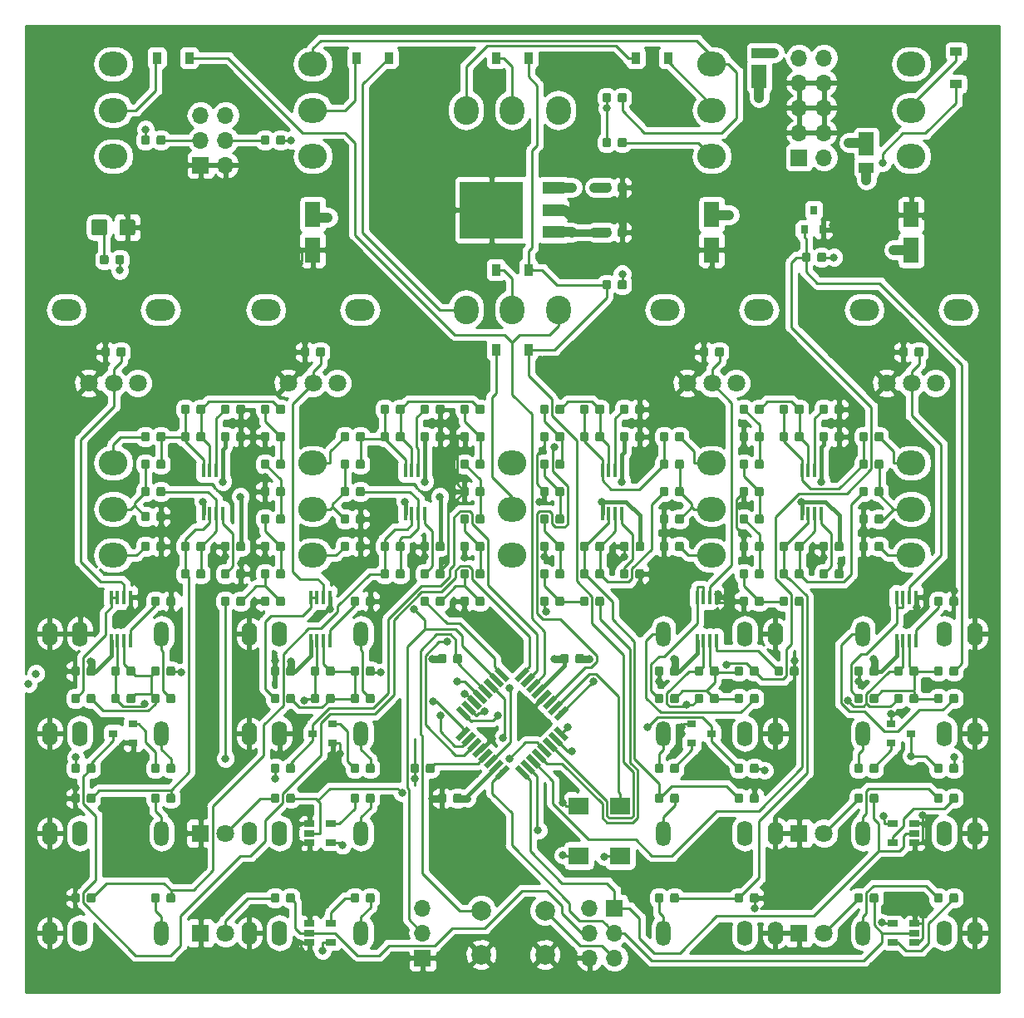
<source format=gbr>
G04 #@! TF.GenerationSoftware,KiCad,Pcbnew,5.0.0-fee4fd1~66~ubuntu16.04.1*
G04 #@! TF.CreationDate,2018-12-26T20:43:45+08:00*
G04 #@! TF.ProjectId,Sequencer,53657175656E6365722E6B696361645F,rev?*
G04 #@! TF.SameCoordinates,PX8d9e880PY6424e28*
G04 #@! TF.FileFunction,Copper,L4,Bot,Signal*
G04 #@! TF.FilePolarity,Positive*
%FSLAX46Y46*%
G04 Gerber Fmt 4.6, Leading zero omitted, Abs format (unit mm)*
G04 Created by KiCad (PCBNEW 5.0.0-fee4fd1~66~ubuntu16.04.1) date Wed Dec 26 20:43:45 2018*
%MOMM*%
%LPD*%
G01*
G04 APERTURE LIST*
G04 #@! TA.AperFunction,ComponentPad*
%ADD10C,2.000000*%
G04 #@! TD*
G04 #@! TA.AperFunction,SMDPad,CuDef*
%ADD11R,1.600000X2.600000*%
G04 #@! TD*
G04 #@! TA.AperFunction,Conductor*
%ADD12C,0.100000*%
G04 #@! TD*
G04 #@! TA.AperFunction,SMDPad,CuDef*
%ADD13C,0.875000*%
G04 #@! TD*
G04 #@! TA.AperFunction,ComponentPad*
%ADD14R,1.700000X1.700000*%
G04 #@! TD*
G04 #@! TA.AperFunction,ComponentPad*
%ADD15O,1.700000X1.700000*%
G04 #@! TD*
G04 #@! TA.AperFunction,SMDPad,CuDef*
%ADD16R,1.500000X1.050000*%
G04 #@! TD*
G04 #@! TA.AperFunction,SMDPad,CuDef*
%ADD17R,1.500000X2.400000*%
G04 #@! TD*
G04 #@! TA.AperFunction,SMDPad,CuDef*
%ADD18R,0.900000X1.200000*%
G04 #@! TD*
G04 #@! TA.AperFunction,SMDPad,CuDef*
%ADD19R,1.200000X0.900000*%
G04 #@! TD*
G04 #@! TA.AperFunction,SMDPad,CuDef*
%ADD20C,1.600000*%
G04 #@! TD*
G04 #@! TA.AperFunction,ComponentPad*
%ADD21C,1.800000*%
G04 #@! TD*
G04 #@! TA.AperFunction,ComponentPad*
%ADD22R,1.800000X1.800000*%
G04 #@! TD*
G04 #@! TA.AperFunction,WasherPad*
%ADD23O,3.000000X2.200000*%
G04 #@! TD*
G04 #@! TA.AperFunction,ComponentPad*
%ADD24O,1.500000X2.600000*%
G04 #@! TD*
G04 #@! TA.AperFunction,ComponentPad*
%ADD25O,1.600000X2.400000*%
G04 #@! TD*
G04 #@! TA.AperFunction,ComponentPad*
%ADD26O,1.600000X2.600000*%
G04 #@! TD*
G04 #@! TA.AperFunction,ComponentPad*
%ADD27O,2.900000X2.500000*%
G04 #@! TD*
G04 #@! TA.AperFunction,ComponentPad*
%ADD28O,2.500000X2.900000*%
G04 #@! TD*
G04 #@! TA.AperFunction,SMDPad,CuDef*
%ADD29R,2.000000X1.800000*%
G04 #@! TD*
G04 #@! TA.AperFunction,SMDPad,CuDef*
%ADD30C,0.550000*%
G04 #@! TD*
G04 #@! TA.AperFunction,SMDPad,CuDef*
%ADD31R,0.450000X1.450000*%
G04 #@! TD*
G04 #@! TA.AperFunction,SMDPad,CuDef*
%ADD32R,0.800000X0.900000*%
G04 #@! TD*
G04 #@! TA.AperFunction,SMDPad,CuDef*
%ADD33R,0.900000X0.800000*%
G04 #@! TD*
G04 #@! TA.AperFunction,SMDPad,CuDef*
%ADD34R,1.060000X0.650000*%
G04 #@! TD*
G04 #@! TA.AperFunction,SMDPad,CuDef*
%ADD35R,2.200000X1.200000*%
G04 #@! TD*
G04 #@! TA.AperFunction,SMDPad,CuDef*
%ADD36R,6.400000X5.800000*%
G04 #@! TD*
G04 #@! TA.AperFunction,ViaPad*
%ADD37C,0.800000*%
G04 #@! TD*
G04 #@! TA.AperFunction,Conductor*
%ADD38C,0.250000*%
G04 #@! TD*
G04 #@! TA.AperFunction,Conductor*
%ADD39C,1.000000*%
G04 #@! TD*
G04 #@! TA.AperFunction,Conductor*
%ADD40C,0.400000*%
G04 #@! TD*
G04 #@! TA.AperFunction,Conductor*
%ADD41C,0.750000*%
G04 #@! TD*
G04 #@! TA.AperFunction,Conductor*
%ADD42C,0.254000*%
G04 #@! TD*
G04 APERTURE END LIST*
D10*
G04 #@! TO.P,SW1,2*
G04 #@! TO.N,GND*
X-3174560Y-45394320D03*
G04 #@! TO.P,SW1,1*
G04 #@! TO.N,Net-(J3-Pad5)*
X-3174560Y-40894320D03*
G04 #@! TO.P,SW1,2*
G04 #@! TO.N,GND*
X3325440Y-45394320D03*
G04 #@! TO.P,SW1,1*
G04 #@! TO.N,Net-(J3-Pad5)*
X3325440Y-40894320D03*
G04 #@! TD*
D11*
G04 #@! TO.P,C1,1*
G04 #@! TO.N,+12V*
X20320440Y29993980D03*
G04 #@! TO.P,C1,2*
G04 #@! TO.N,GND*
X20320440Y26393980D03*
G04 #@! TD*
G04 #@! TO.P,C2,2*
G04 #@! TO.N,-12V*
X40640440Y26393980D03*
G04 #@! TO.P,C2,1*
G04 #@! TO.N,GND*
X40640440Y29993980D03*
G04 #@! TD*
G04 #@! TO.P,C5,1*
G04 #@! TO.N,+5V*
X-20319560Y29993980D03*
G04 #@! TO.P,C5,2*
G04 #@! TO.N,GND*
X-20319560Y26393980D03*
G04 #@! TD*
D12*
G04 #@! TO.N,+5V*
G04 #@! TO.C,C4*
G36*
X9867131Y28667927D02*
X9888366Y28664777D01*
X9909190Y28659561D01*
X9929402Y28652329D01*
X9948808Y28643150D01*
X9967221Y28632114D01*
X9984464Y28619326D01*
X10000370Y28604910D01*
X10014786Y28589004D01*
X10027574Y28571761D01*
X10038610Y28553348D01*
X10047789Y28533942D01*
X10055021Y28513730D01*
X10060237Y28492906D01*
X10063387Y28471671D01*
X10064440Y28450230D01*
X10064440Y27937730D01*
X10063387Y27916289D01*
X10060237Y27895054D01*
X10055021Y27874230D01*
X10047789Y27854018D01*
X10038610Y27834612D01*
X10027574Y27816199D01*
X10014786Y27798956D01*
X10000370Y27783050D01*
X9984464Y27768634D01*
X9967221Y27755846D01*
X9948808Y27744810D01*
X9929402Y27735631D01*
X9909190Y27728399D01*
X9888366Y27723183D01*
X9867131Y27720033D01*
X9845690Y27718980D01*
X9408190Y27718980D01*
X9386749Y27720033D01*
X9365514Y27723183D01*
X9344690Y27728399D01*
X9324478Y27735631D01*
X9305072Y27744810D01*
X9286659Y27755846D01*
X9269416Y27768634D01*
X9253510Y27783050D01*
X9239094Y27798956D01*
X9226306Y27816199D01*
X9215270Y27834612D01*
X9206091Y27854018D01*
X9198859Y27874230D01*
X9193643Y27895054D01*
X9190493Y27916289D01*
X9189440Y27937730D01*
X9189440Y28450230D01*
X9190493Y28471671D01*
X9193643Y28492906D01*
X9198859Y28513730D01*
X9206091Y28533942D01*
X9215270Y28553348D01*
X9226306Y28571761D01*
X9239094Y28589004D01*
X9253510Y28604910D01*
X9269416Y28619326D01*
X9286659Y28632114D01*
X9305072Y28643150D01*
X9324478Y28652329D01*
X9344690Y28659561D01*
X9365514Y28664777D01*
X9386749Y28667927D01*
X9408190Y28668980D01*
X9845690Y28668980D01*
X9867131Y28667927D01*
X9867131Y28667927D01*
G37*
D13*
G04 #@! TD*
G04 #@! TO.P,C4,1*
G04 #@! TO.N,+5V*
X9626940Y28193980D03*
D12*
G04 #@! TO.N,GND*
G04 #@! TO.C,C4*
G36*
X11442131Y28667927D02*
X11463366Y28664777D01*
X11484190Y28659561D01*
X11504402Y28652329D01*
X11523808Y28643150D01*
X11542221Y28632114D01*
X11559464Y28619326D01*
X11575370Y28604910D01*
X11589786Y28589004D01*
X11602574Y28571761D01*
X11613610Y28553348D01*
X11622789Y28533942D01*
X11630021Y28513730D01*
X11635237Y28492906D01*
X11638387Y28471671D01*
X11639440Y28450230D01*
X11639440Y27937730D01*
X11638387Y27916289D01*
X11635237Y27895054D01*
X11630021Y27874230D01*
X11622789Y27854018D01*
X11613610Y27834612D01*
X11602574Y27816199D01*
X11589786Y27798956D01*
X11575370Y27783050D01*
X11559464Y27768634D01*
X11542221Y27755846D01*
X11523808Y27744810D01*
X11504402Y27735631D01*
X11484190Y27728399D01*
X11463366Y27723183D01*
X11442131Y27720033D01*
X11420690Y27718980D01*
X10983190Y27718980D01*
X10961749Y27720033D01*
X10940514Y27723183D01*
X10919690Y27728399D01*
X10899478Y27735631D01*
X10880072Y27744810D01*
X10861659Y27755846D01*
X10844416Y27768634D01*
X10828510Y27783050D01*
X10814094Y27798956D01*
X10801306Y27816199D01*
X10790270Y27834612D01*
X10781091Y27854018D01*
X10773859Y27874230D01*
X10768643Y27895054D01*
X10765493Y27916289D01*
X10764440Y27937730D01*
X10764440Y28450230D01*
X10765493Y28471671D01*
X10768643Y28492906D01*
X10773859Y28513730D01*
X10781091Y28533942D01*
X10790270Y28553348D01*
X10801306Y28571761D01*
X10814094Y28589004D01*
X10828510Y28604910D01*
X10844416Y28619326D01*
X10861659Y28632114D01*
X10880072Y28643150D01*
X10899478Y28652329D01*
X10919690Y28659561D01*
X10940514Y28664777D01*
X10961749Y28667927D01*
X10983190Y28668980D01*
X11420690Y28668980D01*
X11442131Y28667927D01*
X11442131Y28667927D01*
G37*
D13*
G04 #@! TD*
G04 #@! TO.P,C4,2*
G04 #@! TO.N,GND*
X11201940Y28193980D03*
D12*
G04 #@! TO.N,Net-(C6-Pad2)*
G04 #@! TO.C,C6*
G36*
X-8115869Y-25942373D02*
X-8094634Y-25945523D01*
X-8073810Y-25950739D01*
X-8053598Y-25957971D01*
X-8034192Y-25967150D01*
X-8015779Y-25978186D01*
X-7998536Y-25990974D01*
X-7982630Y-26005390D01*
X-7968214Y-26021296D01*
X-7955426Y-26038539D01*
X-7944390Y-26056952D01*
X-7935211Y-26076358D01*
X-7927979Y-26096570D01*
X-7922763Y-26117394D01*
X-7919613Y-26138629D01*
X-7918560Y-26160070D01*
X-7918560Y-26672570D01*
X-7919613Y-26694011D01*
X-7922763Y-26715246D01*
X-7927979Y-26736070D01*
X-7935211Y-26756282D01*
X-7944390Y-26775688D01*
X-7955426Y-26794101D01*
X-7968214Y-26811344D01*
X-7982630Y-26827250D01*
X-7998536Y-26841666D01*
X-8015779Y-26854454D01*
X-8034192Y-26865490D01*
X-8053598Y-26874669D01*
X-8073810Y-26881901D01*
X-8094634Y-26887117D01*
X-8115869Y-26890267D01*
X-8137310Y-26891320D01*
X-8574810Y-26891320D01*
X-8596251Y-26890267D01*
X-8617486Y-26887117D01*
X-8638310Y-26881901D01*
X-8658522Y-26874669D01*
X-8677928Y-26865490D01*
X-8696341Y-26854454D01*
X-8713584Y-26841666D01*
X-8729490Y-26827250D01*
X-8743906Y-26811344D01*
X-8756694Y-26794101D01*
X-8767730Y-26775688D01*
X-8776909Y-26756282D01*
X-8784141Y-26736070D01*
X-8789357Y-26715246D01*
X-8792507Y-26694011D01*
X-8793560Y-26672570D01*
X-8793560Y-26160070D01*
X-8792507Y-26138629D01*
X-8789357Y-26117394D01*
X-8784141Y-26096570D01*
X-8776909Y-26076358D01*
X-8767730Y-26056952D01*
X-8756694Y-26038539D01*
X-8743906Y-26021296D01*
X-8729490Y-26005390D01*
X-8713584Y-25990974D01*
X-8696341Y-25978186D01*
X-8677928Y-25967150D01*
X-8658522Y-25957971D01*
X-8638310Y-25950739D01*
X-8617486Y-25945523D01*
X-8596251Y-25942373D01*
X-8574810Y-25941320D01*
X-8137310Y-25941320D01*
X-8115869Y-25942373D01*
X-8115869Y-25942373D01*
G37*
D13*
G04 #@! TD*
G04 #@! TO.P,C6,2*
G04 #@! TO.N,Net-(C6-Pad2)*
X-8356060Y-26416320D03*
D12*
G04 #@! TO.N,GND*
G04 #@! TO.C,C6*
G36*
X-9690869Y-25942373D02*
X-9669634Y-25945523D01*
X-9648810Y-25950739D01*
X-9628598Y-25957971D01*
X-9609192Y-25967150D01*
X-9590779Y-25978186D01*
X-9573536Y-25990974D01*
X-9557630Y-26005390D01*
X-9543214Y-26021296D01*
X-9530426Y-26038539D01*
X-9519390Y-26056952D01*
X-9510211Y-26076358D01*
X-9502979Y-26096570D01*
X-9497763Y-26117394D01*
X-9494613Y-26138629D01*
X-9493560Y-26160070D01*
X-9493560Y-26672570D01*
X-9494613Y-26694011D01*
X-9497763Y-26715246D01*
X-9502979Y-26736070D01*
X-9510211Y-26756282D01*
X-9519390Y-26775688D01*
X-9530426Y-26794101D01*
X-9543214Y-26811344D01*
X-9557630Y-26827250D01*
X-9573536Y-26841666D01*
X-9590779Y-26854454D01*
X-9609192Y-26865490D01*
X-9628598Y-26874669D01*
X-9648810Y-26881901D01*
X-9669634Y-26887117D01*
X-9690869Y-26890267D01*
X-9712310Y-26891320D01*
X-10149810Y-26891320D01*
X-10171251Y-26890267D01*
X-10192486Y-26887117D01*
X-10213310Y-26881901D01*
X-10233522Y-26874669D01*
X-10252928Y-26865490D01*
X-10271341Y-26854454D01*
X-10288584Y-26841666D01*
X-10304490Y-26827250D01*
X-10318906Y-26811344D01*
X-10331694Y-26794101D01*
X-10342730Y-26775688D01*
X-10351909Y-26756282D01*
X-10359141Y-26736070D01*
X-10364357Y-26715246D01*
X-10367507Y-26694011D01*
X-10368560Y-26672570D01*
X-10368560Y-26160070D01*
X-10367507Y-26138629D01*
X-10364357Y-26117394D01*
X-10359141Y-26096570D01*
X-10351909Y-26076358D01*
X-10342730Y-26056952D01*
X-10331694Y-26038539D01*
X-10318906Y-26021296D01*
X-10304490Y-26005390D01*
X-10288584Y-25990974D01*
X-10271341Y-25978186D01*
X-10252928Y-25967150D01*
X-10233522Y-25957971D01*
X-10213310Y-25950739D01*
X-10192486Y-25945523D01*
X-10171251Y-25942373D01*
X-10149810Y-25941320D01*
X-9712310Y-25941320D01*
X-9690869Y-25942373D01*
X-9690869Y-25942373D01*
G37*
D13*
G04 #@! TD*
G04 #@! TO.P,C6,1*
G04 #@! TO.N,GND*
X-9931060Y-26416320D03*
D12*
G04 #@! TO.N,+5V*
G04 #@! TO.C,C7*
G36*
X5549131Y-14766373D02*
X5570366Y-14769523D01*
X5591190Y-14774739D01*
X5611402Y-14781971D01*
X5630808Y-14791150D01*
X5649221Y-14802186D01*
X5666464Y-14814974D01*
X5682370Y-14829390D01*
X5696786Y-14845296D01*
X5709574Y-14862539D01*
X5720610Y-14880952D01*
X5729789Y-14900358D01*
X5737021Y-14920570D01*
X5742237Y-14941394D01*
X5745387Y-14962629D01*
X5746440Y-14984070D01*
X5746440Y-15496570D01*
X5745387Y-15518011D01*
X5742237Y-15539246D01*
X5737021Y-15560070D01*
X5729789Y-15580282D01*
X5720610Y-15599688D01*
X5709574Y-15618101D01*
X5696786Y-15635344D01*
X5682370Y-15651250D01*
X5666464Y-15665666D01*
X5649221Y-15678454D01*
X5630808Y-15689490D01*
X5611402Y-15698669D01*
X5591190Y-15705901D01*
X5570366Y-15711117D01*
X5549131Y-15714267D01*
X5527690Y-15715320D01*
X5090190Y-15715320D01*
X5068749Y-15714267D01*
X5047514Y-15711117D01*
X5026690Y-15705901D01*
X5006478Y-15698669D01*
X4987072Y-15689490D01*
X4968659Y-15678454D01*
X4951416Y-15665666D01*
X4935510Y-15651250D01*
X4921094Y-15635344D01*
X4908306Y-15618101D01*
X4897270Y-15599688D01*
X4888091Y-15580282D01*
X4880859Y-15560070D01*
X4875643Y-15539246D01*
X4872493Y-15518011D01*
X4871440Y-15496570D01*
X4871440Y-14984070D01*
X4872493Y-14962629D01*
X4875643Y-14941394D01*
X4880859Y-14920570D01*
X4888091Y-14900358D01*
X4897270Y-14880952D01*
X4908306Y-14862539D01*
X4921094Y-14845296D01*
X4935510Y-14829390D01*
X4951416Y-14814974D01*
X4968659Y-14802186D01*
X4987072Y-14791150D01*
X5006478Y-14781971D01*
X5026690Y-14774739D01*
X5047514Y-14769523D01*
X5068749Y-14766373D01*
X5090190Y-14765320D01*
X5527690Y-14765320D01*
X5549131Y-14766373D01*
X5549131Y-14766373D01*
G37*
D13*
G04 #@! TD*
G04 #@! TO.P,C7,1*
G04 #@! TO.N,+5V*
X5308940Y-15240320D03*
D12*
G04 #@! TO.N,GND*
G04 #@! TO.C,C7*
G36*
X7124131Y-14766373D02*
X7145366Y-14769523D01*
X7166190Y-14774739D01*
X7186402Y-14781971D01*
X7205808Y-14791150D01*
X7224221Y-14802186D01*
X7241464Y-14814974D01*
X7257370Y-14829390D01*
X7271786Y-14845296D01*
X7284574Y-14862539D01*
X7295610Y-14880952D01*
X7304789Y-14900358D01*
X7312021Y-14920570D01*
X7317237Y-14941394D01*
X7320387Y-14962629D01*
X7321440Y-14984070D01*
X7321440Y-15496570D01*
X7320387Y-15518011D01*
X7317237Y-15539246D01*
X7312021Y-15560070D01*
X7304789Y-15580282D01*
X7295610Y-15599688D01*
X7284574Y-15618101D01*
X7271786Y-15635344D01*
X7257370Y-15651250D01*
X7241464Y-15665666D01*
X7224221Y-15678454D01*
X7205808Y-15689490D01*
X7186402Y-15698669D01*
X7166190Y-15705901D01*
X7145366Y-15711117D01*
X7124131Y-15714267D01*
X7102690Y-15715320D01*
X6665190Y-15715320D01*
X6643749Y-15714267D01*
X6622514Y-15711117D01*
X6601690Y-15705901D01*
X6581478Y-15698669D01*
X6562072Y-15689490D01*
X6543659Y-15678454D01*
X6526416Y-15665666D01*
X6510510Y-15651250D01*
X6496094Y-15635344D01*
X6483306Y-15618101D01*
X6472270Y-15599688D01*
X6463091Y-15580282D01*
X6455859Y-15560070D01*
X6450643Y-15539246D01*
X6447493Y-15518011D01*
X6446440Y-15496570D01*
X6446440Y-14984070D01*
X6447493Y-14962629D01*
X6450643Y-14941394D01*
X6455859Y-14920570D01*
X6463091Y-14900358D01*
X6472270Y-14880952D01*
X6483306Y-14862539D01*
X6496094Y-14845296D01*
X6510510Y-14829390D01*
X6526416Y-14814974D01*
X6543659Y-14802186D01*
X6562072Y-14791150D01*
X6581478Y-14781971D01*
X6601690Y-14774739D01*
X6622514Y-14769523D01*
X6643749Y-14766373D01*
X6665190Y-14765320D01*
X7102690Y-14765320D01*
X7124131Y-14766373D01*
X7124131Y-14766373D01*
G37*
D13*
G04 #@! TD*
G04 #@! TO.P,C7,2*
G04 #@! TO.N,GND*
X6883940Y-15240320D03*
D12*
G04 #@! TO.N,+5V*
G04 #@! TO.C,C8*
G36*
X-5321869Y-28990373D02*
X-5300634Y-28993523D01*
X-5279810Y-28998739D01*
X-5259598Y-29005971D01*
X-5240192Y-29015150D01*
X-5221779Y-29026186D01*
X-5204536Y-29038974D01*
X-5188630Y-29053390D01*
X-5174214Y-29069296D01*
X-5161426Y-29086539D01*
X-5150390Y-29104952D01*
X-5141211Y-29124358D01*
X-5133979Y-29144570D01*
X-5128763Y-29165394D01*
X-5125613Y-29186629D01*
X-5124560Y-29208070D01*
X-5124560Y-29720570D01*
X-5125613Y-29742011D01*
X-5128763Y-29763246D01*
X-5133979Y-29784070D01*
X-5141211Y-29804282D01*
X-5150390Y-29823688D01*
X-5161426Y-29842101D01*
X-5174214Y-29859344D01*
X-5188630Y-29875250D01*
X-5204536Y-29889666D01*
X-5221779Y-29902454D01*
X-5240192Y-29913490D01*
X-5259598Y-29922669D01*
X-5279810Y-29929901D01*
X-5300634Y-29935117D01*
X-5321869Y-29938267D01*
X-5343310Y-29939320D01*
X-5780810Y-29939320D01*
X-5802251Y-29938267D01*
X-5823486Y-29935117D01*
X-5844310Y-29929901D01*
X-5864522Y-29922669D01*
X-5883928Y-29913490D01*
X-5902341Y-29902454D01*
X-5919584Y-29889666D01*
X-5935490Y-29875250D01*
X-5949906Y-29859344D01*
X-5962694Y-29842101D01*
X-5973730Y-29823688D01*
X-5982909Y-29804282D01*
X-5990141Y-29784070D01*
X-5995357Y-29763246D01*
X-5998507Y-29742011D01*
X-5999560Y-29720570D01*
X-5999560Y-29208070D01*
X-5998507Y-29186629D01*
X-5995357Y-29165394D01*
X-5990141Y-29144570D01*
X-5982909Y-29124358D01*
X-5973730Y-29104952D01*
X-5962694Y-29086539D01*
X-5949906Y-29069296D01*
X-5935490Y-29053390D01*
X-5919584Y-29038974D01*
X-5902341Y-29026186D01*
X-5883928Y-29015150D01*
X-5864522Y-29005971D01*
X-5844310Y-28998739D01*
X-5823486Y-28993523D01*
X-5802251Y-28990373D01*
X-5780810Y-28989320D01*
X-5343310Y-28989320D01*
X-5321869Y-28990373D01*
X-5321869Y-28990373D01*
G37*
D13*
G04 #@! TD*
G04 #@! TO.P,C8,2*
G04 #@! TO.N,+5V*
X-5562060Y-29464320D03*
D12*
G04 #@! TO.N,GND*
G04 #@! TO.C,C8*
G36*
X-6896869Y-28990373D02*
X-6875634Y-28993523D01*
X-6854810Y-28998739D01*
X-6834598Y-29005971D01*
X-6815192Y-29015150D01*
X-6796779Y-29026186D01*
X-6779536Y-29038974D01*
X-6763630Y-29053390D01*
X-6749214Y-29069296D01*
X-6736426Y-29086539D01*
X-6725390Y-29104952D01*
X-6716211Y-29124358D01*
X-6708979Y-29144570D01*
X-6703763Y-29165394D01*
X-6700613Y-29186629D01*
X-6699560Y-29208070D01*
X-6699560Y-29720570D01*
X-6700613Y-29742011D01*
X-6703763Y-29763246D01*
X-6708979Y-29784070D01*
X-6716211Y-29804282D01*
X-6725390Y-29823688D01*
X-6736426Y-29842101D01*
X-6749214Y-29859344D01*
X-6763630Y-29875250D01*
X-6779536Y-29889666D01*
X-6796779Y-29902454D01*
X-6815192Y-29913490D01*
X-6834598Y-29922669D01*
X-6854810Y-29929901D01*
X-6875634Y-29935117D01*
X-6896869Y-29938267D01*
X-6918310Y-29939320D01*
X-7355810Y-29939320D01*
X-7377251Y-29938267D01*
X-7398486Y-29935117D01*
X-7419310Y-29929901D01*
X-7439522Y-29922669D01*
X-7458928Y-29913490D01*
X-7477341Y-29902454D01*
X-7494584Y-29889666D01*
X-7510490Y-29875250D01*
X-7524906Y-29859344D01*
X-7537694Y-29842101D01*
X-7548730Y-29823688D01*
X-7557909Y-29804282D01*
X-7565141Y-29784070D01*
X-7570357Y-29763246D01*
X-7573507Y-29742011D01*
X-7574560Y-29720570D01*
X-7574560Y-29208070D01*
X-7573507Y-29186629D01*
X-7570357Y-29165394D01*
X-7565141Y-29144570D01*
X-7557909Y-29124358D01*
X-7548730Y-29104952D01*
X-7537694Y-29086539D01*
X-7524906Y-29069296D01*
X-7510490Y-29053390D01*
X-7494584Y-29038974D01*
X-7477341Y-29026186D01*
X-7458928Y-29015150D01*
X-7439522Y-29005971D01*
X-7419310Y-28998739D01*
X-7398486Y-28993523D01*
X-7377251Y-28990373D01*
X-7355810Y-28989320D01*
X-6918310Y-28989320D01*
X-6896869Y-28990373D01*
X-6896869Y-28990373D01*
G37*
D13*
G04 #@! TD*
G04 #@! TO.P,C8,1*
G04 #@! TO.N,GND*
X-7137060Y-29464320D03*
D12*
G04 #@! TO.N,+5V*
G04 #@! TO.C,C9*
G36*
X-42659869Y-16036373D02*
X-42638634Y-16039523D01*
X-42617810Y-16044739D01*
X-42597598Y-16051971D01*
X-42578192Y-16061150D01*
X-42559779Y-16072186D01*
X-42542536Y-16084974D01*
X-42526630Y-16099390D01*
X-42512214Y-16115296D01*
X-42499426Y-16132539D01*
X-42488390Y-16150952D01*
X-42479211Y-16170358D01*
X-42471979Y-16190570D01*
X-42466763Y-16211394D01*
X-42463613Y-16232629D01*
X-42462560Y-16254070D01*
X-42462560Y-16766570D01*
X-42463613Y-16788011D01*
X-42466763Y-16809246D01*
X-42471979Y-16830070D01*
X-42479211Y-16850282D01*
X-42488390Y-16869688D01*
X-42499426Y-16888101D01*
X-42512214Y-16905344D01*
X-42526630Y-16921250D01*
X-42542536Y-16935666D01*
X-42559779Y-16948454D01*
X-42578192Y-16959490D01*
X-42597598Y-16968669D01*
X-42617810Y-16975901D01*
X-42638634Y-16981117D01*
X-42659869Y-16984267D01*
X-42681310Y-16985320D01*
X-43118810Y-16985320D01*
X-43140251Y-16984267D01*
X-43161486Y-16981117D01*
X-43182310Y-16975901D01*
X-43202522Y-16968669D01*
X-43221928Y-16959490D01*
X-43240341Y-16948454D01*
X-43257584Y-16935666D01*
X-43273490Y-16921250D01*
X-43287906Y-16905344D01*
X-43300694Y-16888101D01*
X-43311730Y-16869688D01*
X-43320909Y-16850282D01*
X-43328141Y-16830070D01*
X-43333357Y-16809246D01*
X-43336507Y-16788011D01*
X-43337560Y-16766570D01*
X-43337560Y-16254070D01*
X-43336507Y-16232629D01*
X-43333357Y-16211394D01*
X-43328141Y-16190570D01*
X-43320909Y-16170358D01*
X-43311730Y-16150952D01*
X-43300694Y-16132539D01*
X-43287906Y-16115296D01*
X-43273490Y-16099390D01*
X-43257584Y-16084974D01*
X-43240341Y-16072186D01*
X-43221928Y-16061150D01*
X-43202522Y-16051971D01*
X-43182310Y-16044739D01*
X-43161486Y-16039523D01*
X-43140251Y-16036373D01*
X-43118810Y-16035320D01*
X-42681310Y-16035320D01*
X-42659869Y-16036373D01*
X-42659869Y-16036373D01*
G37*
D13*
G04 #@! TD*
G04 #@! TO.P,C9,1*
G04 #@! TO.N,+5V*
X-42900060Y-16510320D03*
D12*
G04 #@! TO.N,GND*
G04 #@! TO.C,C9*
G36*
X-44234869Y-16036373D02*
X-44213634Y-16039523D01*
X-44192810Y-16044739D01*
X-44172598Y-16051971D01*
X-44153192Y-16061150D01*
X-44134779Y-16072186D01*
X-44117536Y-16084974D01*
X-44101630Y-16099390D01*
X-44087214Y-16115296D01*
X-44074426Y-16132539D01*
X-44063390Y-16150952D01*
X-44054211Y-16170358D01*
X-44046979Y-16190570D01*
X-44041763Y-16211394D01*
X-44038613Y-16232629D01*
X-44037560Y-16254070D01*
X-44037560Y-16766570D01*
X-44038613Y-16788011D01*
X-44041763Y-16809246D01*
X-44046979Y-16830070D01*
X-44054211Y-16850282D01*
X-44063390Y-16869688D01*
X-44074426Y-16888101D01*
X-44087214Y-16905344D01*
X-44101630Y-16921250D01*
X-44117536Y-16935666D01*
X-44134779Y-16948454D01*
X-44153192Y-16959490D01*
X-44172598Y-16968669D01*
X-44192810Y-16975901D01*
X-44213634Y-16981117D01*
X-44234869Y-16984267D01*
X-44256310Y-16985320D01*
X-44693810Y-16985320D01*
X-44715251Y-16984267D01*
X-44736486Y-16981117D01*
X-44757310Y-16975901D01*
X-44777522Y-16968669D01*
X-44796928Y-16959490D01*
X-44815341Y-16948454D01*
X-44832584Y-16935666D01*
X-44848490Y-16921250D01*
X-44862906Y-16905344D01*
X-44875694Y-16888101D01*
X-44886730Y-16869688D01*
X-44895909Y-16850282D01*
X-44903141Y-16830070D01*
X-44908357Y-16809246D01*
X-44911507Y-16788011D01*
X-44912560Y-16766570D01*
X-44912560Y-16254070D01*
X-44911507Y-16232629D01*
X-44908357Y-16211394D01*
X-44903141Y-16190570D01*
X-44895909Y-16170358D01*
X-44886730Y-16150952D01*
X-44875694Y-16132539D01*
X-44862906Y-16115296D01*
X-44848490Y-16099390D01*
X-44832584Y-16084974D01*
X-44815341Y-16072186D01*
X-44796928Y-16061150D01*
X-44777522Y-16051971D01*
X-44757310Y-16044739D01*
X-44736486Y-16039523D01*
X-44715251Y-16036373D01*
X-44693810Y-16035320D01*
X-44256310Y-16035320D01*
X-44234869Y-16036373D01*
X-44234869Y-16036373D01*
G37*
D13*
G04 #@! TD*
G04 #@! TO.P,C9,2*
G04 #@! TO.N,GND*
X-44475060Y-16510320D03*
D12*
G04 #@! TO.N,GND*
G04 #@! TO.C,C10*
G36*
X-41186869Y16475927D02*
X-41165634Y16472777D01*
X-41144810Y16467561D01*
X-41124598Y16460329D01*
X-41105192Y16451150D01*
X-41086779Y16440114D01*
X-41069536Y16427326D01*
X-41053630Y16412910D01*
X-41039214Y16397004D01*
X-41026426Y16379761D01*
X-41015390Y16361348D01*
X-41006211Y16341942D01*
X-40998979Y16321730D01*
X-40993763Y16300906D01*
X-40990613Y16279671D01*
X-40989560Y16258230D01*
X-40989560Y15745730D01*
X-40990613Y15724289D01*
X-40993763Y15703054D01*
X-40998979Y15682230D01*
X-41006211Y15662018D01*
X-41015390Y15642612D01*
X-41026426Y15624199D01*
X-41039214Y15606956D01*
X-41053630Y15591050D01*
X-41069536Y15576634D01*
X-41086779Y15563846D01*
X-41105192Y15552810D01*
X-41124598Y15543631D01*
X-41144810Y15536399D01*
X-41165634Y15531183D01*
X-41186869Y15528033D01*
X-41208310Y15526980D01*
X-41645810Y15526980D01*
X-41667251Y15528033D01*
X-41688486Y15531183D01*
X-41709310Y15536399D01*
X-41729522Y15543631D01*
X-41748928Y15552810D01*
X-41767341Y15563846D01*
X-41784584Y15576634D01*
X-41800490Y15591050D01*
X-41814906Y15606956D01*
X-41827694Y15624199D01*
X-41838730Y15642612D01*
X-41847909Y15662018D01*
X-41855141Y15682230D01*
X-41860357Y15703054D01*
X-41863507Y15724289D01*
X-41864560Y15745730D01*
X-41864560Y16258230D01*
X-41863507Y16279671D01*
X-41860357Y16300906D01*
X-41855141Y16321730D01*
X-41847909Y16341942D01*
X-41838730Y16361348D01*
X-41827694Y16379761D01*
X-41814906Y16397004D01*
X-41800490Y16412910D01*
X-41784584Y16427326D01*
X-41767341Y16440114D01*
X-41748928Y16451150D01*
X-41729522Y16460329D01*
X-41709310Y16467561D01*
X-41688486Y16472777D01*
X-41667251Y16475927D01*
X-41645810Y16476980D01*
X-41208310Y16476980D01*
X-41186869Y16475927D01*
X-41186869Y16475927D01*
G37*
D13*
G04 #@! TD*
G04 #@! TO.P,C10,2*
G04 #@! TO.N,GND*
X-41427060Y16001980D03*
D12*
G04 #@! TO.N,Net-(C10-Pad1)*
G04 #@! TO.C,C10*
G36*
X-39611869Y16475927D02*
X-39590634Y16472777D01*
X-39569810Y16467561D01*
X-39549598Y16460329D01*
X-39530192Y16451150D01*
X-39511779Y16440114D01*
X-39494536Y16427326D01*
X-39478630Y16412910D01*
X-39464214Y16397004D01*
X-39451426Y16379761D01*
X-39440390Y16361348D01*
X-39431211Y16341942D01*
X-39423979Y16321730D01*
X-39418763Y16300906D01*
X-39415613Y16279671D01*
X-39414560Y16258230D01*
X-39414560Y15745730D01*
X-39415613Y15724289D01*
X-39418763Y15703054D01*
X-39423979Y15682230D01*
X-39431211Y15662018D01*
X-39440390Y15642612D01*
X-39451426Y15624199D01*
X-39464214Y15606956D01*
X-39478630Y15591050D01*
X-39494536Y15576634D01*
X-39511779Y15563846D01*
X-39530192Y15552810D01*
X-39549598Y15543631D01*
X-39569810Y15536399D01*
X-39590634Y15531183D01*
X-39611869Y15528033D01*
X-39633310Y15526980D01*
X-40070810Y15526980D01*
X-40092251Y15528033D01*
X-40113486Y15531183D01*
X-40134310Y15536399D01*
X-40154522Y15543631D01*
X-40173928Y15552810D01*
X-40192341Y15563846D01*
X-40209584Y15576634D01*
X-40225490Y15591050D01*
X-40239906Y15606956D01*
X-40252694Y15624199D01*
X-40263730Y15642612D01*
X-40272909Y15662018D01*
X-40280141Y15682230D01*
X-40285357Y15703054D01*
X-40288507Y15724289D01*
X-40289560Y15745730D01*
X-40289560Y16258230D01*
X-40288507Y16279671D01*
X-40285357Y16300906D01*
X-40280141Y16321730D01*
X-40272909Y16341942D01*
X-40263730Y16361348D01*
X-40252694Y16379761D01*
X-40239906Y16397004D01*
X-40225490Y16412910D01*
X-40209584Y16427326D01*
X-40192341Y16440114D01*
X-40173928Y16451150D01*
X-40154522Y16460329D01*
X-40134310Y16467561D01*
X-40113486Y16472777D01*
X-40092251Y16475927D01*
X-40070810Y16476980D01*
X-39633310Y16476980D01*
X-39611869Y16475927D01*
X-39611869Y16475927D01*
G37*
D13*
G04 #@! TD*
G04 #@! TO.P,C10,1*
G04 #@! TO.N,Net-(C10-Pad1)*
X-39852060Y16001980D03*
D12*
G04 #@! TO.N,STA0*
G04 #@! TO.C,C11*
G36*
X-40170869Y-18830373D02*
X-40149634Y-18833523D01*
X-40128810Y-18838739D01*
X-40108598Y-18845971D01*
X-40089192Y-18855150D01*
X-40070779Y-18866186D01*
X-40053536Y-18878974D01*
X-40037630Y-18893390D01*
X-40023214Y-18909296D01*
X-40010426Y-18926539D01*
X-39999390Y-18944952D01*
X-39990211Y-18964358D01*
X-39982979Y-18984570D01*
X-39977763Y-19005394D01*
X-39974613Y-19026629D01*
X-39973560Y-19048070D01*
X-39973560Y-19560570D01*
X-39974613Y-19582011D01*
X-39977763Y-19603246D01*
X-39982979Y-19624070D01*
X-39990211Y-19644282D01*
X-39999390Y-19663688D01*
X-40010426Y-19682101D01*
X-40023214Y-19699344D01*
X-40037630Y-19715250D01*
X-40053536Y-19729666D01*
X-40070779Y-19742454D01*
X-40089192Y-19753490D01*
X-40108598Y-19762669D01*
X-40128810Y-19769901D01*
X-40149634Y-19775117D01*
X-40170869Y-19778267D01*
X-40192310Y-19779320D01*
X-40629810Y-19779320D01*
X-40651251Y-19778267D01*
X-40672486Y-19775117D01*
X-40693310Y-19769901D01*
X-40713522Y-19762669D01*
X-40732928Y-19753490D01*
X-40751341Y-19742454D01*
X-40768584Y-19729666D01*
X-40784490Y-19715250D01*
X-40798906Y-19699344D01*
X-40811694Y-19682101D01*
X-40822730Y-19663688D01*
X-40831909Y-19644282D01*
X-40839141Y-19624070D01*
X-40844357Y-19603246D01*
X-40847507Y-19582011D01*
X-40848560Y-19560570D01*
X-40848560Y-19048070D01*
X-40847507Y-19026629D01*
X-40844357Y-19005394D01*
X-40839141Y-18984570D01*
X-40831909Y-18964358D01*
X-40822730Y-18944952D01*
X-40811694Y-18926539D01*
X-40798906Y-18909296D01*
X-40784490Y-18893390D01*
X-40768584Y-18878974D01*
X-40751341Y-18866186D01*
X-40732928Y-18855150D01*
X-40713522Y-18845971D01*
X-40693310Y-18838739D01*
X-40672486Y-18833523D01*
X-40651251Y-18830373D01*
X-40629810Y-18829320D01*
X-40192310Y-18829320D01*
X-40170869Y-18830373D01*
X-40170869Y-18830373D01*
G37*
D13*
G04 #@! TD*
G04 #@! TO.P,C11,1*
G04 #@! TO.N,STA0*
X-40411060Y-19304320D03*
D12*
G04 #@! TO.N,Net-(C11-Pad2)*
G04 #@! TO.C,C11*
G36*
X-38595869Y-18830373D02*
X-38574634Y-18833523D01*
X-38553810Y-18838739D01*
X-38533598Y-18845971D01*
X-38514192Y-18855150D01*
X-38495779Y-18866186D01*
X-38478536Y-18878974D01*
X-38462630Y-18893390D01*
X-38448214Y-18909296D01*
X-38435426Y-18926539D01*
X-38424390Y-18944952D01*
X-38415211Y-18964358D01*
X-38407979Y-18984570D01*
X-38402763Y-19005394D01*
X-38399613Y-19026629D01*
X-38398560Y-19048070D01*
X-38398560Y-19560570D01*
X-38399613Y-19582011D01*
X-38402763Y-19603246D01*
X-38407979Y-19624070D01*
X-38415211Y-19644282D01*
X-38424390Y-19663688D01*
X-38435426Y-19682101D01*
X-38448214Y-19699344D01*
X-38462630Y-19715250D01*
X-38478536Y-19729666D01*
X-38495779Y-19742454D01*
X-38514192Y-19753490D01*
X-38533598Y-19762669D01*
X-38553810Y-19769901D01*
X-38574634Y-19775117D01*
X-38595869Y-19778267D01*
X-38617310Y-19779320D01*
X-39054810Y-19779320D01*
X-39076251Y-19778267D01*
X-39097486Y-19775117D01*
X-39118310Y-19769901D01*
X-39138522Y-19762669D01*
X-39157928Y-19753490D01*
X-39176341Y-19742454D01*
X-39193584Y-19729666D01*
X-39209490Y-19715250D01*
X-39223906Y-19699344D01*
X-39236694Y-19682101D01*
X-39247730Y-19663688D01*
X-39256909Y-19644282D01*
X-39264141Y-19624070D01*
X-39269357Y-19603246D01*
X-39272507Y-19582011D01*
X-39273560Y-19560570D01*
X-39273560Y-19048070D01*
X-39272507Y-19026629D01*
X-39269357Y-19005394D01*
X-39264141Y-18984570D01*
X-39256909Y-18964358D01*
X-39247730Y-18944952D01*
X-39236694Y-18926539D01*
X-39223906Y-18909296D01*
X-39209490Y-18893390D01*
X-39193584Y-18878974D01*
X-39176341Y-18866186D01*
X-39157928Y-18855150D01*
X-39138522Y-18845971D01*
X-39118310Y-18838739D01*
X-39097486Y-18833523D01*
X-39076251Y-18830373D01*
X-39054810Y-18829320D01*
X-38617310Y-18829320D01*
X-38595869Y-18830373D01*
X-38595869Y-18830373D01*
G37*
D13*
G04 #@! TD*
G04 #@! TO.P,C11,2*
G04 #@! TO.N,Net-(C11-Pad2)*
X-38836060Y-19304320D03*
D12*
G04 #@! TO.N,+5V*
G04 #@! TO.C,C12*
G36*
X-22339869Y-16036373D02*
X-22318634Y-16039523D01*
X-22297810Y-16044739D01*
X-22277598Y-16051971D01*
X-22258192Y-16061150D01*
X-22239779Y-16072186D01*
X-22222536Y-16084974D01*
X-22206630Y-16099390D01*
X-22192214Y-16115296D01*
X-22179426Y-16132539D01*
X-22168390Y-16150952D01*
X-22159211Y-16170358D01*
X-22151979Y-16190570D01*
X-22146763Y-16211394D01*
X-22143613Y-16232629D01*
X-22142560Y-16254070D01*
X-22142560Y-16766570D01*
X-22143613Y-16788011D01*
X-22146763Y-16809246D01*
X-22151979Y-16830070D01*
X-22159211Y-16850282D01*
X-22168390Y-16869688D01*
X-22179426Y-16888101D01*
X-22192214Y-16905344D01*
X-22206630Y-16921250D01*
X-22222536Y-16935666D01*
X-22239779Y-16948454D01*
X-22258192Y-16959490D01*
X-22277598Y-16968669D01*
X-22297810Y-16975901D01*
X-22318634Y-16981117D01*
X-22339869Y-16984267D01*
X-22361310Y-16985320D01*
X-22798810Y-16985320D01*
X-22820251Y-16984267D01*
X-22841486Y-16981117D01*
X-22862310Y-16975901D01*
X-22882522Y-16968669D01*
X-22901928Y-16959490D01*
X-22920341Y-16948454D01*
X-22937584Y-16935666D01*
X-22953490Y-16921250D01*
X-22967906Y-16905344D01*
X-22980694Y-16888101D01*
X-22991730Y-16869688D01*
X-23000909Y-16850282D01*
X-23008141Y-16830070D01*
X-23013357Y-16809246D01*
X-23016507Y-16788011D01*
X-23017560Y-16766570D01*
X-23017560Y-16254070D01*
X-23016507Y-16232629D01*
X-23013357Y-16211394D01*
X-23008141Y-16190570D01*
X-23000909Y-16170358D01*
X-22991730Y-16150952D01*
X-22980694Y-16132539D01*
X-22967906Y-16115296D01*
X-22953490Y-16099390D01*
X-22937584Y-16084974D01*
X-22920341Y-16072186D01*
X-22901928Y-16061150D01*
X-22882522Y-16051971D01*
X-22862310Y-16044739D01*
X-22841486Y-16039523D01*
X-22820251Y-16036373D01*
X-22798810Y-16035320D01*
X-22361310Y-16035320D01*
X-22339869Y-16036373D01*
X-22339869Y-16036373D01*
G37*
D13*
G04 #@! TD*
G04 #@! TO.P,C12,1*
G04 #@! TO.N,+5V*
X-22580060Y-16510320D03*
D12*
G04 #@! TO.N,GND*
G04 #@! TO.C,C12*
G36*
X-23914869Y-16036373D02*
X-23893634Y-16039523D01*
X-23872810Y-16044739D01*
X-23852598Y-16051971D01*
X-23833192Y-16061150D01*
X-23814779Y-16072186D01*
X-23797536Y-16084974D01*
X-23781630Y-16099390D01*
X-23767214Y-16115296D01*
X-23754426Y-16132539D01*
X-23743390Y-16150952D01*
X-23734211Y-16170358D01*
X-23726979Y-16190570D01*
X-23721763Y-16211394D01*
X-23718613Y-16232629D01*
X-23717560Y-16254070D01*
X-23717560Y-16766570D01*
X-23718613Y-16788011D01*
X-23721763Y-16809246D01*
X-23726979Y-16830070D01*
X-23734211Y-16850282D01*
X-23743390Y-16869688D01*
X-23754426Y-16888101D01*
X-23767214Y-16905344D01*
X-23781630Y-16921250D01*
X-23797536Y-16935666D01*
X-23814779Y-16948454D01*
X-23833192Y-16959490D01*
X-23852598Y-16968669D01*
X-23872810Y-16975901D01*
X-23893634Y-16981117D01*
X-23914869Y-16984267D01*
X-23936310Y-16985320D01*
X-24373810Y-16985320D01*
X-24395251Y-16984267D01*
X-24416486Y-16981117D01*
X-24437310Y-16975901D01*
X-24457522Y-16968669D01*
X-24476928Y-16959490D01*
X-24495341Y-16948454D01*
X-24512584Y-16935666D01*
X-24528490Y-16921250D01*
X-24542906Y-16905344D01*
X-24555694Y-16888101D01*
X-24566730Y-16869688D01*
X-24575909Y-16850282D01*
X-24583141Y-16830070D01*
X-24588357Y-16809246D01*
X-24591507Y-16788011D01*
X-24592560Y-16766570D01*
X-24592560Y-16254070D01*
X-24591507Y-16232629D01*
X-24588357Y-16211394D01*
X-24583141Y-16190570D01*
X-24575909Y-16170358D01*
X-24566730Y-16150952D01*
X-24555694Y-16132539D01*
X-24542906Y-16115296D01*
X-24528490Y-16099390D01*
X-24512584Y-16084974D01*
X-24495341Y-16072186D01*
X-24476928Y-16061150D01*
X-24457522Y-16051971D01*
X-24437310Y-16044739D01*
X-24416486Y-16039523D01*
X-24395251Y-16036373D01*
X-24373810Y-16035320D01*
X-23936310Y-16035320D01*
X-23914869Y-16036373D01*
X-23914869Y-16036373D01*
G37*
D13*
G04 #@! TD*
G04 #@! TO.P,C12,2*
G04 #@! TO.N,GND*
X-24155060Y-16510320D03*
D12*
G04 #@! TO.N,Net-(C13-Pad1)*
G04 #@! TO.C,C13*
G36*
X-19291869Y16475927D02*
X-19270634Y16472777D01*
X-19249810Y16467561D01*
X-19229598Y16460329D01*
X-19210192Y16451150D01*
X-19191779Y16440114D01*
X-19174536Y16427326D01*
X-19158630Y16412910D01*
X-19144214Y16397004D01*
X-19131426Y16379761D01*
X-19120390Y16361348D01*
X-19111211Y16341942D01*
X-19103979Y16321730D01*
X-19098763Y16300906D01*
X-19095613Y16279671D01*
X-19094560Y16258230D01*
X-19094560Y15745730D01*
X-19095613Y15724289D01*
X-19098763Y15703054D01*
X-19103979Y15682230D01*
X-19111211Y15662018D01*
X-19120390Y15642612D01*
X-19131426Y15624199D01*
X-19144214Y15606956D01*
X-19158630Y15591050D01*
X-19174536Y15576634D01*
X-19191779Y15563846D01*
X-19210192Y15552810D01*
X-19229598Y15543631D01*
X-19249810Y15536399D01*
X-19270634Y15531183D01*
X-19291869Y15528033D01*
X-19313310Y15526980D01*
X-19750810Y15526980D01*
X-19772251Y15528033D01*
X-19793486Y15531183D01*
X-19814310Y15536399D01*
X-19834522Y15543631D01*
X-19853928Y15552810D01*
X-19872341Y15563846D01*
X-19889584Y15576634D01*
X-19905490Y15591050D01*
X-19919906Y15606956D01*
X-19932694Y15624199D01*
X-19943730Y15642612D01*
X-19952909Y15662018D01*
X-19960141Y15682230D01*
X-19965357Y15703054D01*
X-19968507Y15724289D01*
X-19969560Y15745730D01*
X-19969560Y16258230D01*
X-19968507Y16279671D01*
X-19965357Y16300906D01*
X-19960141Y16321730D01*
X-19952909Y16341942D01*
X-19943730Y16361348D01*
X-19932694Y16379761D01*
X-19919906Y16397004D01*
X-19905490Y16412910D01*
X-19889584Y16427326D01*
X-19872341Y16440114D01*
X-19853928Y16451150D01*
X-19834522Y16460329D01*
X-19814310Y16467561D01*
X-19793486Y16472777D01*
X-19772251Y16475927D01*
X-19750810Y16476980D01*
X-19313310Y16476980D01*
X-19291869Y16475927D01*
X-19291869Y16475927D01*
G37*
D13*
G04 #@! TD*
G04 #@! TO.P,C13,1*
G04 #@! TO.N,Net-(C13-Pad1)*
X-19532060Y16001980D03*
D12*
G04 #@! TO.N,GND*
G04 #@! TO.C,C13*
G36*
X-20866869Y16475927D02*
X-20845634Y16472777D01*
X-20824810Y16467561D01*
X-20804598Y16460329D01*
X-20785192Y16451150D01*
X-20766779Y16440114D01*
X-20749536Y16427326D01*
X-20733630Y16412910D01*
X-20719214Y16397004D01*
X-20706426Y16379761D01*
X-20695390Y16361348D01*
X-20686211Y16341942D01*
X-20678979Y16321730D01*
X-20673763Y16300906D01*
X-20670613Y16279671D01*
X-20669560Y16258230D01*
X-20669560Y15745730D01*
X-20670613Y15724289D01*
X-20673763Y15703054D01*
X-20678979Y15682230D01*
X-20686211Y15662018D01*
X-20695390Y15642612D01*
X-20706426Y15624199D01*
X-20719214Y15606956D01*
X-20733630Y15591050D01*
X-20749536Y15576634D01*
X-20766779Y15563846D01*
X-20785192Y15552810D01*
X-20804598Y15543631D01*
X-20824810Y15536399D01*
X-20845634Y15531183D01*
X-20866869Y15528033D01*
X-20888310Y15526980D01*
X-21325810Y15526980D01*
X-21347251Y15528033D01*
X-21368486Y15531183D01*
X-21389310Y15536399D01*
X-21409522Y15543631D01*
X-21428928Y15552810D01*
X-21447341Y15563846D01*
X-21464584Y15576634D01*
X-21480490Y15591050D01*
X-21494906Y15606956D01*
X-21507694Y15624199D01*
X-21518730Y15642612D01*
X-21527909Y15662018D01*
X-21535141Y15682230D01*
X-21540357Y15703054D01*
X-21543507Y15724289D01*
X-21544560Y15745730D01*
X-21544560Y16258230D01*
X-21543507Y16279671D01*
X-21540357Y16300906D01*
X-21535141Y16321730D01*
X-21527909Y16341942D01*
X-21518730Y16361348D01*
X-21507694Y16379761D01*
X-21494906Y16397004D01*
X-21480490Y16412910D01*
X-21464584Y16427326D01*
X-21447341Y16440114D01*
X-21428928Y16451150D01*
X-21409522Y16460329D01*
X-21389310Y16467561D01*
X-21368486Y16472777D01*
X-21347251Y16475927D01*
X-21325810Y16476980D01*
X-20888310Y16476980D01*
X-20866869Y16475927D01*
X-20866869Y16475927D01*
G37*
D13*
G04 #@! TD*
G04 #@! TO.P,C13,2*
G04 #@! TO.N,GND*
X-21107060Y16001980D03*
D12*
G04 #@! TO.N,END0*
G04 #@! TO.C,C14*
G36*
X-19850869Y-18830373D02*
X-19829634Y-18833523D01*
X-19808810Y-18838739D01*
X-19788598Y-18845971D01*
X-19769192Y-18855150D01*
X-19750779Y-18866186D01*
X-19733536Y-18878974D01*
X-19717630Y-18893390D01*
X-19703214Y-18909296D01*
X-19690426Y-18926539D01*
X-19679390Y-18944952D01*
X-19670211Y-18964358D01*
X-19662979Y-18984570D01*
X-19657763Y-19005394D01*
X-19654613Y-19026629D01*
X-19653560Y-19048070D01*
X-19653560Y-19560570D01*
X-19654613Y-19582011D01*
X-19657763Y-19603246D01*
X-19662979Y-19624070D01*
X-19670211Y-19644282D01*
X-19679390Y-19663688D01*
X-19690426Y-19682101D01*
X-19703214Y-19699344D01*
X-19717630Y-19715250D01*
X-19733536Y-19729666D01*
X-19750779Y-19742454D01*
X-19769192Y-19753490D01*
X-19788598Y-19762669D01*
X-19808810Y-19769901D01*
X-19829634Y-19775117D01*
X-19850869Y-19778267D01*
X-19872310Y-19779320D01*
X-20309810Y-19779320D01*
X-20331251Y-19778267D01*
X-20352486Y-19775117D01*
X-20373310Y-19769901D01*
X-20393522Y-19762669D01*
X-20412928Y-19753490D01*
X-20431341Y-19742454D01*
X-20448584Y-19729666D01*
X-20464490Y-19715250D01*
X-20478906Y-19699344D01*
X-20491694Y-19682101D01*
X-20502730Y-19663688D01*
X-20511909Y-19644282D01*
X-20519141Y-19624070D01*
X-20524357Y-19603246D01*
X-20527507Y-19582011D01*
X-20528560Y-19560570D01*
X-20528560Y-19048070D01*
X-20527507Y-19026629D01*
X-20524357Y-19005394D01*
X-20519141Y-18984570D01*
X-20511909Y-18964358D01*
X-20502730Y-18944952D01*
X-20491694Y-18926539D01*
X-20478906Y-18909296D01*
X-20464490Y-18893390D01*
X-20448584Y-18878974D01*
X-20431341Y-18866186D01*
X-20412928Y-18855150D01*
X-20393522Y-18845971D01*
X-20373310Y-18838739D01*
X-20352486Y-18833523D01*
X-20331251Y-18830373D01*
X-20309810Y-18829320D01*
X-19872310Y-18829320D01*
X-19850869Y-18830373D01*
X-19850869Y-18830373D01*
G37*
D13*
G04 #@! TD*
G04 #@! TO.P,C14,1*
G04 #@! TO.N,END0*
X-20091060Y-19304320D03*
D12*
G04 #@! TO.N,Net-(C14-Pad2)*
G04 #@! TO.C,C14*
G36*
X-18275869Y-18830373D02*
X-18254634Y-18833523D01*
X-18233810Y-18838739D01*
X-18213598Y-18845971D01*
X-18194192Y-18855150D01*
X-18175779Y-18866186D01*
X-18158536Y-18878974D01*
X-18142630Y-18893390D01*
X-18128214Y-18909296D01*
X-18115426Y-18926539D01*
X-18104390Y-18944952D01*
X-18095211Y-18964358D01*
X-18087979Y-18984570D01*
X-18082763Y-19005394D01*
X-18079613Y-19026629D01*
X-18078560Y-19048070D01*
X-18078560Y-19560570D01*
X-18079613Y-19582011D01*
X-18082763Y-19603246D01*
X-18087979Y-19624070D01*
X-18095211Y-19644282D01*
X-18104390Y-19663688D01*
X-18115426Y-19682101D01*
X-18128214Y-19699344D01*
X-18142630Y-19715250D01*
X-18158536Y-19729666D01*
X-18175779Y-19742454D01*
X-18194192Y-19753490D01*
X-18213598Y-19762669D01*
X-18233810Y-19769901D01*
X-18254634Y-19775117D01*
X-18275869Y-19778267D01*
X-18297310Y-19779320D01*
X-18734810Y-19779320D01*
X-18756251Y-19778267D01*
X-18777486Y-19775117D01*
X-18798310Y-19769901D01*
X-18818522Y-19762669D01*
X-18837928Y-19753490D01*
X-18856341Y-19742454D01*
X-18873584Y-19729666D01*
X-18889490Y-19715250D01*
X-18903906Y-19699344D01*
X-18916694Y-19682101D01*
X-18927730Y-19663688D01*
X-18936909Y-19644282D01*
X-18944141Y-19624070D01*
X-18949357Y-19603246D01*
X-18952507Y-19582011D01*
X-18953560Y-19560570D01*
X-18953560Y-19048070D01*
X-18952507Y-19026629D01*
X-18949357Y-19005394D01*
X-18944141Y-18984570D01*
X-18936909Y-18964358D01*
X-18927730Y-18944952D01*
X-18916694Y-18926539D01*
X-18903906Y-18909296D01*
X-18889490Y-18893390D01*
X-18873584Y-18878974D01*
X-18856341Y-18866186D01*
X-18837928Y-18855150D01*
X-18818522Y-18845971D01*
X-18798310Y-18838739D01*
X-18777486Y-18833523D01*
X-18756251Y-18830373D01*
X-18734810Y-18829320D01*
X-18297310Y-18829320D01*
X-18275869Y-18830373D01*
X-18275869Y-18830373D01*
G37*
D13*
G04 #@! TD*
G04 #@! TO.P,C14,2*
G04 #@! TO.N,Net-(C14-Pad2)*
X-18516060Y-19304320D03*
D12*
G04 #@! TO.N,+5V*
G04 #@! TO.C,C15*
G36*
X16776131Y-16036373D02*
X16797366Y-16039523D01*
X16818190Y-16044739D01*
X16838402Y-16051971D01*
X16857808Y-16061150D01*
X16876221Y-16072186D01*
X16893464Y-16084974D01*
X16909370Y-16099390D01*
X16923786Y-16115296D01*
X16936574Y-16132539D01*
X16947610Y-16150952D01*
X16956789Y-16170358D01*
X16964021Y-16190570D01*
X16969237Y-16211394D01*
X16972387Y-16232629D01*
X16973440Y-16254070D01*
X16973440Y-16766570D01*
X16972387Y-16788011D01*
X16969237Y-16809246D01*
X16964021Y-16830070D01*
X16956789Y-16850282D01*
X16947610Y-16869688D01*
X16936574Y-16888101D01*
X16923786Y-16905344D01*
X16909370Y-16921250D01*
X16893464Y-16935666D01*
X16876221Y-16948454D01*
X16857808Y-16959490D01*
X16838402Y-16968669D01*
X16818190Y-16975901D01*
X16797366Y-16981117D01*
X16776131Y-16984267D01*
X16754690Y-16985320D01*
X16317190Y-16985320D01*
X16295749Y-16984267D01*
X16274514Y-16981117D01*
X16253690Y-16975901D01*
X16233478Y-16968669D01*
X16214072Y-16959490D01*
X16195659Y-16948454D01*
X16178416Y-16935666D01*
X16162510Y-16921250D01*
X16148094Y-16905344D01*
X16135306Y-16888101D01*
X16124270Y-16869688D01*
X16115091Y-16850282D01*
X16107859Y-16830070D01*
X16102643Y-16809246D01*
X16099493Y-16788011D01*
X16098440Y-16766570D01*
X16098440Y-16254070D01*
X16099493Y-16232629D01*
X16102643Y-16211394D01*
X16107859Y-16190570D01*
X16115091Y-16170358D01*
X16124270Y-16150952D01*
X16135306Y-16132539D01*
X16148094Y-16115296D01*
X16162510Y-16099390D01*
X16178416Y-16084974D01*
X16195659Y-16072186D01*
X16214072Y-16061150D01*
X16233478Y-16051971D01*
X16253690Y-16044739D01*
X16274514Y-16039523D01*
X16295749Y-16036373D01*
X16317190Y-16035320D01*
X16754690Y-16035320D01*
X16776131Y-16036373D01*
X16776131Y-16036373D01*
G37*
D13*
G04 #@! TD*
G04 #@! TO.P,C15,1*
G04 #@! TO.N,+5V*
X16535940Y-16510320D03*
D12*
G04 #@! TO.N,GND*
G04 #@! TO.C,C15*
G36*
X15201131Y-16036373D02*
X15222366Y-16039523D01*
X15243190Y-16044739D01*
X15263402Y-16051971D01*
X15282808Y-16061150D01*
X15301221Y-16072186D01*
X15318464Y-16084974D01*
X15334370Y-16099390D01*
X15348786Y-16115296D01*
X15361574Y-16132539D01*
X15372610Y-16150952D01*
X15381789Y-16170358D01*
X15389021Y-16190570D01*
X15394237Y-16211394D01*
X15397387Y-16232629D01*
X15398440Y-16254070D01*
X15398440Y-16766570D01*
X15397387Y-16788011D01*
X15394237Y-16809246D01*
X15389021Y-16830070D01*
X15381789Y-16850282D01*
X15372610Y-16869688D01*
X15361574Y-16888101D01*
X15348786Y-16905344D01*
X15334370Y-16921250D01*
X15318464Y-16935666D01*
X15301221Y-16948454D01*
X15282808Y-16959490D01*
X15263402Y-16968669D01*
X15243190Y-16975901D01*
X15222366Y-16981117D01*
X15201131Y-16984267D01*
X15179690Y-16985320D01*
X14742190Y-16985320D01*
X14720749Y-16984267D01*
X14699514Y-16981117D01*
X14678690Y-16975901D01*
X14658478Y-16968669D01*
X14639072Y-16959490D01*
X14620659Y-16948454D01*
X14603416Y-16935666D01*
X14587510Y-16921250D01*
X14573094Y-16905344D01*
X14560306Y-16888101D01*
X14549270Y-16869688D01*
X14540091Y-16850282D01*
X14532859Y-16830070D01*
X14527643Y-16809246D01*
X14524493Y-16788011D01*
X14523440Y-16766570D01*
X14523440Y-16254070D01*
X14524493Y-16232629D01*
X14527643Y-16211394D01*
X14532859Y-16190570D01*
X14540091Y-16170358D01*
X14549270Y-16150952D01*
X14560306Y-16132539D01*
X14573094Y-16115296D01*
X14587510Y-16099390D01*
X14603416Y-16084974D01*
X14620659Y-16072186D01*
X14639072Y-16061150D01*
X14658478Y-16051971D01*
X14678690Y-16044739D01*
X14699514Y-16039523D01*
X14720749Y-16036373D01*
X14742190Y-16035320D01*
X15179690Y-16035320D01*
X15201131Y-16036373D01*
X15201131Y-16036373D01*
G37*
D13*
G04 #@! TD*
G04 #@! TO.P,C15,2*
G04 #@! TO.N,GND*
X14960940Y-16510320D03*
D12*
G04 #@! TO.N,Net-(C52-Pad2)*
G04 #@! TO.C,C52*
G36*
X29476131Y-6130373D02*
X29497366Y-6133523D01*
X29518190Y-6138739D01*
X29538402Y-6145971D01*
X29557808Y-6155150D01*
X29576221Y-6166186D01*
X29593464Y-6178974D01*
X29609370Y-6193390D01*
X29623786Y-6209296D01*
X29636574Y-6226539D01*
X29647610Y-6244952D01*
X29656789Y-6264358D01*
X29664021Y-6284570D01*
X29669237Y-6305394D01*
X29672387Y-6326629D01*
X29673440Y-6348070D01*
X29673440Y-6860570D01*
X29672387Y-6882011D01*
X29669237Y-6903246D01*
X29664021Y-6924070D01*
X29656789Y-6944282D01*
X29647610Y-6963688D01*
X29636574Y-6982101D01*
X29623786Y-6999344D01*
X29609370Y-7015250D01*
X29593464Y-7029666D01*
X29576221Y-7042454D01*
X29557808Y-7053490D01*
X29538402Y-7062669D01*
X29518190Y-7069901D01*
X29497366Y-7075117D01*
X29476131Y-7078267D01*
X29454690Y-7079320D01*
X29017190Y-7079320D01*
X28995749Y-7078267D01*
X28974514Y-7075117D01*
X28953690Y-7069901D01*
X28933478Y-7062669D01*
X28914072Y-7053490D01*
X28895659Y-7042454D01*
X28878416Y-7029666D01*
X28862510Y-7015250D01*
X28848094Y-6999344D01*
X28835306Y-6982101D01*
X28824270Y-6963688D01*
X28815091Y-6944282D01*
X28807859Y-6924070D01*
X28802643Y-6903246D01*
X28799493Y-6882011D01*
X28798440Y-6860570D01*
X28798440Y-6348070D01*
X28799493Y-6326629D01*
X28802643Y-6305394D01*
X28807859Y-6284570D01*
X28815091Y-6264358D01*
X28824270Y-6244952D01*
X28835306Y-6226539D01*
X28848094Y-6209296D01*
X28862510Y-6193390D01*
X28878416Y-6178974D01*
X28895659Y-6166186D01*
X28914072Y-6155150D01*
X28933478Y-6145971D01*
X28953690Y-6138739D01*
X28974514Y-6133523D01*
X28995749Y-6130373D01*
X29017190Y-6129320D01*
X29454690Y-6129320D01*
X29476131Y-6130373D01*
X29476131Y-6130373D01*
G37*
D13*
G04 #@! TD*
G04 #@! TO.P,C52,2*
G04 #@! TO.N,Net-(C52-Pad2)*
X29235940Y-6604320D03*
D12*
G04 #@! TO.N,Net-(C52-Pad1)*
G04 #@! TO.C,C52*
G36*
X27901131Y-6130373D02*
X27922366Y-6133523D01*
X27943190Y-6138739D01*
X27963402Y-6145971D01*
X27982808Y-6155150D01*
X28001221Y-6166186D01*
X28018464Y-6178974D01*
X28034370Y-6193390D01*
X28048786Y-6209296D01*
X28061574Y-6226539D01*
X28072610Y-6244952D01*
X28081789Y-6264358D01*
X28089021Y-6284570D01*
X28094237Y-6305394D01*
X28097387Y-6326629D01*
X28098440Y-6348070D01*
X28098440Y-6860570D01*
X28097387Y-6882011D01*
X28094237Y-6903246D01*
X28089021Y-6924070D01*
X28081789Y-6944282D01*
X28072610Y-6963688D01*
X28061574Y-6982101D01*
X28048786Y-6999344D01*
X28034370Y-7015250D01*
X28018464Y-7029666D01*
X28001221Y-7042454D01*
X27982808Y-7053490D01*
X27963402Y-7062669D01*
X27943190Y-7069901D01*
X27922366Y-7075117D01*
X27901131Y-7078267D01*
X27879690Y-7079320D01*
X27442190Y-7079320D01*
X27420749Y-7078267D01*
X27399514Y-7075117D01*
X27378690Y-7069901D01*
X27358478Y-7062669D01*
X27339072Y-7053490D01*
X27320659Y-7042454D01*
X27303416Y-7029666D01*
X27287510Y-7015250D01*
X27273094Y-6999344D01*
X27260306Y-6982101D01*
X27249270Y-6963688D01*
X27240091Y-6944282D01*
X27232859Y-6924070D01*
X27227643Y-6903246D01*
X27224493Y-6882011D01*
X27223440Y-6860570D01*
X27223440Y-6348070D01*
X27224493Y-6326629D01*
X27227643Y-6305394D01*
X27232859Y-6284570D01*
X27240091Y-6264358D01*
X27249270Y-6244952D01*
X27260306Y-6226539D01*
X27273094Y-6209296D01*
X27287510Y-6193390D01*
X27303416Y-6178974D01*
X27320659Y-6166186D01*
X27339072Y-6155150D01*
X27358478Y-6145971D01*
X27378690Y-6138739D01*
X27399514Y-6133523D01*
X27420749Y-6130373D01*
X27442190Y-6129320D01*
X27879690Y-6129320D01*
X27901131Y-6130373D01*
X27901131Y-6130373D01*
G37*
D13*
G04 #@! TD*
G04 #@! TO.P,C52,1*
G04 #@! TO.N,Net-(C52-Pad1)*
X27660940Y-6604320D03*
D12*
G04 #@! TO.N,Net-(C51-Pad1)*
G04 #@! TO.C,C51*
G36*
X27901131Y10633927D02*
X27922366Y10630777D01*
X27943190Y10625561D01*
X27963402Y10618329D01*
X27982808Y10609150D01*
X28001221Y10598114D01*
X28018464Y10585326D01*
X28034370Y10570910D01*
X28048786Y10555004D01*
X28061574Y10537761D01*
X28072610Y10519348D01*
X28081789Y10499942D01*
X28089021Y10479730D01*
X28094237Y10458906D01*
X28097387Y10437671D01*
X28098440Y10416230D01*
X28098440Y9903730D01*
X28097387Y9882289D01*
X28094237Y9861054D01*
X28089021Y9840230D01*
X28081789Y9820018D01*
X28072610Y9800612D01*
X28061574Y9782199D01*
X28048786Y9764956D01*
X28034370Y9749050D01*
X28018464Y9734634D01*
X28001221Y9721846D01*
X27982808Y9710810D01*
X27963402Y9701631D01*
X27943190Y9694399D01*
X27922366Y9689183D01*
X27901131Y9686033D01*
X27879690Y9684980D01*
X27442190Y9684980D01*
X27420749Y9686033D01*
X27399514Y9689183D01*
X27378690Y9694399D01*
X27358478Y9701631D01*
X27339072Y9710810D01*
X27320659Y9721846D01*
X27303416Y9734634D01*
X27287510Y9749050D01*
X27273094Y9764956D01*
X27260306Y9782199D01*
X27249270Y9800612D01*
X27240091Y9820018D01*
X27232859Y9840230D01*
X27227643Y9861054D01*
X27224493Y9882289D01*
X27223440Y9903730D01*
X27223440Y10416230D01*
X27224493Y10437671D01*
X27227643Y10458906D01*
X27232859Y10479730D01*
X27240091Y10499942D01*
X27249270Y10519348D01*
X27260306Y10537761D01*
X27273094Y10555004D01*
X27287510Y10570910D01*
X27303416Y10585326D01*
X27320659Y10598114D01*
X27339072Y10609150D01*
X27358478Y10618329D01*
X27378690Y10625561D01*
X27399514Y10630777D01*
X27420749Y10633927D01*
X27442190Y10634980D01*
X27879690Y10634980D01*
X27901131Y10633927D01*
X27901131Y10633927D01*
G37*
D13*
G04 #@! TD*
G04 #@! TO.P,C51,1*
G04 #@! TO.N,Net-(C51-Pad1)*
X27660940Y10159980D03*
D12*
G04 #@! TO.N,Net-(C51-Pad2)*
G04 #@! TO.C,C51*
G36*
X29476131Y10633927D02*
X29497366Y10630777D01*
X29518190Y10625561D01*
X29538402Y10618329D01*
X29557808Y10609150D01*
X29576221Y10598114D01*
X29593464Y10585326D01*
X29609370Y10570910D01*
X29623786Y10555004D01*
X29636574Y10537761D01*
X29647610Y10519348D01*
X29656789Y10499942D01*
X29664021Y10479730D01*
X29669237Y10458906D01*
X29672387Y10437671D01*
X29673440Y10416230D01*
X29673440Y9903730D01*
X29672387Y9882289D01*
X29669237Y9861054D01*
X29664021Y9840230D01*
X29656789Y9820018D01*
X29647610Y9800612D01*
X29636574Y9782199D01*
X29623786Y9764956D01*
X29609370Y9749050D01*
X29593464Y9734634D01*
X29576221Y9721846D01*
X29557808Y9710810D01*
X29538402Y9701631D01*
X29518190Y9694399D01*
X29497366Y9689183D01*
X29476131Y9686033D01*
X29454690Y9684980D01*
X29017190Y9684980D01*
X28995749Y9686033D01*
X28974514Y9689183D01*
X28953690Y9694399D01*
X28933478Y9701631D01*
X28914072Y9710810D01*
X28895659Y9721846D01*
X28878416Y9734634D01*
X28862510Y9749050D01*
X28848094Y9764956D01*
X28835306Y9782199D01*
X28824270Y9800612D01*
X28815091Y9820018D01*
X28807859Y9840230D01*
X28802643Y9861054D01*
X28799493Y9882289D01*
X28798440Y9903730D01*
X28798440Y10416230D01*
X28799493Y10437671D01*
X28802643Y10458906D01*
X28807859Y10479730D01*
X28815091Y10499942D01*
X28824270Y10519348D01*
X28835306Y10537761D01*
X28848094Y10555004D01*
X28862510Y10570910D01*
X28878416Y10585326D01*
X28895659Y10598114D01*
X28914072Y10609150D01*
X28933478Y10618329D01*
X28953690Y10625561D01*
X28974514Y10630777D01*
X28995749Y10633927D01*
X29017190Y10634980D01*
X29454690Y10634980D01*
X29476131Y10633927D01*
X29476131Y10633927D01*
G37*
D13*
G04 #@! TD*
G04 #@! TO.P,C51,2*
G04 #@! TO.N,Net-(C51-Pad2)*
X29235940Y10159980D03*
D12*
G04 #@! TO.N,GND*
G04 #@! TO.C,C50*
G36*
X23837131Y7839927D02*
X23858366Y7836777D01*
X23879190Y7831561D01*
X23899402Y7824329D01*
X23918808Y7815150D01*
X23937221Y7804114D01*
X23954464Y7791326D01*
X23970370Y7776910D01*
X23984786Y7761004D01*
X23997574Y7743761D01*
X24008610Y7725348D01*
X24017789Y7705942D01*
X24025021Y7685730D01*
X24030237Y7664906D01*
X24033387Y7643671D01*
X24034440Y7622230D01*
X24034440Y7109730D01*
X24033387Y7088289D01*
X24030237Y7067054D01*
X24025021Y7046230D01*
X24017789Y7026018D01*
X24008610Y7006612D01*
X23997574Y6988199D01*
X23984786Y6970956D01*
X23970370Y6955050D01*
X23954464Y6940634D01*
X23937221Y6927846D01*
X23918808Y6916810D01*
X23899402Y6907631D01*
X23879190Y6900399D01*
X23858366Y6895183D01*
X23837131Y6892033D01*
X23815690Y6890980D01*
X23378190Y6890980D01*
X23356749Y6892033D01*
X23335514Y6895183D01*
X23314690Y6900399D01*
X23294478Y6907631D01*
X23275072Y6916810D01*
X23256659Y6927846D01*
X23239416Y6940634D01*
X23223510Y6955050D01*
X23209094Y6970956D01*
X23196306Y6988199D01*
X23185270Y7006612D01*
X23176091Y7026018D01*
X23168859Y7046230D01*
X23163643Y7067054D01*
X23160493Y7088289D01*
X23159440Y7109730D01*
X23159440Y7622230D01*
X23160493Y7643671D01*
X23163643Y7664906D01*
X23168859Y7685730D01*
X23176091Y7705942D01*
X23185270Y7725348D01*
X23196306Y7743761D01*
X23209094Y7761004D01*
X23223510Y7776910D01*
X23239416Y7791326D01*
X23256659Y7804114D01*
X23275072Y7815150D01*
X23294478Y7824329D01*
X23314690Y7831561D01*
X23335514Y7836777D01*
X23356749Y7839927D01*
X23378190Y7840980D01*
X23815690Y7840980D01*
X23837131Y7839927D01*
X23837131Y7839927D01*
G37*
D13*
G04 #@! TD*
G04 #@! TO.P,C50,2*
G04 #@! TO.N,GND*
X23596940Y7365980D03*
D12*
G04 #@! TO.N,Net-(C50-Pad1)*
G04 #@! TO.C,C50*
G36*
X25412131Y7839927D02*
X25433366Y7836777D01*
X25454190Y7831561D01*
X25474402Y7824329D01*
X25493808Y7815150D01*
X25512221Y7804114D01*
X25529464Y7791326D01*
X25545370Y7776910D01*
X25559786Y7761004D01*
X25572574Y7743761D01*
X25583610Y7725348D01*
X25592789Y7705942D01*
X25600021Y7685730D01*
X25605237Y7664906D01*
X25608387Y7643671D01*
X25609440Y7622230D01*
X25609440Y7109730D01*
X25608387Y7088289D01*
X25605237Y7067054D01*
X25600021Y7046230D01*
X25592789Y7026018D01*
X25583610Y7006612D01*
X25572574Y6988199D01*
X25559786Y6970956D01*
X25545370Y6955050D01*
X25529464Y6940634D01*
X25512221Y6927846D01*
X25493808Y6916810D01*
X25474402Y6907631D01*
X25454190Y6900399D01*
X25433366Y6895183D01*
X25412131Y6892033D01*
X25390690Y6890980D01*
X24953190Y6890980D01*
X24931749Y6892033D01*
X24910514Y6895183D01*
X24889690Y6900399D01*
X24869478Y6907631D01*
X24850072Y6916810D01*
X24831659Y6927846D01*
X24814416Y6940634D01*
X24798510Y6955050D01*
X24784094Y6970956D01*
X24771306Y6988199D01*
X24760270Y7006612D01*
X24751091Y7026018D01*
X24743859Y7046230D01*
X24738643Y7067054D01*
X24735493Y7088289D01*
X24734440Y7109730D01*
X24734440Y7622230D01*
X24735493Y7643671D01*
X24738643Y7664906D01*
X24743859Y7685730D01*
X24751091Y7705942D01*
X24760270Y7725348D01*
X24771306Y7743761D01*
X24784094Y7761004D01*
X24798510Y7776910D01*
X24814416Y7791326D01*
X24831659Y7804114D01*
X24850072Y7815150D01*
X24869478Y7824329D01*
X24889690Y7831561D01*
X24910514Y7836777D01*
X24931749Y7839927D01*
X24953190Y7840980D01*
X25390690Y7840980D01*
X25412131Y7839927D01*
X25412131Y7839927D01*
G37*
D13*
G04 #@! TD*
G04 #@! TO.P,C50,1*
G04 #@! TO.N,Net-(C50-Pad1)*
X25171940Y7365980D03*
D12*
G04 #@! TO.N,Net-(C49-Pad1)*
G04 #@! TO.C,C49*
G36*
X25412131Y2251627D02*
X25433366Y2248477D01*
X25454190Y2243261D01*
X25474402Y2236029D01*
X25493808Y2226850D01*
X25512221Y2215814D01*
X25529464Y2203026D01*
X25545370Y2188610D01*
X25559786Y2172704D01*
X25572574Y2155461D01*
X25583610Y2137048D01*
X25592789Y2117642D01*
X25600021Y2097430D01*
X25605237Y2076606D01*
X25608387Y2055371D01*
X25609440Y2033930D01*
X25609440Y1521430D01*
X25608387Y1499989D01*
X25605237Y1478754D01*
X25600021Y1457930D01*
X25592789Y1437718D01*
X25583610Y1418312D01*
X25572574Y1399899D01*
X25559786Y1382656D01*
X25545370Y1366750D01*
X25529464Y1352334D01*
X25512221Y1339546D01*
X25493808Y1328510D01*
X25474402Y1319331D01*
X25454190Y1312099D01*
X25433366Y1306883D01*
X25412131Y1303733D01*
X25390690Y1302680D01*
X24953190Y1302680D01*
X24931749Y1303733D01*
X24910514Y1306883D01*
X24889690Y1312099D01*
X24869478Y1319331D01*
X24850072Y1328510D01*
X24831659Y1339546D01*
X24814416Y1352334D01*
X24798510Y1366750D01*
X24784094Y1382656D01*
X24771306Y1399899D01*
X24760270Y1418312D01*
X24751091Y1437718D01*
X24743859Y1457930D01*
X24738643Y1478754D01*
X24735493Y1499989D01*
X24734440Y1521430D01*
X24734440Y2033930D01*
X24735493Y2055371D01*
X24738643Y2076606D01*
X24743859Y2097430D01*
X24751091Y2117642D01*
X24760270Y2137048D01*
X24771306Y2155461D01*
X24784094Y2172704D01*
X24798510Y2188610D01*
X24814416Y2203026D01*
X24831659Y2215814D01*
X24850072Y2226850D01*
X24869478Y2236029D01*
X24889690Y2243261D01*
X24910514Y2248477D01*
X24931749Y2251627D01*
X24953190Y2252680D01*
X25390690Y2252680D01*
X25412131Y2251627D01*
X25412131Y2251627D01*
G37*
D13*
G04 #@! TD*
G04 #@! TO.P,C49,1*
G04 #@! TO.N,Net-(C49-Pad1)*
X25171940Y1777680D03*
D12*
G04 #@! TO.N,GND*
G04 #@! TO.C,C49*
G36*
X23837131Y2251627D02*
X23858366Y2248477D01*
X23879190Y2243261D01*
X23899402Y2236029D01*
X23918808Y2226850D01*
X23937221Y2215814D01*
X23954464Y2203026D01*
X23970370Y2188610D01*
X23984786Y2172704D01*
X23997574Y2155461D01*
X24008610Y2137048D01*
X24017789Y2117642D01*
X24025021Y2097430D01*
X24030237Y2076606D01*
X24033387Y2055371D01*
X24034440Y2033930D01*
X24034440Y1521430D01*
X24033387Y1499989D01*
X24030237Y1478754D01*
X24025021Y1457930D01*
X24017789Y1437718D01*
X24008610Y1418312D01*
X23997574Y1399899D01*
X23984786Y1382656D01*
X23970370Y1366750D01*
X23954464Y1352334D01*
X23937221Y1339546D01*
X23918808Y1328510D01*
X23899402Y1319331D01*
X23879190Y1312099D01*
X23858366Y1306883D01*
X23837131Y1303733D01*
X23815690Y1302680D01*
X23378190Y1302680D01*
X23356749Y1303733D01*
X23335514Y1306883D01*
X23314690Y1312099D01*
X23294478Y1319331D01*
X23275072Y1328510D01*
X23256659Y1339546D01*
X23239416Y1352334D01*
X23223510Y1366750D01*
X23209094Y1382656D01*
X23196306Y1399899D01*
X23185270Y1418312D01*
X23176091Y1437718D01*
X23168859Y1457930D01*
X23163643Y1478754D01*
X23160493Y1499989D01*
X23159440Y1521430D01*
X23159440Y2033930D01*
X23160493Y2055371D01*
X23163643Y2076606D01*
X23168859Y2097430D01*
X23176091Y2117642D01*
X23185270Y2137048D01*
X23196306Y2155461D01*
X23209094Y2172704D01*
X23223510Y2188610D01*
X23239416Y2203026D01*
X23256659Y2215814D01*
X23275072Y2226850D01*
X23294478Y2236029D01*
X23314690Y2243261D01*
X23335514Y2248477D01*
X23356749Y2251627D01*
X23378190Y2252680D01*
X23815690Y2252680D01*
X23837131Y2251627D01*
X23837131Y2251627D01*
G37*
D13*
G04 #@! TD*
G04 #@! TO.P,C49,2*
G04 #@! TO.N,GND*
X23596940Y1777680D03*
D12*
G04 #@! TO.N,GND*
G04 #@! TO.C,C48*
G36*
X23837131Y-3336373D02*
X23858366Y-3339523D01*
X23879190Y-3344739D01*
X23899402Y-3351971D01*
X23918808Y-3361150D01*
X23937221Y-3372186D01*
X23954464Y-3384974D01*
X23970370Y-3399390D01*
X23984786Y-3415296D01*
X23997574Y-3432539D01*
X24008610Y-3450952D01*
X24017789Y-3470358D01*
X24025021Y-3490570D01*
X24030237Y-3511394D01*
X24033387Y-3532629D01*
X24034440Y-3554070D01*
X24034440Y-4066570D01*
X24033387Y-4088011D01*
X24030237Y-4109246D01*
X24025021Y-4130070D01*
X24017789Y-4150282D01*
X24008610Y-4169688D01*
X23997574Y-4188101D01*
X23984786Y-4205344D01*
X23970370Y-4221250D01*
X23954464Y-4235666D01*
X23937221Y-4248454D01*
X23918808Y-4259490D01*
X23899402Y-4268669D01*
X23879190Y-4275901D01*
X23858366Y-4281117D01*
X23837131Y-4284267D01*
X23815690Y-4285320D01*
X23378190Y-4285320D01*
X23356749Y-4284267D01*
X23335514Y-4281117D01*
X23314690Y-4275901D01*
X23294478Y-4268669D01*
X23275072Y-4259490D01*
X23256659Y-4248454D01*
X23239416Y-4235666D01*
X23223510Y-4221250D01*
X23209094Y-4205344D01*
X23196306Y-4188101D01*
X23185270Y-4169688D01*
X23176091Y-4150282D01*
X23168859Y-4130070D01*
X23163643Y-4109246D01*
X23160493Y-4088011D01*
X23159440Y-4066570D01*
X23159440Y-3554070D01*
X23160493Y-3532629D01*
X23163643Y-3511394D01*
X23168859Y-3490570D01*
X23176091Y-3470358D01*
X23185270Y-3450952D01*
X23196306Y-3432539D01*
X23209094Y-3415296D01*
X23223510Y-3399390D01*
X23239416Y-3384974D01*
X23256659Y-3372186D01*
X23275072Y-3361150D01*
X23294478Y-3351971D01*
X23314690Y-3344739D01*
X23335514Y-3339523D01*
X23356749Y-3336373D01*
X23378190Y-3335320D01*
X23815690Y-3335320D01*
X23837131Y-3336373D01*
X23837131Y-3336373D01*
G37*
D13*
G04 #@! TD*
G04 #@! TO.P,C48,2*
G04 #@! TO.N,GND*
X23596940Y-3810320D03*
D12*
G04 #@! TO.N,Net-(C48-Pad1)*
G04 #@! TO.C,C48*
G36*
X25412131Y-3336373D02*
X25433366Y-3339523D01*
X25454190Y-3344739D01*
X25474402Y-3351971D01*
X25493808Y-3361150D01*
X25512221Y-3372186D01*
X25529464Y-3384974D01*
X25545370Y-3399390D01*
X25559786Y-3415296D01*
X25572574Y-3432539D01*
X25583610Y-3450952D01*
X25592789Y-3470358D01*
X25600021Y-3490570D01*
X25605237Y-3511394D01*
X25608387Y-3532629D01*
X25609440Y-3554070D01*
X25609440Y-4066570D01*
X25608387Y-4088011D01*
X25605237Y-4109246D01*
X25600021Y-4130070D01*
X25592789Y-4150282D01*
X25583610Y-4169688D01*
X25572574Y-4188101D01*
X25559786Y-4205344D01*
X25545370Y-4221250D01*
X25529464Y-4235666D01*
X25512221Y-4248454D01*
X25493808Y-4259490D01*
X25474402Y-4268669D01*
X25454190Y-4275901D01*
X25433366Y-4281117D01*
X25412131Y-4284267D01*
X25390690Y-4285320D01*
X24953190Y-4285320D01*
X24931749Y-4284267D01*
X24910514Y-4281117D01*
X24889690Y-4275901D01*
X24869478Y-4268669D01*
X24850072Y-4259490D01*
X24831659Y-4248454D01*
X24814416Y-4235666D01*
X24798510Y-4221250D01*
X24784094Y-4205344D01*
X24771306Y-4188101D01*
X24760270Y-4169688D01*
X24751091Y-4150282D01*
X24743859Y-4130070D01*
X24738643Y-4109246D01*
X24735493Y-4088011D01*
X24734440Y-4066570D01*
X24734440Y-3554070D01*
X24735493Y-3532629D01*
X24738643Y-3511394D01*
X24743859Y-3490570D01*
X24751091Y-3470358D01*
X24760270Y-3450952D01*
X24771306Y-3432539D01*
X24784094Y-3415296D01*
X24798510Y-3399390D01*
X24814416Y-3384974D01*
X24831659Y-3372186D01*
X24850072Y-3361150D01*
X24869478Y-3351971D01*
X24889690Y-3344739D01*
X24910514Y-3339523D01*
X24931749Y-3336373D01*
X24953190Y-3335320D01*
X25390690Y-3335320D01*
X25412131Y-3336373D01*
X25412131Y-3336373D01*
G37*
D13*
G04 #@! TD*
G04 #@! TO.P,C48,1*
G04 #@! TO.N,Net-(C48-Pad1)*
X25171940Y-3810320D03*
D12*
G04 #@! TO.N,Net-(C47-Pad1)*
G04 #@! TO.C,C47*
G36*
X25412131Y-8924373D02*
X25433366Y-8927523D01*
X25454190Y-8932739D01*
X25474402Y-8939971D01*
X25493808Y-8949150D01*
X25512221Y-8960186D01*
X25529464Y-8972974D01*
X25545370Y-8987390D01*
X25559786Y-9003296D01*
X25572574Y-9020539D01*
X25583610Y-9038952D01*
X25592789Y-9058358D01*
X25600021Y-9078570D01*
X25605237Y-9099394D01*
X25608387Y-9120629D01*
X25609440Y-9142070D01*
X25609440Y-9654570D01*
X25608387Y-9676011D01*
X25605237Y-9697246D01*
X25600021Y-9718070D01*
X25592789Y-9738282D01*
X25583610Y-9757688D01*
X25572574Y-9776101D01*
X25559786Y-9793344D01*
X25545370Y-9809250D01*
X25529464Y-9823666D01*
X25512221Y-9836454D01*
X25493808Y-9847490D01*
X25474402Y-9856669D01*
X25454190Y-9863901D01*
X25433366Y-9869117D01*
X25412131Y-9872267D01*
X25390690Y-9873320D01*
X24953190Y-9873320D01*
X24931749Y-9872267D01*
X24910514Y-9869117D01*
X24889690Y-9863901D01*
X24869478Y-9856669D01*
X24850072Y-9847490D01*
X24831659Y-9836454D01*
X24814416Y-9823666D01*
X24798510Y-9809250D01*
X24784094Y-9793344D01*
X24771306Y-9776101D01*
X24760270Y-9757688D01*
X24751091Y-9738282D01*
X24743859Y-9718070D01*
X24738643Y-9697246D01*
X24735493Y-9676011D01*
X24734440Y-9654570D01*
X24734440Y-9142070D01*
X24735493Y-9120629D01*
X24738643Y-9099394D01*
X24743859Y-9078570D01*
X24751091Y-9058358D01*
X24760270Y-9038952D01*
X24771306Y-9020539D01*
X24784094Y-9003296D01*
X24798510Y-8987390D01*
X24814416Y-8972974D01*
X24831659Y-8960186D01*
X24850072Y-8949150D01*
X24869478Y-8939971D01*
X24889690Y-8932739D01*
X24910514Y-8927523D01*
X24931749Y-8924373D01*
X24953190Y-8923320D01*
X25390690Y-8923320D01*
X25412131Y-8924373D01*
X25412131Y-8924373D01*
G37*
D13*
G04 #@! TD*
G04 #@! TO.P,C47,1*
G04 #@! TO.N,Net-(C47-Pad1)*
X25171940Y-9398320D03*
D12*
G04 #@! TO.N,GND*
G04 #@! TO.C,C47*
G36*
X23837131Y-8924373D02*
X23858366Y-8927523D01*
X23879190Y-8932739D01*
X23899402Y-8939971D01*
X23918808Y-8949150D01*
X23937221Y-8960186D01*
X23954464Y-8972974D01*
X23970370Y-8987390D01*
X23984786Y-9003296D01*
X23997574Y-9020539D01*
X24008610Y-9038952D01*
X24017789Y-9058358D01*
X24025021Y-9078570D01*
X24030237Y-9099394D01*
X24033387Y-9120629D01*
X24034440Y-9142070D01*
X24034440Y-9654570D01*
X24033387Y-9676011D01*
X24030237Y-9697246D01*
X24025021Y-9718070D01*
X24017789Y-9738282D01*
X24008610Y-9757688D01*
X23997574Y-9776101D01*
X23984786Y-9793344D01*
X23970370Y-9809250D01*
X23954464Y-9823666D01*
X23937221Y-9836454D01*
X23918808Y-9847490D01*
X23899402Y-9856669D01*
X23879190Y-9863901D01*
X23858366Y-9869117D01*
X23837131Y-9872267D01*
X23815690Y-9873320D01*
X23378190Y-9873320D01*
X23356749Y-9872267D01*
X23335514Y-9869117D01*
X23314690Y-9863901D01*
X23294478Y-9856669D01*
X23275072Y-9847490D01*
X23256659Y-9836454D01*
X23239416Y-9823666D01*
X23223510Y-9809250D01*
X23209094Y-9793344D01*
X23196306Y-9776101D01*
X23185270Y-9757688D01*
X23176091Y-9738282D01*
X23168859Y-9718070D01*
X23163643Y-9697246D01*
X23160493Y-9676011D01*
X23159440Y-9654570D01*
X23159440Y-9142070D01*
X23160493Y-9120629D01*
X23163643Y-9099394D01*
X23168859Y-9078570D01*
X23176091Y-9058358D01*
X23185270Y-9038952D01*
X23196306Y-9020539D01*
X23209094Y-9003296D01*
X23223510Y-8987390D01*
X23239416Y-8972974D01*
X23256659Y-8960186D01*
X23275072Y-8949150D01*
X23294478Y-8939971D01*
X23314690Y-8932739D01*
X23335514Y-8927523D01*
X23356749Y-8924373D01*
X23378190Y-8923320D01*
X23815690Y-8923320D01*
X23837131Y-8924373D01*
X23837131Y-8924373D01*
G37*
D13*
G04 #@! TD*
G04 #@! TO.P,C47,2*
G04 #@! TO.N,GND*
X23596940Y-9398320D03*
D12*
G04 #@! TO.N,-12V*
G04 #@! TO.C,C46*
G36*
X31965131Y7839927D02*
X31986366Y7836777D01*
X32007190Y7831561D01*
X32027402Y7824329D01*
X32046808Y7815150D01*
X32065221Y7804114D01*
X32082464Y7791326D01*
X32098370Y7776910D01*
X32112786Y7761004D01*
X32125574Y7743761D01*
X32136610Y7725348D01*
X32145789Y7705942D01*
X32153021Y7685730D01*
X32158237Y7664906D01*
X32161387Y7643671D01*
X32162440Y7622230D01*
X32162440Y7109730D01*
X32161387Y7088289D01*
X32158237Y7067054D01*
X32153021Y7046230D01*
X32145789Y7026018D01*
X32136610Y7006612D01*
X32125574Y6988199D01*
X32112786Y6970956D01*
X32098370Y6955050D01*
X32082464Y6940634D01*
X32065221Y6927846D01*
X32046808Y6916810D01*
X32027402Y6907631D01*
X32007190Y6900399D01*
X31986366Y6895183D01*
X31965131Y6892033D01*
X31943690Y6890980D01*
X31506190Y6890980D01*
X31484749Y6892033D01*
X31463514Y6895183D01*
X31442690Y6900399D01*
X31422478Y6907631D01*
X31403072Y6916810D01*
X31384659Y6927846D01*
X31367416Y6940634D01*
X31351510Y6955050D01*
X31337094Y6970956D01*
X31324306Y6988199D01*
X31313270Y7006612D01*
X31304091Y7026018D01*
X31296859Y7046230D01*
X31291643Y7067054D01*
X31288493Y7088289D01*
X31287440Y7109730D01*
X31287440Y7622230D01*
X31288493Y7643671D01*
X31291643Y7664906D01*
X31296859Y7685730D01*
X31304091Y7705942D01*
X31313270Y7725348D01*
X31324306Y7743761D01*
X31337094Y7761004D01*
X31351510Y7776910D01*
X31367416Y7791326D01*
X31384659Y7804114D01*
X31403072Y7815150D01*
X31422478Y7824329D01*
X31442690Y7831561D01*
X31463514Y7836777D01*
X31484749Y7839927D01*
X31506190Y7840980D01*
X31943690Y7840980D01*
X31965131Y7839927D01*
X31965131Y7839927D01*
G37*
D13*
G04 #@! TD*
G04 #@! TO.P,C46,2*
G04 #@! TO.N,-12V*
X31724940Y7365980D03*
D12*
G04 #@! TO.N,GND*
G04 #@! TO.C,C46*
G36*
X33540131Y7839927D02*
X33561366Y7836777D01*
X33582190Y7831561D01*
X33602402Y7824329D01*
X33621808Y7815150D01*
X33640221Y7804114D01*
X33657464Y7791326D01*
X33673370Y7776910D01*
X33687786Y7761004D01*
X33700574Y7743761D01*
X33711610Y7725348D01*
X33720789Y7705942D01*
X33728021Y7685730D01*
X33733237Y7664906D01*
X33736387Y7643671D01*
X33737440Y7622230D01*
X33737440Y7109730D01*
X33736387Y7088289D01*
X33733237Y7067054D01*
X33728021Y7046230D01*
X33720789Y7026018D01*
X33711610Y7006612D01*
X33700574Y6988199D01*
X33687786Y6970956D01*
X33673370Y6955050D01*
X33657464Y6940634D01*
X33640221Y6927846D01*
X33621808Y6916810D01*
X33602402Y6907631D01*
X33582190Y6900399D01*
X33561366Y6895183D01*
X33540131Y6892033D01*
X33518690Y6890980D01*
X33081190Y6890980D01*
X33059749Y6892033D01*
X33038514Y6895183D01*
X33017690Y6900399D01*
X32997478Y6907631D01*
X32978072Y6916810D01*
X32959659Y6927846D01*
X32942416Y6940634D01*
X32926510Y6955050D01*
X32912094Y6970956D01*
X32899306Y6988199D01*
X32888270Y7006612D01*
X32879091Y7026018D01*
X32871859Y7046230D01*
X32866643Y7067054D01*
X32863493Y7088289D01*
X32862440Y7109730D01*
X32862440Y7622230D01*
X32863493Y7643671D01*
X32866643Y7664906D01*
X32871859Y7685730D01*
X32879091Y7705942D01*
X32888270Y7725348D01*
X32899306Y7743761D01*
X32912094Y7761004D01*
X32926510Y7776910D01*
X32942416Y7791326D01*
X32959659Y7804114D01*
X32978072Y7815150D01*
X32997478Y7824329D01*
X33017690Y7831561D01*
X33038514Y7836777D01*
X33059749Y7839927D01*
X33081190Y7840980D01*
X33518690Y7840980D01*
X33540131Y7839927D01*
X33540131Y7839927D01*
G37*
D13*
G04 #@! TD*
G04 #@! TO.P,C46,1*
G04 #@! TO.N,GND*
X33299940Y7365980D03*
D12*
G04 #@! TO.N,+12V*
G04 #@! TO.C,C45*
G36*
X33540131Y-3336373D02*
X33561366Y-3339523D01*
X33582190Y-3344739D01*
X33602402Y-3351971D01*
X33621808Y-3361150D01*
X33640221Y-3372186D01*
X33657464Y-3384974D01*
X33673370Y-3399390D01*
X33687786Y-3415296D01*
X33700574Y-3432539D01*
X33711610Y-3450952D01*
X33720789Y-3470358D01*
X33728021Y-3490570D01*
X33733237Y-3511394D01*
X33736387Y-3532629D01*
X33737440Y-3554070D01*
X33737440Y-4066570D01*
X33736387Y-4088011D01*
X33733237Y-4109246D01*
X33728021Y-4130070D01*
X33720789Y-4150282D01*
X33711610Y-4169688D01*
X33700574Y-4188101D01*
X33687786Y-4205344D01*
X33673370Y-4221250D01*
X33657464Y-4235666D01*
X33640221Y-4248454D01*
X33621808Y-4259490D01*
X33602402Y-4268669D01*
X33582190Y-4275901D01*
X33561366Y-4281117D01*
X33540131Y-4284267D01*
X33518690Y-4285320D01*
X33081190Y-4285320D01*
X33059749Y-4284267D01*
X33038514Y-4281117D01*
X33017690Y-4275901D01*
X32997478Y-4268669D01*
X32978072Y-4259490D01*
X32959659Y-4248454D01*
X32942416Y-4235666D01*
X32926510Y-4221250D01*
X32912094Y-4205344D01*
X32899306Y-4188101D01*
X32888270Y-4169688D01*
X32879091Y-4150282D01*
X32871859Y-4130070D01*
X32866643Y-4109246D01*
X32863493Y-4088011D01*
X32862440Y-4066570D01*
X32862440Y-3554070D01*
X32863493Y-3532629D01*
X32866643Y-3511394D01*
X32871859Y-3490570D01*
X32879091Y-3470358D01*
X32888270Y-3450952D01*
X32899306Y-3432539D01*
X32912094Y-3415296D01*
X32926510Y-3399390D01*
X32942416Y-3384974D01*
X32959659Y-3372186D01*
X32978072Y-3361150D01*
X32997478Y-3351971D01*
X33017690Y-3344739D01*
X33038514Y-3339523D01*
X33059749Y-3336373D01*
X33081190Y-3335320D01*
X33518690Y-3335320D01*
X33540131Y-3336373D01*
X33540131Y-3336373D01*
G37*
D13*
G04 #@! TD*
G04 #@! TO.P,C45,1*
G04 #@! TO.N,+12V*
X33299940Y-3810320D03*
D12*
G04 #@! TO.N,GND*
G04 #@! TO.C,C45*
G36*
X31965131Y-3336373D02*
X31986366Y-3339523D01*
X32007190Y-3344739D01*
X32027402Y-3351971D01*
X32046808Y-3361150D01*
X32065221Y-3372186D01*
X32082464Y-3384974D01*
X32098370Y-3399390D01*
X32112786Y-3415296D01*
X32125574Y-3432539D01*
X32136610Y-3450952D01*
X32145789Y-3470358D01*
X32153021Y-3490570D01*
X32158237Y-3511394D01*
X32161387Y-3532629D01*
X32162440Y-3554070D01*
X32162440Y-4066570D01*
X32161387Y-4088011D01*
X32158237Y-4109246D01*
X32153021Y-4130070D01*
X32145789Y-4150282D01*
X32136610Y-4169688D01*
X32125574Y-4188101D01*
X32112786Y-4205344D01*
X32098370Y-4221250D01*
X32082464Y-4235666D01*
X32065221Y-4248454D01*
X32046808Y-4259490D01*
X32027402Y-4268669D01*
X32007190Y-4275901D01*
X31986366Y-4281117D01*
X31965131Y-4284267D01*
X31943690Y-4285320D01*
X31506190Y-4285320D01*
X31484749Y-4284267D01*
X31463514Y-4281117D01*
X31442690Y-4275901D01*
X31422478Y-4268669D01*
X31403072Y-4259490D01*
X31384659Y-4248454D01*
X31367416Y-4235666D01*
X31351510Y-4221250D01*
X31337094Y-4205344D01*
X31324306Y-4188101D01*
X31313270Y-4169688D01*
X31304091Y-4150282D01*
X31296859Y-4130070D01*
X31291643Y-4109246D01*
X31288493Y-4088011D01*
X31287440Y-4066570D01*
X31287440Y-3554070D01*
X31288493Y-3532629D01*
X31291643Y-3511394D01*
X31296859Y-3490570D01*
X31304091Y-3470358D01*
X31313270Y-3450952D01*
X31324306Y-3432539D01*
X31337094Y-3415296D01*
X31351510Y-3399390D01*
X31367416Y-3384974D01*
X31384659Y-3372186D01*
X31403072Y-3361150D01*
X31422478Y-3351971D01*
X31442690Y-3344739D01*
X31463514Y-3339523D01*
X31484749Y-3336373D01*
X31506190Y-3335320D01*
X31943690Y-3335320D01*
X31965131Y-3336373D01*
X31965131Y-3336373D01*
G37*
D13*
G04 #@! TD*
G04 #@! TO.P,C45,2*
G04 #@! TO.N,GND*
X31724940Y-3810320D03*
D12*
G04 #@! TO.N,Net-(C44-Pad1)*
G04 #@! TO.C,C44*
G36*
X7581131Y-6130373D02*
X7602366Y-6133523D01*
X7623190Y-6138739D01*
X7643402Y-6145971D01*
X7662808Y-6155150D01*
X7681221Y-6166186D01*
X7698464Y-6178974D01*
X7714370Y-6193390D01*
X7728786Y-6209296D01*
X7741574Y-6226539D01*
X7752610Y-6244952D01*
X7761789Y-6264358D01*
X7769021Y-6284570D01*
X7774237Y-6305394D01*
X7777387Y-6326629D01*
X7778440Y-6348070D01*
X7778440Y-6860570D01*
X7777387Y-6882011D01*
X7774237Y-6903246D01*
X7769021Y-6924070D01*
X7761789Y-6944282D01*
X7752610Y-6963688D01*
X7741574Y-6982101D01*
X7728786Y-6999344D01*
X7714370Y-7015250D01*
X7698464Y-7029666D01*
X7681221Y-7042454D01*
X7662808Y-7053490D01*
X7643402Y-7062669D01*
X7623190Y-7069901D01*
X7602366Y-7075117D01*
X7581131Y-7078267D01*
X7559690Y-7079320D01*
X7122190Y-7079320D01*
X7100749Y-7078267D01*
X7079514Y-7075117D01*
X7058690Y-7069901D01*
X7038478Y-7062669D01*
X7019072Y-7053490D01*
X7000659Y-7042454D01*
X6983416Y-7029666D01*
X6967510Y-7015250D01*
X6953094Y-6999344D01*
X6940306Y-6982101D01*
X6929270Y-6963688D01*
X6920091Y-6944282D01*
X6912859Y-6924070D01*
X6907643Y-6903246D01*
X6904493Y-6882011D01*
X6903440Y-6860570D01*
X6903440Y-6348070D01*
X6904493Y-6326629D01*
X6907643Y-6305394D01*
X6912859Y-6284570D01*
X6920091Y-6264358D01*
X6929270Y-6244952D01*
X6940306Y-6226539D01*
X6953094Y-6209296D01*
X6967510Y-6193390D01*
X6983416Y-6178974D01*
X7000659Y-6166186D01*
X7019072Y-6155150D01*
X7038478Y-6145971D01*
X7058690Y-6138739D01*
X7079514Y-6133523D01*
X7100749Y-6130373D01*
X7122190Y-6129320D01*
X7559690Y-6129320D01*
X7581131Y-6130373D01*
X7581131Y-6130373D01*
G37*
D13*
G04 #@! TD*
G04 #@! TO.P,C44,1*
G04 #@! TO.N,Net-(C44-Pad1)*
X7340940Y-6604320D03*
D12*
G04 #@! TO.N,Net-(C44-Pad2)*
G04 #@! TO.C,C44*
G36*
X9156131Y-6130373D02*
X9177366Y-6133523D01*
X9198190Y-6138739D01*
X9218402Y-6145971D01*
X9237808Y-6155150D01*
X9256221Y-6166186D01*
X9273464Y-6178974D01*
X9289370Y-6193390D01*
X9303786Y-6209296D01*
X9316574Y-6226539D01*
X9327610Y-6244952D01*
X9336789Y-6264358D01*
X9344021Y-6284570D01*
X9349237Y-6305394D01*
X9352387Y-6326629D01*
X9353440Y-6348070D01*
X9353440Y-6860570D01*
X9352387Y-6882011D01*
X9349237Y-6903246D01*
X9344021Y-6924070D01*
X9336789Y-6944282D01*
X9327610Y-6963688D01*
X9316574Y-6982101D01*
X9303786Y-6999344D01*
X9289370Y-7015250D01*
X9273464Y-7029666D01*
X9256221Y-7042454D01*
X9237808Y-7053490D01*
X9218402Y-7062669D01*
X9198190Y-7069901D01*
X9177366Y-7075117D01*
X9156131Y-7078267D01*
X9134690Y-7079320D01*
X8697190Y-7079320D01*
X8675749Y-7078267D01*
X8654514Y-7075117D01*
X8633690Y-7069901D01*
X8613478Y-7062669D01*
X8594072Y-7053490D01*
X8575659Y-7042454D01*
X8558416Y-7029666D01*
X8542510Y-7015250D01*
X8528094Y-6999344D01*
X8515306Y-6982101D01*
X8504270Y-6963688D01*
X8495091Y-6944282D01*
X8487859Y-6924070D01*
X8482643Y-6903246D01*
X8479493Y-6882011D01*
X8478440Y-6860570D01*
X8478440Y-6348070D01*
X8479493Y-6326629D01*
X8482643Y-6305394D01*
X8487859Y-6284570D01*
X8495091Y-6264358D01*
X8504270Y-6244952D01*
X8515306Y-6226539D01*
X8528094Y-6209296D01*
X8542510Y-6193390D01*
X8558416Y-6178974D01*
X8575659Y-6166186D01*
X8594072Y-6155150D01*
X8613478Y-6145971D01*
X8633690Y-6138739D01*
X8654514Y-6133523D01*
X8675749Y-6130373D01*
X8697190Y-6129320D01*
X9134690Y-6129320D01*
X9156131Y-6130373D01*
X9156131Y-6130373D01*
G37*
D13*
G04 #@! TD*
G04 #@! TO.P,C44,2*
G04 #@! TO.N,Net-(C44-Pad2)*
X8915940Y-6604320D03*
D12*
G04 #@! TO.N,Net-(C43-Pad2)*
G04 #@! TO.C,C43*
G36*
X9156131Y10633927D02*
X9177366Y10630777D01*
X9198190Y10625561D01*
X9218402Y10618329D01*
X9237808Y10609150D01*
X9256221Y10598114D01*
X9273464Y10585326D01*
X9289370Y10570910D01*
X9303786Y10555004D01*
X9316574Y10537761D01*
X9327610Y10519348D01*
X9336789Y10499942D01*
X9344021Y10479730D01*
X9349237Y10458906D01*
X9352387Y10437671D01*
X9353440Y10416230D01*
X9353440Y9903730D01*
X9352387Y9882289D01*
X9349237Y9861054D01*
X9344021Y9840230D01*
X9336789Y9820018D01*
X9327610Y9800612D01*
X9316574Y9782199D01*
X9303786Y9764956D01*
X9289370Y9749050D01*
X9273464Y9734634D01*
X9256221Y9721846D01*
X9237808Y9710810D01*
X9218402Y9701631D01*
X9198190Y9694399D01*
X9177366Y9689183D01*
X9156131Y9686033D01*
X9134690Y9684980D01*
X8697190Y9684980D01*
X8675749Y9686033D01*
X8654514Y9689183D01*
X8633690Y9694399D01*
X8613478Y9701631D01*
X8594072Y9710810D01*
X8575659Y9721846D01*
X8558416Y9734634D01*
X8542510Y9749050D01*
X8528094Y9764956D01*
X8515306Y9782199D01*
X8504270Y9800612D01*
X8495091Y9820018D01*
X8487859Y9840230D01*
X8482643Y9861054D01*
X8479493Y9882289D01*
X8478440Y9903730D01*
X8478440Y10416230D01*
X8479493Y10437671D01*
X8482643Y10458906D01*
X8487859Y10479730D01*
X8495091Y10499942D01*
X8504270Y10519348D01*
X8515306Y10537761D01*
X8528094Y10555004D01*
X8542510Y10570910D01*
X8558416Y10585326D01*
X8575659Y10598114D01*
X8594072Y10609150D01*
X8613478Y10618329D01*
X8633690Y10625561D01*
X8654514Y10630777D01*
X8675749Y10633927D01*
X8697190Y10634980D01*
X9134690Y10634980D01*
X9156131Y10633927D01*
X9156131Y10633927D01*
G37*
D13*
G04 #@! TD*
G04 #@! TO.P,C43,2*
G04 #@! TO.N,Net-(C43-Pad2)*
X8915940Y10159980D03*
D12*
G04 #@! TO.N,Net-(C43-Pad1)*
G04 #@! TO.C,C43*
G36*
X7581131Y10633927D02*
X7602366Y10630777D01*
X7623190Y10625561D01*
X7643402Y10618329D01*
X7662808Y10609150D01*
X7681221Y10598114D01*
X7698464Y10585326D01*
X7714370Y10570910D01*
X7728786Y10555004D01*
X7741574Y10537761D01*
X7752610Y10519348D01*
X7761789Y10499942D01*
X7769021Y10479730D01*
X7774237Y10458906D01*
X7777387Y10437671D01*
X7778440Y10416230D01*
X7778440Y9903730D01*
X7777387Y9882289D01*
X7774237Y9861054D01*
X7769021Y9840230D01*
X7761789Y9820018D01*
X7752610Y9800612D01*
X7741574Y9782199D01*
X7728786Y9764956D01*
X7714370Y9749050D01*
X7698464Y9734634D01*
X7681221Y9721846D01*
X7662808Y9710810D01*
X7643402Y9701631D01*
X7623190Y9694399D01*
X7602366Y9689183D01*
X7581131Y9686033D01*
X7559690Y9684980D01*
X7122190Y9684980D01*
X7100749Y9686033D01*
X7079514Y9689183D01*
X7058690Y9694399D01*
X7038478Y9701631D01*
X7019072Y9710810D01*
X7000659Y9721846D01*
X6983416Y9734634D01*
X6967510Y9749050D01*
X6953094Y9764956D01*
X6940306Y9782199D01*
X6929270Y9800612D01*
X6920091Y9820018D01*
X6912859Y9840230D01*
X6907643Y9861054D01*
X6904493Y9882289D01*
X6903440Y9903730D01*
X6903440Y10416230D01*
X6904493Y10437671D01*
X6907643Y10458906D01*
X6912859Y10479730D01*
X6920091Y10499942D01*
X6929270Y10519348D01*
X6940306Y10537761D01*
X6953094Y10555004D01*
X6967510Y10570910D01*
X6983416Y10585326D01*
X7000659Y10598114D01*
X7019072Y10609150D01*
X7038478Y10618329D01*
X7058690Y10625561D01*
X7079514Y10630777D01*
X7100749Y10633927D01*
X7122190Y10634980D01*
X7559690Y10634980D01*
X7581131Y10633927D01*
X7581131Y10633927D01*
G37*
D13*
G04 #@! TD*
G04 #@! TO.P,C43,1*
G04 #@! TO.N,Net-(C43-Pad1)*
X7340940Y10159980D03*
D12*
G04 #@! TO.N,Net-(C42-Pad1)*
G04 #@! TO.C,C42*
G36*
X5092131Y7839927D02*
X5113366Y7836777D01*
X5134190Y7831561D01*
X5154402Y7824329D01*
X5173808Y7815150D01*
X5192221Y7804114D01*
X5209464Y7791326D01*
X5225370Y7776910D01*
X5239786Y7761004D01*
X5252574Y7743761D01*
X5263610Y7725348D01*
X5272789Y7705942D01*
X5280021Y7685730D01*
X5285237Y7664906D01*
X5288387Y7643671D01*
X5289440Y7622230D01*
X5289440Y7109730D01*
X5288387Y7088289D01*
X5285237Y7067054D01*
X5280021Y7046230D01*
X5272789Y7026018D01*
X5263610Y7006612D01*
X5252574Y6988199D01*
X5239786Y6970956D01*
X5225370Y6955050D01*
X5209464Y6940634D01*
X5192221Y6927846D01*
X5173808Y6916810D01*
X5154402Y6907631D01*
X5134190Y6900399D01*
X5113366Y6895183D01*
X5092131Y6892033D01*
X5070690Y6890980D01*
X4633190Y6890980D01*
X4611749Y6892033D01*
X4590514Y6895183D01*
X4569690Y6900399D01*
X4549478Y6907631D01*
X4530072Y6916810D01*
X4511659Y6927846D01*
X4494416Y6940634D01*
X4478510Y6955050D01*
X4464094Y6970956D01*
X4451306Y6988199D01*
X4440270Y7006612D01*
X4431091Y7026018D01*
X4423859Y7046230D01*
X4418643Y7067054D01*
X4415493Y7088289D01*
X4414440Y7109730D01*
X4414440Y7622230D01*
X4415493Y7643671D01*
X4418643Y7664906D01*
X4423859Y7685730D01*
X4431091Y7705942D01*
X4440270Y7725348D01*
X4451306Y7743761D01*
X4464094Y7761004D01*
X4478510Y7776910D01*
X4494416Y7791326D01*
X4511659Y7804114D01*
X4530072Y7815150D01*
X4549478Y7824329D01*
X4569690Y7831561D01*
X4590514Y7836777D01*
X4611749Y7839927D01*
X4633190Y7840980D01*
X5070690Y7840980D01*
X5092131Y7839927D01*
X5092131Y7839927D01*
G37*
D13*
G04 #@! TD*
G04 #@! TO.P,C42,1*
G04 #@! TO.N,Net-(C42-Pad1)*
X4851940Y7365980D03*
D12*
G04 #@! TO.N,GND*
G04 #@! TO.C,C42*
G36*
X3517131Y7839927D02*
X3538366Y7836777D01*
X3559190Y7831561D01*
X3579402Y7824329D01*
X3598808Y7815150D01*
X3617221Y7804114D01*
X3634464Y7791326D01*
X3650370Y7776910D01*
X3664786Y7761004D01*
X3677574Y7743761D01*
X3688610Y7725348D01*
X3697789Y7705942D01*
X3705021Y7685730D01*
X3710237Y7664906D01*
X3713387Y7643671D01*
X3714440Y7622230D01*
X3714440Y7109730D01*
X3713387Y7088289D01*
X3710237Y7067054D01*
X3705021Y7046230D01*
X3697789Y7026018D01*
X3688610Y7006612D01*
X3677574Y6988199D01*
X3664786Y6970956D01*
X3650370Y6955050D01*
X3634464Y6940634D01*
X3617221Y6927846D01*
X3598808Y6916810D01*
X3579402Y6907631D01*
X3559190Y6900399D01*
X3538366Y6895183D01*
X3517131Y6892033D01*
X3495690Y6890980D01*
X3058190Y6890980D01*
X3036749Y6892033D01*
X3015514Y6895183D01*
X2994690Y6900399D01*
X2974478Y6907631D01*
X2955072Y6916810D01*
X2936659Y6927846D01*
X2919416Y6940634D01*
X2903510Y6955050D01*
X2889094Y6970956D01*
X2876306Y6988199D01*
X2865270Y7006612D01*
X2856091Y7026018D01*
X2848859Y7046230D01*
X2843643Y7067054D01*
X2840493Y7088289D01*
X2839440Y7109730D01*
X2839440Y7622230D01*
X2840493Y7643671D01*
X2843643Y7664906D01*
X2848859Y7685730D01*
X2856091Y7705942D01*
X2865270Y7725348D01*
X2876306Y7743761D01*
X2889094Y7761004D01*
X2903510Y7776910D01*
X2919416Y7791326D01*
X2936659Y7804114D01*
X2955072Y7815150D01*
X2974478Y7824329D01*
X2994690Y7831561D01*
X3015514Y7836777D01*
X3036749Y7839927D01*
X3058190Y7840980D01*
X3495690Y7840980D01*
X3517131Y7839927D01*
X3517131Y7839927D01*
G37*
D13*
G04 #@! TD*
G04 #@! TO.P,C42,2*
G04 #@! TO.N,GND*
X3276940Y7365980D03*
D12*
G04 #@! TO.N,+12V*
G04 #@! TO.C,C3*
G36*
X9867131Y33239927D02*
X9888366Y33236777D01*
X9909190Y33231561D01*
X9929402Y33224329D01*
X9948808Y33215150D01*
X9967221Y33204114D01*
X9984464Y33191326D01*
X10000370Y33176910D01*
X10014786Y33161004D01*
X10027574Y33143761D01*
X10038610Y33125348D01*
X10047789Y33105942D01*
X10055021Y33085730D01*
X10060237Y33064906D01*
X10063387Y33043671D01*
X10064440Y33022230D01*
X10064440Y32509730D01*
X10063387Y32488289D01*
X10060237Y32467054D01*
X10055021Y32446230D01*
X10047789Y32426018D01*
X10038610Y32406612D01*
X10027574Y32388199D01*
X10014786Y32370956D01*
X10000370Y32355050D01*
X9984464Y32340634D01*
X9967221Y32327846D01*
X9948808Y32316810D01*
X9929402Y32307631D01*
X9909190Y32300399D01*
X9888366Y32295183D01*
X9867131Y32292033D01*
X9845690Y32290980D01*
X9408190Y32290980D01*
X9386749Y32292033D01*
X9365514Y32295183D01*
X9344690Y32300399D01*
X9324478Y32307631D01*
X9305072Y32316810D01*
X9286659Y32327846D01*
X9269416Y32340634D01*
X9253510Y32355050D01*
X9239094Y32370956D01*
X9226306Y32388199D01*
X9215270Y32406612D01*
X9206091Y32426018D01*
X9198859Y32446230D01*
X9193643Y32467054D01*
X9190493Y32488289D01*
X9189440Y32509730D01*
X9189440Y33022230D01*
X9190493Y33043671D01*
X9193643Y33064906D01*
X9198859Y33085730D01*
X9206091Y33105942D01*
X9215270Y33125348D01*
X9226306Y33143761D01*
X9239094Y33161004D01*
X9253510Y33176910D01*
X9269416Y33191326D01*
X9286659Y33204114D01*
X9305072Y33215150D01*
X9324478Y33224329D01*
X9344690Y33231561D01*
X9365514Y33236777D01*
X9386749Y33239927D01*
X9408190Y33240980D01*
X9845690Y33240980D01*
X9867131Y33239927D01*
X9867131Y33239927D01*
G37*
D13*
G04 #@! TD*
G04 #@! TO.P,C3,1*
G04 #@! TO.N,+12V*
X9626940Y32765980D03*
D12*
G04 #@! TO.N,GND*
G04 #@! TO.C,C3*
G36*
X11442131Y33239927D02*
X11463366Y33236777D01*
X11484190Y33231561D01*
X11504402Y33224329D01*
X11523808Y33215150D01*
X11542221Y33204114D01*
X11559464Y33191326D01*
X11575370Y33176910D01*
X11589786Y33161004D01*
X11602574Y33143761D01*
X11613610Y33125348D01*
X11622789Y33105942D01*
X11630021Y33085730D01*
X11635237Y33064906D01*
X11638387Y33043671D01*
X11639440Y33022230D01*
X11639440Y32509730D01*
X11638387Y32488289D01*
X11635237Y32467054D01*
X11630021Y32446230D01*
X11622789Y32426018D01*
X11613610Y32406612D01*
X11602574Y32388199D01*
X11589786Y32370956D01*
X11575370Y32355050D01*
X11559464Y32340634D01*
X11542221Y32327846D01*
X11523808Y32316810D01*
X11504402Y32307631D01*
X11484190Y32300399D01*
X11463366Y32295183D01*
X11442131Y32292033D01*
X11420690Y32290980D01*
X10983190Y32290980D01*
X10961749Y32292033D01*
X10940514Y32295183D01*
X10919690Y32300399D01*
X10899478Y32307631D01*
X10880072Y32316810D01*
X10861659Y32327846D01*
X10844416Y32340634D01*
X10828510Y32355050D01*
X10814094Y32370956D01*
X10801306Y32388199D01*
X10790270Y32406612D01*
X10781091Y32426018D01*
X10773859Y32446230D01*
X10768643Y32467054D01*
X10765493Y32488289D01*
X10764440Y32509730D01*
X10764440Y33022230D01*
X10765493Y33043671D01*
X10768643Y33064906D01*
X10773859Y33085730D01*
X10781091Y33105942D01*
X10790270Y33125348D01*
X10801306Y33143761D01*
X10814094Y33161004D01*
X10828510Y33176910D01*
X10844416Y33191326D01*
X10861659Y33204114D01*
X10880072Y33215150D01*
X10899478Y33224329D01*
X10919690Y33231561D01*
X10940514Y33236777D01*
X10961749Y33239927D01*
X10983190Y33240980D01*
X11420690Y33240980D01*
X11442131Y33239927D01*
X11442131Y33239927D01*
G37*
D13*
G04 #@! TD*
G04 #@! TO.P,C3,2*
G04 #@! TO.N,GND*
X11201940Y32765980D03*
D12*
G04 #@! TO.N,Net-(C41-Pad1)*
G04 #@! TO.C,C41*
G36*
X5092131Y2251627D02*
X5113366Y2248477D01*
X5134190Y2243261D01*
X5154402Y2236029D01*
X5173808Y2226850D01*
X5192221Y2215814D01*
X5209464Y2203026D01*
X5225370Y2188610D01*
X5239786Y2172704D01*
X5252574Y2155461D01*
X5263610Y2137048D01*
X5272789Y2117642D01*
X5280021Y2097430D01*
X5285237Y2076606D01*
X5288387Y2055371D01*
X5289440Y2033930D01*
X5289440Y1521430D01*
X5288387Y1499989D01*
X5285237Y1478754D01*
X5280021Y1457930D01*
X5272789Y1437718D01*
X5263610Y1418312D01*
X5252574Y1399899D01*
X5239786Y1382656D01*
X5225370Y1366750D01*
X5209464Y1352334D01*
X5192221Y1339546D01*
X5173808Y1328510D01*
X5154402Y1319331D01*
X5134190Y1312099D01*
X5113366Y1306883D01*
X5092131Y1303733D01*
X5070690Y1302680D01*
X4633190Y1302680D01*
X4611749Y1303733D01*
X4590514Y1306883D01*
X4569690Y1312099D01*
X4549478Y1319331D01*
X4530072Y1328510D01*
X4511659Y1339546D01*
X4494416Y1352334D01*
X4478510Y1366750D01*
X4464094Y1382656D01*
X4451306Y1399899D01*
X4440270Y1418312D01*
X4431091Y1437718D01*
X4423859Y1457930D01*
X4418643Y1478754D01*
X4415493Y1499989D01*
X4414440Y1521430D01*
X4414440Y2033930D01*
X4415493Y2055371D01*
X4418643Y2076606D01*
X4423859Y2097430D01*
X4431091Y2117642D01*
X4440270Y2137048D01*
X4451306Y2155461D01*
X4464094Y2172704D01*
X4478510Y2188610D01*
X4494416Y2203026D01*
X4511659Y2215814D01*
X4530072Y2226850D01*
X4549478Y2236029D01*
X4569690Y2243261D01*
X4590514Y2248477D01*
X4611749Y2251627D01*
X4633190Y2252680D01*
X5070690Y2252680D01*
X5092131Y2251627D01*
X5092131Y2251627D01*
G37*
D13*
G04 #@! TD*
G04 #@! TO.P,C41,1*
G04 #@! TO.N,Net-(C41-Pad1)*
X4851940Y1777680D03*
D12*
G04 #@! TO.N,GND*
G04 #@! TO.C,C41*
G36*
X3517131Y2251627D02*
X3538366Y2248477D01*
X3559190Y2243261D01*
X3579402Y2236029D01*
X3598808Y2226850D01*
X3617221Y2215814D01*
X3634464Y2203026D01*
X3650370Y2188610D01*
X3664786Y2172704D01*
X3677574Y2155461D01*
X3688610Y2137048D01*
X3697789Y2117642D01*
X3705021Y2097430D01*
X3710237Y2076606D01*
X3713387Y2055371D01*
X3714440Y2033930D01*
X3714440Y1521430D01*
X3713387Y1499989D01*
X3710237Y1478754D01*
X3705021Y1457930D01*
X3697789Y1437718D01*
X3688610Y1418312D01*
X3677574Y1399899D01*
X3664786Y1382656D01*
X3650370Y1366750D01*
X3634464Y1352334D01*
X3617221Y1339546D01*
X3598808Y1328510D01*
X3579402Y1319331D01*
X3559190Y1312099D01*
X3538366Y1306883D01*
X3517131Y1303733D01*
X3495690Y1302680D01*
X3058190Y1302680D01*
X3036749Y1303733D01*
X3015514Y1306883D01*
X2994690Y1312099D01*
X2974478Y1319331D01*
X2955072Y1328510D01*
X2936659Y1339546D01*
X2919416Y1352334D01*
X2903510Y1366750D01*
X2889094Y1382656D01*
X2876306Y1399899D01*
X2865270Y1418312D01*
X2856091Y1437718D01*
X2848859Y1457930D01*
X2843643Y1478754D01*
X2840493Y1499989D01*
X2839440Y1521430D01*
X2839440Y2033930D01*
X2840493Y2055371D01*
X2843643Y2076606D01*
X2848859Y2097430D01*
X2856091Y2117642D01*
X2865270Y2137048D01*
X2876306Y2155461D01*
X2889094Y2172704D01*
X2903510Y2188610D01*
X2919416Y2203026D01*
X2936659Y2215814D01*
X2955072Y2226850D01*
X2974478Y2236029D01*
X2994690Y2243261D01*
X3015514Y2248477D01*
X3036749Y2251627D01*
X3058190Y2252680D01*
X3495690Y2252680D01*
X3517131Y2251627D01*
X3517131Y2251627D01*
G37*
D13*
G04 #@! TD*
G04 #@! TO.P,C41,2*
G04 #@! TO.N,GND*
X3276940Y1777680D03*
D12*
G04 #@! TO.N,GND*
G04 #@! TO.C,C40*
G36*
X3517131Y-3336373D02*
X3538366Y-3339523D01*
X3559190Y-3344739D01*
X3579402Y-3351971D01*
X3598808Y-3361150D01*
X3617221Y-3372186D01*
X3634464Y-3384974D01*
X3650370Y-3399390D01*
X3664786Y-3415296D01*
X3677574Y-3432539D01*
X3688610Y-3450952D01*
X3697789Y-3470358D01*
X3705021Y-3490570D01*
X3710237Y-3511394D01*
X3713387Y-3532629D01*
X3714440Y-3554070D01*
X3714440Y-4066570D01*
X3713387Y-4088011D01*
X3710237Y-4109246D01*
X3705021Y-4130070D01*
X3697789Y-4150282D01*
X3688610Y-4169688D01*
X3677574Y-4188101D01*
X3664786Y-4205344D01*
X3650370Y-4221250D01*
X3634464Y-4235666D01*
X3617221Y-4248454D01*
X3598808Y-4259490D01*
X3579402Y-4268669D01*
X3559190Y-4275901D01*
X3538366Y-4281117D01*
X3517131Y-4284267D01*
X3495690Y-4285320D01*
X3058190Y-4285320D01*
X3036749Y-4284267D01*
X3015514Y-4281117D01*
X2994690Y-4275901D01*
X2974478Y-4268669D01*
X2955072Y-4259490D01*
X2936659Y-4248454D01*
X2919416Y-4235666D01*
X2903510Y-4221250D01*
X2889094Y-4205344D01*
X2876306Y-4188101D01*
X2865270Y-4169688D01*
X2856091Y-4150282D01*
X2848859Y-4130070D01*
X2843643Y-4109246D01*
X2840493Y-4088011D01*
X2839440Y-4066570D01*
X2839440Y-3554070D01*
X2840493Y-3532629D01*
X2843643Y-3511394D01*
X2848859Y-3490570D01*
X2856091Y-3470358D01*
X2865270Y-3450952D01*
X2876306Y-3432539D01*
X2889094Y-3415296D01*
X2903510Y-3399390D01*
X2919416Y-3384974D01*
X2936659Y-3372186D01*
X2955072Y-3361150D01*
X2974478Y-3351971D01*
X2994690Y-3344739D01*
X3015514Y-3339523D01*
X3036749Y-3336373D01*
X3058190Y-3335320D01*
X3495690Y-3335320D01*
X3517131Y-3336373D01*
X3517131Y-3336373D01*
G37*
D13*
G04 #@! TD*
G04 #@! TO.P,C40,2*
G04 #@! TO.N,GND*
X3276940Y-3810320D03*
D12*
G04 #@! TO.N,Net-(C40-Pad1)*
G04 #@! TO.C,C40*
G36*
X5092131Y-3336373D02*
X5113366Y-3339523D01*
X5134190Y-3344739D01*
X5154402Y-3351971D01*
X5173808Y-3361150D01*
X5192221Y-3372186D01*
X5209464Y-3384974D01*
X5225370Y-3399390D01*
X5239786Y-3415296D01*
X5252574Y-3432539D01*
X5263610Y-3450952D01*
X5272789Y-3470358D01*
X5280021Y-3490570D01*
X5285237Y-3511394D01*
X5288387Y-3532629D01*
X5289440Y-3554070D01*
X5289440Y-4066570D01*
X5288387Y-4088011D01*
X5285237Y-4109246D01*
X5280021Y-4130070D01*
X5272789Y-4150282D01*
X5263610Y-4169688D01*
X5252574Y-4188101D01*
X5239786Y-4205344D01*
X5225370Y-4221250D01*
X5209464Y-4235666D01*
X5192221Y-4248454D01*
X5173808Y-4259490D01*
X5154402Y-4268669D01*
X5134190Y-4275901D01*
X5113366Y-4281117D01*
X5092131Y-4284267D01*
X5070690Y-4285320D01*
X4633190Y-4285320D01*
X4611749Y-4284267D01*
X4590514Y-4281117D01*
X4569690Y-4275901D01*
X4549478Y-4268669D01*
X4530072Y-4259490D01*
X4511659Y-4248454D01*
X4494416Y-4235666D01*
X4478510Y-4221250D01*
X4464094Y-4205344D01*
X4451306Y-4188101D01*
X4440270Y-4169688D01*
X4431091Y-4150282D01*
X4423859Y-4130070D01*
X4418643Y-4109246D01*
X4415493Y-4088011D01*
X4414440Y-4066570D01*
X4414440Y-3554070D01*
X4415493Y-3532629D01*
X4418643Y-3511394D01*
X4423859Y-3490570D01*
X4431091Y-3470358D01*
X4440270Y-3450952D01*
X4451306Y-3432539D01*
X4464094Y-3415296D01*
X4478510Y-3399390D01*
X4494416Y-3384974D01*
X4511659Y-3372186D01*
X4530072Y-3361150D01*
X4549478Y-3351971D01*
X4569690Y-3344739D01*
X4590514Y-3339523D01*
X4611749Y-3336373D01*
X4633190Y-3335320D01*
X5070690Y-3335320D01*
X5092131Y-3336373D01*
X5092131Y-3336373D01*
G37*
D13*
G04 #@! TD*
G04 #@! TO.P,C40,1*
G04 #@! TO.N,Net-(C40-Pad1)*
X4851940Y-3810320D03*
D12*
G04 #@! TO.N,Net-(C39-Pad1)*
G04 #@! TO.C,C39*
G36*
X5092131Y-8924373D02*
X5113366Y-8927523D01*
X5134190Y-8932739D01*
X5154402Y-8939971D01*
X5173808Y-8949150D01*
X5192221Y-8960186D01*
X5209464Y-8972974D01*
X5225370Y-8987390D01*
X5239786Y-9003296D01*
X5252574Y-9020539D01*
X5263610Y-9038952D01*
X5272789Y-9058358D01*
X5280021Y-9078570D01*
X5285237Y-9099394D01*
X5288387Y-9120629D01*
X5289440Y-9142070D01*
X5289440Y-9654570D01*
X5288387Y-9676011D01*
X5285237Y-9697246D01*
X5280021Y-9718070D01*
X5272789Y-9738282D01*
X5263610Y-9757688D01*
X5252574Y-9776101D01*
X5239786Y-9793344D01*
X5225370Y-9809250D01*
X5209464Y-9823666D01*
X5192221Y-9836454D01*
X5173808Y-9847490D01*
X5154402Y-9856669D01*
X5134190Y-9863901D01*
X5113366Y-9869117D01*
X5092131Y-9872267D01*
X5070690Y-9873320D01*
X4633190Y-9873320D01*
X4611749Y-9872267D01*
X4590514Y-9869117D01*
X4569690Y-9863901D01*
X4549478Y-9856669D01*
X4530072Y-9847490D01*
X4511659Y-9836454D01*
X4494416Y-9823666D01*
X4478510Y-9809250D01*
X4464094Y-9793344D01*
X4451306Y-9776101D01*
X4440270Y-9757688D01*
X4431091Y-9738282D01*
X4423859Y-9718070D01*
X4418643Y-9697246D01*
X4415493Y-9676011D01*
X4414440Y-9654570D01*
X4414440Y-9142070D01*
X4415493Y-9120629D01*
X4418643Y-9099394D01*
X4423859Y-9078570D01*
X4431091Y-9058358D01*
X4440270Y-9038952D01*
X4451306Y-9020539D01*
X4464094Y-9003296D01*
X4478510Y-8987390D01*
X4494416Y-8972974D01*
X4511659Y-8960186D01*
X4530072Y-8949150D01*
X4549478Y-8939971D01*
X4569690Y-8932739D01*
X4590514Y-8927523D01*
X4611749Y-8924373D01*
X4633190Y-8923320D01*
X5070690Y-8923320D01*
X5092131Y-8924373D01*
X5092131Y-8924373D01*
G37*
D13*
G04 #@! TD*
G04 #@! TO.P,C39,1*
G04 #@! TO.N,Net-(C39-Pad1)*
X4851940Y-9398320D03*
D12*
G04 #@! TO.N,GND*
G04 #@! TO.C,C39*
G36*
X3517131Y-8924373D02*
X3538366Y-8927523D01*
X3559190Y-8932739D01*
X3579402Y-8939971D01*
X3598808Y-8949150D01*
X3617221Y-8960186D01*
X3634464Y-8972974D01*
X3650370Y-8987390D01*
X3664786Y-9003296D01*
X3677574Y-9020539D01*
X3688610Y-9038952D01*
X3697789Y-9058358D01*
X3705021Y-9078570D01*
X3710237Y-9099394D01*
X3713387Y-9120629D01*
X3714440Y-9142070D01*
X3714440Y-9654570D01*
X3713387Y-9676011D01*
X3710237Y-9697246D01*
X3705021Y-9718070D01*
X3697789Y-9738282D01*
X3688610Y-9757688D01*
X3677574Y-9776101D01*
X3664786Y-9793344D01*
X3650370Y-9809250D01*
X3634464Y-9823666D01*
X3617221Y-9836454D01*
X3598808Y-9847490D01*
X3579402Y-9856669D01*
X3559190Y-9863901D01*
X3538366Y-9869117D01*
X3517131Y-9872267D01*
X3495690Y-9873320D01*
X3058190Y-9873320D01*
X3036749Y-9872267D01*
X3015514Y-9869117D01*
X2994690Y-9863901D01*
X2974478Y-9856669D01*
X2955072Y-9847490D01*
X2936659Y-9836454D01*
X2919416Y-9823666D01*
X2903510Y-9809250D01*
X2889094Y-9793344D01*
X2876306Y-9776101D01*
X2865270Y-9757688D01*
X2856091Y-9738282D01*
X2848859Y-9718070D01*
X2843643Y-9697246D01*
X2840493Y-9676011D01*
X2839440Y-9654570D01*
X2839440Y-9142070D01*
X2840493Y-9120629D01*
X2843643Y-9099394D01*
X2848859Y-9078570D01*
X2856091Y-9058358D01*
X2865270Y-9038952D01*
X2876306Y-9020539D01*
X2889094Y-9003296D01*
X2903510Y-8987390D01*
X2919416Y-8972974D01*
X2936659Y-8960186D01*
X2955072Y-8949150D01*
X2974478Y-8939971D01*
X2994690Y-8932739D01*
X3015514Y-8927523D01*
X3036749Y-8924373D01*
X3058190Y-8923320D01*
X3495690Y-8923320D01*
X3517131Y-8924373D01*
X3517131Y-8924373D01*
G37*
D13*
G04 #@! TD*
G04 #@! TO.P,C39,2*
G04 #@! TO.N,GND*
X3276940Y-9398320D03*
D12*
G04 #@! TO.N,-12V*
G04 #@! TO.C,C38*
G36*
X11645131Y7839927D02*
X11666366Y7836777D01*
X11687190Y7831561D01*
X11707402Y7824329D01*
X11726808Y7815150D01*
X11745221Y7804114D01*
X11762464Y7791326D01*
X11778370Y7776910D01*
X11792786Y7761004D01*
X11805574Y7743761D01*
X11816610Y7725348D01*
X11825789Y7705942D01*
X11833021Y7685730D01*
X11838237Y7664906D01*
X11841387Y7643671D01*
X11842440Y7622230D01*
X11842440Y7109730D01*
X11841387Y7088289D01*
X11838237Y7067054D01*
X11833021Y7046230D01*
X11825789Y7026018D01*
X11816610Y7006612D01*
X11805574Y6988199D01*
X11792786Y6970956D01*
X11778370Y6955050D01*
X11762464Y6940634D01*
X11745221Y6927846D01*
X11726808Y6916810D01*
X11707402Y6907631D01*
X11687190Y6900399D01*
X11666366Y6895183D01*
X11645131Y6892033D01*
X11623690Y6890980D01*
X11186190Y6890980D01*
X11164749Y6892033D01*
X11143514Y6895183D01*
X11122690Y6900399D01*
X11102478Y6907631D01*
X11083072Y6916810D01*
X11064659Y6927846D01*
X11047416Y6940634D01*
X11031510Y6955050D01*
X11017094Y6970956D01*
X11004306Y6988199D01*
X10993270Y7006612D01*
X10984091Y7026018D01*
X10976859Y7046230D01*
X10971643Y7067054D01*
X10968493Y7088289D01*
X10967440Y7109730D01*
X10967440Y7622230D01*
X10968493Y7643671D01*
X10971643Y7664906D01*
X10976859Y7685730D01*
X10984091Y7705942D01*
X10993270Y7725348D01*
X11004306Y7743761D01*
X11017094Y7761004D01*
X11031510Y7776910D01*
X11047416Y7791326D01*
X11064659Y7804114D01*
X11083072Y7815150D01*
X11102478Y7824329D01*
X11122690Y7831561D01*
X11143514Y7836777D01*
X11164749Y7839927D01*
X11186190Y7840980D01*
X11623690Y7840980D01*
X11645131Y7839927D01*
X11645131Y7839927D01*
G37*
D13*
G04 #@! TD*
G04 #@! TO.P,C38,2*
G04 #@! TO.N,-12V*
X11404940Y7365980D03*
D12*
G04 #@! TO.N,GND*
G04 #@! TO.C,C38*
G36*
X13220131Y7839927D02*
X13241366Y7836777D01*
X13262190Y7831561D01*
X13282402Y7824329D01*
X13301808Y7815150D01*
X13320221Y7804114D01*
X13337464Y7791326D01*
X13353370Y7776910D01*
X13367786Y7761004D01*
X13380574Y7743761D01*
X13391610Y7725348D01*
X13400789Y7705942D01*
X13408021Y7685730D01*
X13413237Y7664906D01*
X13416387Y7643671D01*
X13417440Y7622230D01*
X13417440Y7109730D01*
X13416387Y7088289D01*
X13413237Y7067054D01*
X13408021Y7046230D01*
X13400789Y7026018D01*
X13391610Y7006612D01*
X13380574Y6988199D01*
X13367786Y6970956D01*
X13353370Y6955050D01*
X13337464Y6940634D01*
X13320221Y6927846D01*
X13301808Y6916810D01*
X13282402Y6907631D01*
X13262190Y6900399D01*
X13241366Y6895183D01*
X13220131Y6892033D01*
X13198690Y6890980D01*
X12761190Y6890980D01*
X12739749Y6892033D01*
X12718514Y6895183D01*
X12697690Y6900399D01*
X12677478Y6907631D01*
X12658072Y6916810D01*
X12639659Y6927846D01*
X12622416Y6940634D01*
X12606510Y6955050D01*
X12592094Y6970956D01*
X12579306Y6988199D01*
X12568270Y7006612D01*
X12559091Y7026018D01*
X12551859Y7046230D01*
X12546643Y7067054D01*
X12543493Y7088289D01*
X12542440Y7109730D01*
X12542440Y7622230D01*
X12543493Y7643671D01*
X12546643Y7664906D01*
X12551859Y7685730D01*
X12559091Y7705942D01*
X12568270Y7725348D01*
X12579306Y7743761D01*
X12592094Y7761004D01*
X12606510Y7776910D01*
X12622416Y7791326D01*
X12639659Y7804114D01*
X12658072Y7815150D01*
X12677478Y7824329D01*
X12697690Y7831561D01*
X12718514Y7836777D01*
X12739749Y7839927D01*
X12761190Y7840980D01*
X13198690Y7840980D01*
X13220131Y7839927D01*
X13220131Y7839927D01*
G37*
D13*
G04 #@! TD*
G04 #@! TO.P,C38,1*
G04 #@! TO.N,GND*
X12979940Y7365980D03*
D12*
G04 #@! TO.N,GND*
G04 #@! TO.C,C16*
G36*
X19773131Y16475927D02*
X19794366Y16472777D01*
X19815190Y16467561D01*
X19835402Y16460329D01*
X19854808Y16451150D01*
X19873221Y16440114D01*
X19890464Y16427326D01*
X19906370Y16412910D01*
X19920786Y16397004D01*
X19933574Y16379761D01*
X19944610Y16361348D01*
X19953789Y16341942D01*
X19961021Y16321730D01*
X19966237Y16300906D01*
X19969387Y16279671D01*
X19970440Y16258230D01*
X19970440Y15745730D01*
X19969387Y15724289D01*
X19966237Y15703054D01*
X19961021Y15682230D01*
X19953789Y15662018D01*
X19944610Y15642612D01*
X19933574Y15624199D01*
X19920786Y15606956D01*
X19906370Y15591050D01*
X19890464Y15576634D01*
X19873221Y15563846D01*
X19854808Y15552810D01*
X19835402Y15543631D01*
X19815190Y15536399D01*
X19794366Y15531183D01*
X19773131Y15528033D01*
X19751690Y15526980D01*
X19314190Y15526980D01*
X19292749Y15528033D01*
X19271514Y15531183D01*
X19250690Y15536399D01*
X19230478Y15543631D01*
X19211072Y15552810D01*
X19192659Y15563846D01*
X19175416Y15576634D01*
X19159510Y15591050D01*
X19145094Y15606956D01*
X19132306Y15624199D01*
X19121270Y15642612D01*
X19112091Y15662018D01*
X19104859Y15682230D01*
X19099643Y15703054D01*
X19096493Y15724289D01*
X19095440Y15745730D01*
X19095440Y16258230D01*
X19096493Y16279671D01*
X19099643Y16300906D01*
X19104859Y16321730D01*
X19112091Y16341942D01*
X19121270Y16361348D01*
X19132306Y16379761D01*
X19145094Y16397004D01*
X19159510Y16412910D01*
X19175416Y16427326D01*
X19192659Y16440114D01*
X19211072Y16451150D01*
X19230478Y16460329D01*
X19250690Y16467561D01*
X19271514Y16472777D01*
X19292749Y16475927D01*
X19314190Y16476980D01*
X19751690Y16476980D01*
X19773131Y16475927D01*
X19773131Y16475927D01*
G37*
D13*
G04 #@! TD*
G04 #@! TO.P,C16,2*
G04 #@! TO.N,GND*
X19532940Y16001980D03*
D12*
G04 #@! TO.N,Net-(C16-Pad1)*
G04 #@! TO.C,C16*
G36*
X21348131Y16475927D02*
X21369366Y16472777D01*
X21390190Y16467561D01*
X21410402Y16460329D01*
X21429808Y16451150D01*
X21448221Y16440114D01*
X21465464Y16427326D01*
X21481370Y16412910D01*
X21495786Y16397004D01*
X21508574Y16379761D01*
X21519610Y16361348D01*
X21528789Y16341942D01*
X21536021Y16321730D01*
X21541237Y16300906D01*
X21544387Y16279671D01*
X21545440Y16258230D01*
X21545440Y15745730D01*
X21544387Y15724289D01*
X21541237Y15703054D01*
X21536021Y15682230D01*
X21528789Y15662018D01*
X21519610Y15642612D01*
X21508574Y15624199D01*
X21495786Y15606956D01*
X21481370Y15591050D01*
X21465464Y15576634D01*
X21448221Y15563846D01*
X21429808Y15552810D01*
X21410402Y15543631D01*
X21390190Y15536399D01*
X21369366Y15531183D01*
X21348131Y15528033D01*
X21326690Y15526980D01*
X20889190Y15526980D01*
X20867749Y15528033D01*
X20846514Y15531183D01*
X20825690Y15536399D01*
X20805478Y15543631D01*
X20786072Y15552810D01*
X20767659Y15563846D01*
X20750416Y15576634D01*
X20734510Y15591050D01*
X20720094Y15606956D01*
X20707306Y15624199D01*
X20696270Y15642612D01*
X20687091Y15662018D01*
X20679859Y15682230D01*
X20674643Y15703054D01*
X20671493Y15724289D01*
X20670440Y15745730D01*
X20670440Y16258230D01*
X20671493Y16279671D01*
X20674643Y16300906D01*
X20679859Y16321730D01*
X20687091Y16341942D01*
X20696270Y16361348D01*
X20707306Y16379761D01*
X20720094Y16397004D01*
X20734510Y16412910D01*
X20750416Y16427326D01*
X20767659Y16440114D01*
X20786072Y16451150D01*
X20805478Y16460329D01*
X20825690Y16467561D01*
X20846514Y16472777D01*
X20867749Y16475927D01*
X20889190Y16476980D01*
X21326690Y16476980D01*
X21348131Y16475927D01*
X21348131Y16475927D01*
G37*
D13*
G04 #@! TD*
G04 #@! TO.P,C16,1*
G04 #@! TO.N,Net-(C16-Pad1)*
X21107940Y16001980D03*
D12*
G04 #@! TO.N,STA1*
G04 #@! TO.C,C17*
G36*
X19265131Y-18830373D02*
X19286366Y-18833523D01*
X19307190Y-18838739D01*
X19327402Y-18845971D01*
X19346808Y-18855150D01*
X19365221Y-18866186D01*
X19382464Y-18878974D01*
X19398370Y-18893390D01*
X19412786Y-18909296D01*
X19425574Y-18926539D01*
X19436610Y-18944952D01*
X19445789Y-18964358D01*
X19453021Y-18984570D01*
X19458237Y-19005394D01*
X19461387Y-19026629D01*
X19462440Y-19048070D01*
X19462440Y-19560570D01*
X19461387Y-19582011D01*
X19458237Y-19603246D01*
X19453021Y-19624070D01*
X19445789Y-19644282D01*
X19436610Y-19663688D01*
X19425574Y-19682101D01*
X19412786Y-19699344D01*
X19398370Y-19715250D01*
X19382464Y-19729666D01*
X19365221Y-19742454D01*
X19346808Y-19753490D01*
X19327402Y-19762669D01*
X19307190Y-19769901D01*
X19286366Y-19775117D01*
X19265131Y-19778267D01*
X19243690Y-19779320D01*
X18806190Y-19779320D01*
X18784749Y-19778267D01*
X18763514Y-19775117D01*
X18742690Y-19769901D01*
X18722478Y-19762669D01*
X18703072Y-19753490D01*
X18684659Y-19742454D01*
X18667416Y-19729666D01*
X18651510Y-19715250D01*
X18637094Y-19699344D01*
X18624306Y-19682101D01*
X18613270Y-19663688D01*
X18604091Y-19644282D01*
X18596859Y-19624070D01*
X18591643Y-19603246D01*
X18588493Y-19582011D01*
X18587440Y-19560570D01*
X18587440Y-19048070D01*
X18588493Y-19026629D01*
X18591643Y-19005394D01*
X18596859Y-18984570D01*
X18604091Y-18964358D01*
X18613270Y-18944952D01*
X18624306Y-18926539D01*
X18637094Y-18909296D01*
X18651510Y-18893390D01*
X18667416Y-18878974D01*
X18684659Y-18866186D01*
X18703072Y-18855150D01*
X18722478Y-18845971D01*
X18742690Y-18838739D01*
X18763514Y-18833523D01*
X18784749Y-18830373D01*
X18806190Y-18829320D01*
X19243690Y-18829320D01*
X19265131Y-18830373D01*
X19265131Y-18830373D01*
G37*
D13*
G04 #@! TD*
G04 #@! TO.P,C17,1*
G04 #@! TO.N,STA1*
X19024940Y-19304320D03*
D12*
G04 #@! TO.N,Net-(C17-Pad2)*
G04 #@! TO.C,C17*
G36*
X20840131Y-18830373D02*
X20861366Y-18833523D01*
X20882190Y-18838739D01*
X20902402Y-18845971D01*
X20921808Y-18855150D01*
X20940221Y-18866186D01*
X20957464Y-18878974D01*
X20973370Y-18893390D01*
X20987786Y-18909296D01*
X21000574Y-18926539D01*
X21011610Y-18944952D01*
X21020789Y-18964358D01*
X21028021Y-18984570D01*
X21033237Y-19005394D01*
X21036387Y-19026629D01*
X21037440Y-19048070D01*
X21037440Y-19560570D01*
X21036387Y-19582011D01*
X21033237Y-19603246D01*
X21028021Y-19624070D01*
X21020789Y-19644282D01*
X21011610Y-19663688D01*
X21000574Y-19682101D01*
X20987786Y-19699344D01*
X20973370Y-19715250D01*
X20957464Y-19729666D01*
X20940221Y-19742454D01*
X20921808Y-19753490D01*
X20902402Y-19762669D01*
X20882190Y-19769901D01*
X20861366Y-19775117D01*
X20840131Y-19778267D01*
X20818690Y-19779320D01*
X20381190Y-19779320D01*
X20359749Y-19778267D01*
X20338514Y-19775117D01*
X20317690Y-19769901D01*
X20297478Y-19762669D01*
X20278072Y-19753490D01*
X20259659Y-19742454D01*
X20242416Y-19729666D01*
X20226510Y-19715250D01*
X20212094Y-19699344D01*
X20199306Y-19682101D01*
X20188270Y-19663688D01*
X20179091Y-19644282D01*
X20171859Y-19624070D01*
X20166643Y-19603246D01*
X20163493Y-19582011D01*
X20162440Y-19560570D01*
X20162440Y-19048070D01*
X20163493Y-19026629D01*
X20166643Y-19005394D01*
X20171859Y-18984570D01*
X20179091Y-18964358D01*
X20188270Y-18944952D01*
X20199306Y-18926539D01*
X20212094Y-18909296D01*
X20226510Y-18893390D01*
X20242416Y-18878974D01*
X20259659Y-18866186D01*
X20278072Y-18855150D01*
X20297478Y-18845971D01*
X20317690Y-18838739D01*
X20338514Y-18833523D01*
X20359749Y-18830373D01*
X20381190Y-18829320D01*
X20818690Y-18829320D01*
X20840131Y-18830373D01*
X20840131Y-18830373D01*
G37*
D13*
G04 #@! TD*
G04 #@! TO.P,C17,2*
G04 #@! TO.N,Net-(C17-Pad2)*
X20599940Y-19304320D03*
D12*
G04 #@! TO.N,GND*
G04 #@! TO.C,C18*
G36*
X35521131Y-16036373D02*
X35542366Y-16039523D01*
X35563190Y-16044739D01*
X35583402Y-16051971D01*
X35602808Y-16061150D01*
X35621221Y-16072186D01*
X35638464Y-16084974D01*
X35654370Y-16099390D01*
X35668786Y-16115296D01*
X35681574Y-16132539D01*
X35692610Y-16150952D01*
X35701789Y-16170358D01*
X35709021Y-16190570D01*
X35714237Y-16211394D01*
X35717387Y-16232629D01*
X35718440Y-16254070D01*
X35718440Y-16766570D01*
X35717387Y-16788011D01*
X35714237Y-16809246D01*
X35709021Y-16830070D01*
X35701789Y-16850282D01*
X35692610Y-16869688D01*
X35681574Y-16888101D01*
X35668786Y-16905344D01*
X35654370Y-16921250D01*
X35638464Y-16935666D01*
X35621221Y-16948454D01*
X35602808Y-16959490D01*
X35583402Y-16968669D01*
X35563190Y-16975901D01*
X35542366Y-16981117D01*
X35521131Y-16984267D01*
X35499690Y-16985320D01*
X35062190Y-16985320D01*
X35040749Y-16984267D01*
X35019514Y-16981117D01*
X34998690Y-16975901D01*
X34978478Y-16968669D01*
X34959072Y-16959490D01*
X34940659Y-16948454D01*
X34923416Y-16935666D01*
X34907510Y-16921250D01*
X34893094Y-16905344D01*
X34880306Y-16888101D01*
X34869270Y-16869688D01*
X34860091Y-16850282D01*
X34852859Y-16830070D01*
X34847643Y-16809246D01*
X34844493Y-16788011D01*
X34843440Y-16766570D01*
X34843440Y-16254070D01*
X34844493Y-16232629D01*
X34847643Y-16211394D01*
X34852859Y-16190570D01*
X34860091Y-16170358D01*
X34869270Y-16150952D01*
X34880306Y-16132539D01*
X34893094Y-16115296D01*
X34907510Y-16099390D01*
X34923416Y-16084974D01*
X34940659Y-16072186D01*
X34959072Y-16061150D01*
X34978478Y-16051971D01*
X34998690Y-16044739D01*
X35019514Y-16039523D01*
X35040749Y-16036373D01*
X35062190Y-16035320D01*
X35499690Y-16035320D01*
X35521131Y-16036373D01*
X35521131Y-16036373D01*
G37*
D13*
G04 #@! TD*
G04 #@! TO.P,C18,2*
G04 #@! TO.N,GND*
X35280940Y-16510320D03*
D12*
G04 #@! TO.N,+5V*
G04 #@! TO.C,C18*
G36*
X37096131Y-16036373D02*
X37117366Y-16039523D01*
X37138190Y-16044739D01*
X37158402Y-16051971D01*
X37177808Y-16061150D01*
X37196221Y-16072186D01*
X37213464Y-16084974D01*
X37229370Y-16099390D01*
X37243786Y-16115296D01*
X37256574Y-16132539D01*
X37267610Y-16150952D01*
X37276789Y-16170358D01*
X37284021Y-16190570D01*
X37289237Y-16211394D01*
X37292387Y-16232629D01*
X37293440Y-16254070D01*
X37293440Y-16766570D01*
X37292387Y-16788011D01*
X37289237Y-16809246D01*
X37284021Y-16830070D01*
X37276789Y-16850282D01*
X37267610Y-16869688D01*
X37256574Y-16888101D01*
X37243786Y-16905344D01*
X37229370Y-16921250D01*
X37213464Y-16935666D01*
X37196221Y-16948454D01*
X37177808Y-16959490D01*
X37158402Y-16968669D01*
X37138190Y-16975901D01*
X37117366Y-16981117D01*
X37096131Y-16984267D01*
X37074690Y-16985320D01*
X36637190Y-16985320D01*
X36615749Y-16984267D01*
X36594514Y-16981117D01*
X36573690Y-16975901D01*
X36553478Y-16968669D01*
X36534072Y-16959490D01*
X36515659Y-16948454D01*
X36498416Y-16935666D01*
X36482510Y-16921250D01*
X36468094Y-16905344D01*
X36455306Y-16888101D01*
X36444270Y-16869688D01*
X36435091Y-16850282D01*
X36427859Y-16830070D01*
X36422643Y-16809246D01*
X36419493Y-16788011D01*
X36418440Y-16766570D01*
X36418440Y-16254070D01*
X36419493Y-16232629D01*
X36422643Y-16211394D01*
X36427859Y-16190570D01*
X36435091Y-16170358D01*
X36444270Y-16150952D01*
X36455306Y-16132539D01*
X36468094Y-16115296D01*
X36482510Y-16099390D01*
X36498416Y-16084974D01*
X36515659Y-16072186D01*
X36534072Y-16061150D01*
X36553478Y-16051971D01*
X36573690Y-16044739D01*
X36594514Y-16039523D01*
X36615749Y-16036373D01*
X36637190Y-16035320D01*
X37074690Y-16035320D01*
X37096131Y-16036373D01*
X37096131Y-16036373D01*
G37*
D13*
G04 #@! TD*
G04 #@! TO.P,C18,1*
G04 #@! TO.N,+5V*
X36855940Y-16510320D03*
D12*
G04 #@! TO.N,Net-(C19-Pad1)*
G04 #@! TO.C,C19*
G36*
X41668131Y16475927D02*
X41689366Y16472777D01*
X41710190Y16467561D01*
X41730402Y16460329D01*
X41749808Y16451150D01*
X41768221Y16440114D01*
X41785464Y16427326D01*
X41801370Y16412910D01*
X41815786Y16397004D01*
X41828574Y16379761D01*
X41839610Y16361348D01*
X41848789Y16341942D01*
X41856021Y16321730D01*
X41861237Y16300906D01*
X41864387Y16279671D01*
X41865440Y16258230D01*
X41865440Y15745730D01*
X41864387Y15724289D01*
X41861237Y15703054D01*
X41856021Y15682230D01*
X41848789Y15662018D01*
X41839610Y15642612D01*
X41828574Y15624199D01*
X41815786Y15606956D01*
X41801370Y15591050D01*
X41785464Y15576634D01*
X41768221Y15563846D01*
X41749808Y15552810D01*
X41730402Y15543631D01*
X41710190Y15536399D01*
X41689366Y15531183D01*
X41668131Y15528033D01*
X41646690Y15526980D01*
X41209190Y15526980D01*
X41187749Y15528033D01*
X41166514Y15531183D01*
X41145690Y15536399D01*
X41125478Y15543631D01*
X41106072Y15552810D01*
X41087659Y15563846D01*
X41070416Y15576634D01*
X41054510Y15591050D01*
X41040094Y15606956D01*
X41027306Y15624199D01*
X41016270Y15642612D01*
X41007091Y15662018D01*
X40999859Y15682230D01*
X40994643Y15703054D01*
X40991493Y15724289D01*
X40990440Y15745730D01*
X40990440Y16258230D01*
X40991493Y16279671D01*
X40994643Y16300906D01*
X40999859Y16321730D01*
X41007091Y16341942D01*
X41016270Y16361348D01*
X41027306Y16379761D01*
X41040094Y16397004D01*
X41054510Y16412910D01*
X41070416Y16427326D01*
X41087659Y16440114D01*
X41106072Y16451150D01*
X41125478Y16460329D01*
X41145690Y16467561D01*
X41166514Y16472777D01*
X41187749Y16475927D01*
X41209190Y16476980D01*
X41646690Y16476980D01*
X41668131Y16475927D01*
X41668131Y16475927D01*
G37*
D13*
G04 #@! TD*
G04 #@! TO.P,C19,1*
G04 #@! TO.N,Net-(C19-Pad1)*
X41427940Y16001980D03*
D12*
G04 #@! TO.N,GND*
G04 #@! TO.C,C19*
G36*
X40093131Y16475927D02*
X40114366Y16472777D01*
X40135190Y16467561D01*
X40155402Y16460329D01*
X40174808Y16451150D01*
X40193221Y16440114D01*
X40210464Y16427326D01*
X40226370Y16412910D01*
X40240786Y16397004D01*
X40253574Y16379761D01*
X40264610Y16361348D01*
X40273789Y16341942D01*
X40281021Y16321730D01*
X40286237Y16300906D01*
X40289387Y16279671D01*
X40290440Y16258230D01*
X40290440Y15745730D01*
X40289387Y15724289D01*
X40286237Y15703054D01*
X40281021Y15682230D01*
X40273789Y15662018D01*
X40264610Y15642612D01*
X40253574Y15624199D01*
X40240786Y15606956D01*
X40226370Y15591050D01*
X40210464Y15576634D01*
X40193221Y15563846D01*
X40174808Y15552810D01*
X40155402Y15543631D01*
X40135190Y15536399D01*
X40114366Y15531183D01*
X40093131Y15528033D01*
X40071690Y15526980D01*
X39634190Y15526980D01*
X39612749Y15528033D01*
X39591514Y15531183D01*
X39570690Y15536399D01*
X39550478Y15543631D01*
X39531072Y15552810D01*
X39512659Y15563846D01*
X39495416Y15576634D01*
X39479510Y15591050D01*
X39465094Y15606956D01*
X39452306Y15624199D01*
X39441270Y15642612D01*
X39432091Y15662018D01*
X39424859Y15682230D01*
X39419643Y15703054D01*
X39416493Y15724289D01*
X39415440Y15745730D01*
X39415440Y16258230D01*
X39416493Y16279671D01*
X39419643Y16300906D01*
X39424859Y16321730D01*
X39432091Y16341942D01*
X39441270Y16361348D01*
X39452306Y16379761D01*
X39465094Y16397004D01*
X39479510Y16412910D01*
X39495416Y16427326D01*
X39512659Y16440114D01*
X39531072Y16451150D01*
X39550478Y16460329D01*
X39570690Y16467561D01*
X39591514Y16472777D01*
X39612749Y16475927D01*
X39634190Y16476980D01*
X40071690Y16476980D01*
X40093131Y16475927D01*
X40093131Y16475927D01*
G37*
D13*
G04 #@! TD*
G04 #@! TO.P,C19,2*
G04 #@! TO.N,GND*
X39852940Y16001980D03*
D12*
G04 #@! TO.N,Net-(C20-Pad2)*
G04 #@! TO.C,C20*
G36*
X41160131Y-18830373D02*
X41181366Y-18833523D01*
X41202190Y-18838739D01*
X41222402Y-18845971D01*
X41241808Y-18855150D01*
X41260221Y-18866186D01*
X41277464Y-18878974D01*
X41293370Y-18893390D01*
X41307786Y-18909296D01*
X41320574Y-18926539D01*
X41331610Y-18944952D01*
X41340789Y-18964358D01*
X41348021Y-18984570D01*
X41353237Y-19005394D01*
X41356387Y-19026629D01*
X41357440Y-19048070D01*
X41357440Y-19560570D01*
X41356387Y-19582011D01*
X41353237Y-19603246D01*
X41348021Y-19624070D01*
X41340789Y-19644282D01*
X41331610Y-19663688D01*
X41320574Y-19682101D01*
X41307786Y-19699344D01*
X41293370Y-19715250D01*
X41277464Y-19729666D01*
X41260221Y-19742454D01*
X41241808Y-19753490D01*
X41222402Y-19762669D01*
X41202190Y-19769901D01*
X41181366Y-19775117D01*
X41160131Y-19778267D01*
X41138690Y-19779320D01*
X40701190Y-19779320D01*
X40679749Y-19778267D01*
X40658514Y-19775117D01*
X40637690Y-19769901D01*
X40617478Y-19762669D01*
X40598072Y-19753490D01*
X40579659Y-19742454D01*
X40562416Y-19729666D01*
X40546510Y-19715250D01*
X40532094Y-19699344D01*
X40519306Y-19682101D01*
X40508270Y-19663688D01*
X40499091Y-19644282D01*
X40491859Y-19624070D01*
X40486643Y-19603246D01*
X40483493Y-19582011D01*
X40482440Y-19560570D01*
X40482440Y-19048070D01*
X40483493Y-19026629D01*
X40486643Y-19005394D01*
X40491859Y-18984570D01*
X40499091Y-18964358D01*
X40508270Y-18944952D01*
X40519306Y-18926539D01*
X40532094Y-18909296D01*
X40546510Y-18893390D01*
X40562416Y-18878974D01*
X40579659Y-18866186D01*
X40598072Y-18855150D01*
X40617478Y-18845971D01*
X40637690Y-18838739D01*
X40658514Y-18833523D01*
X40679749Y-18830373D01*
X40701190Y-18829320D01*
X41138690Y-18829320D01*
X41160131Y-18830373D01*
X41160131Y-18830373D01*
G37*
D13*
G04 #@! TD*
G04 #@! TO.P,C20,2*
G04 #@! TO.N,Net-(C20-Pad2)*
X40919940Y-19304320D03*
D12*
G04 #@! TO.N,END1*
G04 #@! TO.C,C20*
G36*
X39585131Y-18830373D02*
X39606366Y-18833523D01*
X39627190Y-18838739D01*
X39647402Y-18845971D01*
X39666808Y-18855150D01*
X39685221Y-18866186D01*
X39702464Y-18878974D01*
X39718370Y-18893390D01*
X39732786Y-18909296D01*
X39745574Y-18926539D01*
X39756610Y-18944952D01*
X39765789Y-18964358D01*
X39773021Y-18984570D01*
X39778237Y-19005394D01*
X39781387Y-19026629D01*
X39782440Y-19048070D01*
X39782440Y-19560570D01*
X39781387Y-19582011D01*
X39778237Y-19603246D01*
X39773021Y-19624070D01*
X39765789Y-19644282D01*
X39756610Y-19663688D01*
X39745574Y-19682101D01*
X39732786Y-19699344D01*
X39718370Y-19715250D01*
X39702464Y-19729666D01*
X39685221Y-19742454D01*
X39666808Y-19753490D01*
X39647402Y-19762669D01*
X39627190Y-19769901D01*
X39606366Y-19775117D01*
X39585131Y-19778267D01*
X39563690Y-19779320D01*
X39126190Y-19779320D01*
X39104749Y-19778267D01*
X39083514Y-19775117D01*
X39062690Y-19769901D01*
X39042478Y-19762669D01*
X39023072Y-19753490D01*
X39004659Y-19742454D01*
X38987416Y-19729666D01*
X38971510Y-19715250D01*
X38957094Y-19699344D01*
X38944306Y-19682101D01*
X38933270Y-19663688D01*
X38924091Y-19644282D01*
X38916859Y-19624070D01*
X38911643Y-19603246D01*
X38908493Y-19582011D01*
X38907440Y-19560570D01*
X38907440Y-19048070D01*
X38908493Y-19026629D01*
X38911643Y-19005394D01*
X38916859Y-18984570D01*
X38924091Y-18964358D01*
X38933270Y-18944952D01*
X38944306Y-18926539D01*
X38957094Y-18909296D01*
X38971510Y-18893390D01*
X38987416Y-18878974D01*
X39004659Y-18866186D01*
X39023072Y-18855150D01*
X39042478Y-18845971D01*
X39062690Y-18838739D01*
X39083514Y-18833523D01*
X39104749Y-18830373D01*
X39126190Y-18829320D01*
X39563690Y-18829320D01*
X39585131Y-18830373D01*
X39585131Y-18830373D01*
G37*
D13*
G04 #@! TD*
G04 #@! TO.P,C20,1*
G04 #@! TO.N,END1*
X39344940Y-19304320D03*
D12*
G04 #@! TO.N,+12V*
G04 #@! TO.C,C21*
G36*
X-27419869Y-3336373D02*
X-27398634Y-3339523D01*
X-27377810Y-3344739D01*
X-27357598Y-3351971D01*
X-27338192Y-3361150D01*
X-27319779Y-3372186D01*
X-27302536Y-3384974D01*
X-27286630Y-3399390D01*
X-27272214Y-3415296D01*
X-27259426Y-3432539D01*
X-27248390Y-3450952D01*
X-27239211Y-3470358D01*
X-27231979Y-3490570D01*
X-27226763Y-3511394D01*
X-27223613Y-3532629D01*
X-27222560Y-3554070D01*
X-27222560Y-4066570D01*
X-27223613Y-4088011D01*
X-27226763Y-4109246D01*
X-27231979Y-4130070D01*
X-27239211Y-4150282D01*
X-27248390Y-4169688D01*
X-27259426Y-4188101D01*
X-27272214Y-4205344D01*
X-27286630Y-4221250D01*
X-27302536Y-4235666D01*
X-27319779Y-4248454D01*
X-27338192Y-4259490D01*
X-27357598Y-4268669D01*
X-27377810Y-4275901D01*
X-27398634Y-4281117D01*
X-27419869Y-4284267D01*
X-27441310Y-4285320D01*
X-27878810Y-4285320D01*
X-27900251Y-4284267D01*
X-27921486Y-4281117D01*
X-27942310Y-4275901D01*
X-27962522Y-4268669D01*
X-27981928Y-4259490D01*
X-28000341Y-4248454D01*
X-28017584Y-4235666D01*
X-28033490Y-4221250D01*
X-28047906Y-4205344D01*
X-28060694Y-4188101D01*
X-28071730Y-4169688D01*
X-28080909Y-4150282D01*
X-28088141Y-4130070D01*
X-28093357Y-4109246D01*
X-28096507Y-4088011D01*
X-28097560Y-4066570D01*
X-28097560Y-3554070D01*
X-28096507Y-3532629D01*
X-28093357Y-3511394D01*
X-28088141Y-3490570D01*
X-28080909Y-3470358D01*
X-28071730Y-3450952D01*
X-28060694Y-3432539D01*
X-28047906Y-3415296D01*
X-28033490Y-3399390D01*
X-28017584Y-3384974D01*
X-28000341Y-3372186D01*
X-27981928Y-3361150D01*
X-27962522Y-3351971D01*
X-27942310Y-3344739D01*
X-27921486Y-3339523D01*
X-27900251Y-3336373D01*
X-27878810Y-3335320D01*
X-27441310Y-3335320D01*
X-27419869Y-3336373D01*
X-27419869Y-3336373D01*
G37*
D13*
G04 #@! TD*
G04 #@! TO.P,C21,1*
G04 #@! TO.N,+12V*
X-27660060Y-3810320D03*
D12*
G04 #@! TO.N,GND*
G04 #@! TO.C,C21*
G36*
X-28994869Y-3336373D02*
X-28973634Y-3339523D01*
X-28952810Y-3344739D01*
X-28932598Y-3351971D01*
X-28913192Y-3361150D01*
X-28894779Y-3372186D01*
X-28877536Y-3384974D01*
X-28861630Y-3399390D01*
X-28847214Y-3415296D01*
X-28834426Y-3432539D01*
X-28823390Y-3450952D01*
X-28814211Y-3470358D01*
X-28806979Y-3490570D01*
X-28801763Y-3511394D01*
X-28798613Y-3532629D01*
X-28797560Y-3554070D01*
X-28797560Y-4066570D01*
X-28798613Y-4088011D01*
X-28801763Y-4109246D01*
X-28806979Y-4130070D01*
X-28814211Y-4150282D01*
X-28823390Y-4169688D01*
X-28834426Y-4188101D01*
X-28847214Y-4205344D01*
X-28861630Y-4221250D01*
X-28877536Y-4235666D01*
X-28894779Y-4248454D01*
X-28913192Y-4259490D01*
X-28932598Y-4268669D01*
X-28952810Y-4275901D01*
X-28973634Y-4281117D01*
X-28994869Y-4284267D01*
X-29016310Y-4285320D01*
X-29453810Y-4285320D01*
X-29475251Y-4284267D01*
X-29496486Y-4281117D01*
X-29517310Y-4275901D01*
X-29537522Y-4268669D01*
X-29556928Y-4259490D01*
X-29575341Y-4248454D01*
X-29592584Y-4235666D01*
X-29608490Y-4221250D01*
X-29622906Y-4205344D01*
X-29635694Y-4188101D01*
X-29646730Y-4169688D01*
X-29655909Y-4150282D01*
X-29663141Y-4130070D01*
X-29668357Y-4109246D01*
X-29671507Y-4088011D01*
X-29672560Y-4066570D01*
X-29672560Y-3554070D01*
X-29671507Y-3532629D01*
X-29668357Y-3511394D01*
X-29663141Y-3490570D01*
X-29655909Y-3470358D01*
X-29646730Y-3450952D01*
X-29635694Y-3432539D01*
X-29622906Y-3415296D01*
X-29608490Y-3399390D01*
X-29592584Y-3384974D01*
X-29575341Y-3372186D01*
X-29556928Y-3361150D01*
X-29537522Y-3351971D01*
X-29517310Y-3344739D01*
X-29496486Y-3339523D01*
X-29475251Y-3336373D01*
X-29453810Y-3335320D01*
X-29016310Y-3335320D01*
X-28994869Y-3336373D01*
X-28994869Y-3336373D01*
G37*
D13*
G04 #@! TD*
G04 #@! TO.P,C21,2*
G04 #@! TO.N,GND*
X-29235060Y-3810320D03*
D12*
G04 #@! TO.N,-12V*
G04 #@! TO.C,C22*
G36*
X-28994869Y7839927D02*
X-28973634Y7836777D01*
X-28952810Y7831561D01*
X-28932598Y7824329D01*
X-28913192Y7815150D01*
X-28894779Y7804114D01*
X-28877536Y7791326D01*
X-28861630Y7776910D01*
X-28847214Y7761004D01*
X-28834426Y7743761D01*
X-28823390Y7725348D01*
X-28814211Y7705942D01*
X-28806979Y7685730D01*
X-28801763Y7664906D01*
X-28798613Y7643671D01*
X-28797560Y7622230D01*
X-28797560Y7109730D01*
X-28798613Y7088289D01*
X-28801763Y7067054D01*
X-28806979Y7046230D01*
X-28814211Y7026018D01*
X-28823390Y7006612D01*
X-28834426Y6988199D01*
X-28847214Y6970956D01*
X-28861630Y6955050D01*
X-28877536Y6940634D01*
X-28894779Y6927846D01*
X-28913192Y6916810D01*
X-28932598Y6907631D01*
X-28952810Y6900399D01*
X-28973634Y6895183D01*
X-28994869Y6892033D01*
X-29016310Y6890980D01*
X-29453810Y6890980D01*
X-29475251Y6892033D01*
X-29496486Y6895183D01*
X-29517310Y6900399D01*
X-29537522Y6907631D01*
X-29556928Y6916810D01*
X-29575341Y6927846D01*
X-29592584Y6940634D01*
X-29608490Y6955050D01*
X-29622906Y6970956D01*
X-29635694Y6988199D01*
X-29646730Y7006612D01*
X-29655909Y7026018D01*
X-29663141Y7046230D01*
X-29668357Y7067054D01*
X-29671507Y7088289D01*
X-29672560Y7109730D01*
X-29672560Y7622230D01*
X-29671507Y7643671D01*
X-29668357Y7664906D01*
X-29663141Y7685730D01*
X-29655909Y7705942D01*
X-29646730Y7725348D01*
X-29635694Y7743761D01*
X-29622906Y7761004D01*
X-29608490Y7776910D01*
X-29592584Y7791326D01*
X-29575341Y7804114D01*
X-29556928Y7815150D01*
X-29537522Y7824329D01*
X-29517310Y7831561D01*
X-29496486Y7836777D01*
X-29475251Y7839927D01*
X-29453810Y7840980D01*
X-29016310Y7840980D01*
X-28994869Y7839927D01*
X-28994869Y7839927D01*
G37*
D13*
G04 #@! TD*
G04 #@! TO.P,C22,2*
G04 #@! TO.N,-12V*
X-29235060Y7365980D03*
D12*
G04 #@! TO.N,GND*
G04 #@! TO.C,C22*
G36*
X-27419869Y7839927D02*
X-27398634Y7836777D01*
X-27377810Y7831561D01*
X-27357598Y7824329D01*
X-27338192Y7815150D01*
X-27319779Y7804114D01*
X-27302536Y7791326D01*
X-27286630Y7776910D01*
X-27272214Y7761004D01*
X-27259426Y7743761D01*
X-27248390Y7725348D01*
X-27239211Y7705942D01*
X-27231979Y7685730D01*
X-27226763Y7664906D01*
X-27223613Y7643671D01*
X-27222560Y7622230D01*
X-27222560Y7109730D01*
X-27223613Y7088289D01*
X-27226763Y7067054D01*
X-27231979Y7046230D01*
X-27239211Y7026018D01*
X-27248390Y7006612D01*
X-27259426Y6988199D01*
X-27272214Y6970956D01*
X-27286630Y6955050D01*
X-27302536Y6940634D01*
X-27319779Y6927846D01*
X-27338192Y6916810D01*
X-27357598Y6907631D01*
X-27377810Y6900399D01*
X-27398634Y6895183D01*
X-27419869Y6892033D01*
X-27441310Y6890980D01*
X-27878810Y6890980D01*
X-27900251Y6892033D01*
X-27921486Y6895183D01*
X-27942310Y6900399D01*
X-27962522Y6907631D01*
X-27981928Y6916810D01*
X-28000341Y6927846D01*
X-28017584Y6940634D01*
X-28033490Y6955050D01*
X-28047906Y6970956D01*
X-28060694Y6988199D01*
X-28071730Y7006612D01*
X-28080909Y7026018D01*
X-28088141Y7046230D01*
X-28093357Y7067054D01*
X-28096507Y7088289D01*
X-28097560Y7109730D01*
X-28097560Y7622230D01*
X-28096507Y7643671D01*
X-28093357Y7664906D01*
X-28088141Y7685730D01*
X-28080909Y7705942D01*
X-28071730Y7725348D01*
X-28060694Y7743761D01*
X-28047906Y7761004D01*
X-28033490Y7776910D01*
X-28017584Y7791326D01*
X-28000341Y7804114D01*
X-27981928Y7815150D01*
X-27962522Y7824329D01*
X-27942310Y7831561D01*
X-27921486Y7836777D01*
X-27900251Y7839927D01*
X-27878810Y7840980D01*
X-27441310Y7840980D01*
X-27419869Y7839927D01*
X-27419869Y7839927D01*
G37*
D13*
G04 #@! TD*
G04 #@! TO.P,C22,1*
G04 #@! TO.N,GND*
X-27660060Y7365980D03*
D12*
G04 #@! TO.N,Net-(C23-Pad1)*
G04 #@! TO.C,C23*
G36*
X-23355869Y-8924373D02*
X-23334634Y-8927523D01*
X-23313810Y-8932739D01*
X-23293598Y-8939971D01*
X-23274192Y-8949150D01*
X-23255779Y-8960186D01*
X-23238536Y-8972974D01*
X-23222630Y-8987390D01*
X-23208214Y-9003296D01*
X-23195426Y-9020539D01*
X-23184390Y-9038952D01*
X-23175211Y-9058358D01*
X-23167979Y-9078570D01*
X-23162763Y-9099394D01*
X-23159613Y-9120629D01*
X-23158560Y-9142070D01*
X-23158560Y-9654570D01*
X-23159613Y-9676011D01*
X-23162763Y-9697246D01*
X-23167979Y-9718070D01*
X-23175211Y-9738282D01*
X-23184390Y-9757688D01*
X-23195426Y-9776101D01*
X-23208214Y-9793344D01*
X-23222630Y-9809250D01*
X-23238536Y-9823666D01*
X-23255779Y-9836454D01*
X-23274192Y-9847490D01*
X-23293598Y-9856669D01*
X-23313810Y-9863901D01*
X-23334634Y-9869117D01*
X-23355869Y-9872267D01*
X-23377310Y-9873320D01*
X-23814810Y-9873320D01*
X-23836251Y-9872267D01*
X-23857486Y-9869117D01*
X-23878310Y-9863901D01*
X-23898522Y-9856669D01*
X-23917928Y-9847490D01*
X-23936341Y-9836454D01*
X-23953584Y-9823666D01*
X-23969490Y-9809250D01*
X-23983906Y-9793344D01*
X-23996694Y-9776101D01*
X-24007730Y-9757688D01*
X-24016909Y-9738282D01*
X-24024141Y-9718070D01*
X-24029357Y-9697246D01*
X-24032507Y-9676011D01*
X-24033560Y-9654570D01*
X-24033560Y-9142070D01*
X-24032507Y-9120629D01*
X-24029357Y-9099394D01*
X-24024141Y-9078570D01*
X-24016909Y-9058358D01*
X-24007730Y-9038952D01*
X-23996694Y-9020539D01*
X-23983906Y-9003296D01*
X-23969490Y-8987390D01*
X-23953584Y-8972974D01*
X-23936341Y-8960186D01*
X-23917928Y-8949150D01*
X-23898522Y-8939971D01*
X-23878310Y-8932739D01*
X-23857486Y-8927523D01*
X-23836251Y-8924373D01*
X-23814810Y-8923320D01*
X-23377310Y-8923320D01*
X-23355869Y-8924373D01*
X-23355869Y-8924373D01*
G37*
D13*
G04 #@! TD*
G04 #@! TO.P,C23,1*
G04 #@! TO.N,Net-(C23-Pad1)*
X-23596060Y-9398320D03*
D12*
G04 #@! TO.N,GND*
G04 #@! TO.C,C23*
G36*
X-24930869Y-8924373D02*
X-24909634Y-8927523D01*
X-24888810Y-8932739D01*
X-24868598Y-8939971D01*
X-24849192Y-8949150D01*
X-24830779Y-8960186D01*
X-24813536Y-8972974D01*
X-24797630Y-8987390D01*
X-24783214Y-9003296D01*
X-24770426Y-9020539D01*
X-24759390Y-9038952D01*
X-24750211Y-9058358D01*
X-24742979Y-9078570D01*
X-24737763Y-9099394D01*
X-24734613Y-9120629D01*
X-24733560Y-9142070D01*
X-24733560Y-9654570D01*
X-24734613Y-9676011D01*
X-24737763Y-9697246D01*
X-24742979Y-9718070D01*
X-24750211Y-9738282D01*
X-24759390Y-9757688D01*
X-24770426Y-9776101D01*
X-24783214Y-9793344D01*
X-24797630Y-9809250D01*
X-24813536Y-9823666D01*
X-24830779Y-9836454D01*
X-24849192Y-9847490D01*
X-24868598Y-9856669D01*
X-24888810Y-9863901D01*
X-24909634Y-9869117D01*
X-24930869Y-9872267D01*
X-24952310Y-9873320D01*
X-25389810Y-9873320D01*
X-25411251Y-9872267D01*
X-25432486Y-9869117D01*
X-25453310Y-9863901D01*
X-25473522Y-9856669D01*
X-25492928Y-9847490D01*
X-25511341Y-9836454D01*
X-25528584Y-9823666D01*
X-25544490Y-9809250D01*
X-25558906Y-9793344D01*
X-25571694Y-9776101D01*
X-25582730Y-9757688D01*
X-25591909Y-9738282D01*
X-25599141Y-9718070D01*
X-25604357Y-9697246D01*
X-25607507Y-9676011D01*
X-25608560Y-9654570D01*
X-25608560Y-9142070D01*
X-25607507Y-9120629D01*
X-25604357Y-9099394D01*
X-25599141Y-9078570D01*
X-25591909Y-9058358D01*
X-25582730Y-9038952D01*
X-25571694Y-9020539D01*
X-25558906Y-9003296D01*
X-25544490Y-8987390D01*
X-25528584Y-8972974D01*
X-25511341Y-8960186D01*
X-25492928Y-8949150D01*
X-25473522Y-8939971D01*
X-25453310Y-8932739D01*
X-25432486Y-8927523D01*
X-25411251Y-8924373D01*
X-25389810Y-8923320D01*
X-24952310Y-8923320D01*
X-24930869Y-8924373D01*
X-24930869Y-8924373D01*
G37*
D13*
G04 #@! TD*
G04 #@! TO.P,C23,2*
G04 #@! TO.N,GND*
X-25171060Y-9398320D03*
D12*
G04 #@! TO.N,GND*
G04 #@! TO.C,C24*
G36*
X-24930869Y-3336373D02*
X-24909634Y-3339523D01*
X-24888810Y-3344739D01*
X-24868598Y-3351971D01*
X-24849192Y-3361150D01*
X-24830779Y-3372186D01*
X-24813536Y-3384974D01*
X-24797630Y-3399390D01*
X-24783214Y-3415296D01*
X-24770426Y-3432539D01*
X-24759390Y-3450952D01*
X-24750211Y-3470358D01*
X-24742979Y-3490570D01*
X-24737763Y-3511394D01*
X-24734613Y-3532629D01*
X-24733560Y-3554070D01*
X-24733560Y-4066570D01*
X-24734613Y-4088011D01*
X-24737763Y-4109246D01*
X-24742979Y-4130070D01*
X-24750211Y-4150282D01*
X-24759390Y-4169688D01*
X-24770426Y-4188101D01*
X-24783214Y-4205344D01*
X-24797630Y-4221250D01*
X-24813536Y-4235666D01*
X-24830779Y-4248454D01*
X-24849192Y-4259490D01*
X-24868598Y-4268669D01*
X-24888810Y-4275901D01*
X-24909634Y-4281117D01*
X-24930869Y-4284267D01*
X-24952310Y-4285320D01*
X-25389810Y-4285320D01*
X-25411251Y-4284267D01*
X-25432486Y-4281117D01*
X-25453310Y-4275901D01*
X-25473522Y-4268669D01*
X-25492928Y-4259490D01*
X-25511341Y-4248454D01*
X-25528584Y-4235666D01*
X-25544490Y-4221250D01*
X-25558906Y-4205344D01*
X-25571694Y-4188101D01*
X-25582730Y-4169688D01*
X-25591909Y-4150282D01*
X-25599141Y-4130070D01*
X-25604357Y-4109246D01*
X-25607507Y-4088011D01*
X-25608560Y-4066570D01*
X-25608560Y-3554070D01*
X-25607507Y-3532629D01*
X-25604357Y-3511394D01*
X-25599141Y-3490570D01*
X-25591909Y-3470358D01*
X-25582730Y-3450952D01*
X-25571694Y-3432539D01*
X-25558906Y-3415296D01*
X-25544490Y-3399390D01*
X-25528584Y-3384974D01*
X-25511341Y-3372186D01*
X-25492928Y-3361150D01*
X-25473522Y-3351971D01*
X-25453310Y-3344739D01*
X-25432486Y-3339523D01*
X-25411251Y-3336373D01*
X-25389810Y-3335320D01*
X-24952310Y-3335320D01*
X-24930869Y-3336373D01*
X-24930869Y-3336373D01*
G37*
D13*
G04 #@! TD*
G04 #@! TO.P,C24,2*
G04 #@! TO.N,GND*
X-25171060Y-3810320D03*
D12*
G04 #@! TO.N,Net-(C24-Pad1)*
G04 #@! TO.C,C24*
G36*
X-23355869Y-3336373D02*
X-23334634Y-3339523D01*
X-23313810Y-3344739D01*
X-23293598Y-3351971D01*
X-23274192Y-3361150D01*
X-23255779Y-3372186D01*
X-23238536Y-3384974D01*
X-23222630Y-3399390D01*
X-23208214Y-3415296D01*
X-23195426Y-3432539D01*
X-23184390Y-3450952D01*
X-23175211Y-3470358D01*
X-23167979Y-3490570D01*
X-23162763Y-3511394D01*
X-23159613Y-3532629D01*
X-23158560Y-3554070D01*
X-23158560Y-4066570D01*
X-23159613Y-4088011D01*
X-23162763Y-4109246D01*
X-23167979Y-4130070D01*
X-23175211Y-4150282D01*
X-23184390Y-4169688D01*
X-23195426Y-4188101D01*
X-23208214Y-4205344D01*
X-23222630Y-4221250D01*
X-23238536Y-4235666D01*
X-23255779Y-4248454D01*
X-23274192Y-4259490D01*
X-23293598Y-4268669D01*
X-23313810Y-4275901D01*
X-23334634Y-4281117D01*
X-23355869Y-4284267D01*
X-23377310Y-4285320D01*
X-23814810Y-4285320D01*
X-23836251Y-4284267D01*
X-23857486Y-4281117D01*
X-23878310Y-4275901D01*
X-23898522Y-4268669D01*
X-23917928Y-4259490D01*
X-23936341Y-4248454D01*
X-23953584Y-4235666D01*
X-23969490Y-4221250D01*
X-23983906Y-4205344D01*
X-23996694Y-4188101D01*
X-24007730Y-4169688D01*
X-24016909Y-4150282D01*
X-24024141Y-4130070D01*
X-24029357Y-4109246D01*
X-24032507Y-4088011D01*
X-24033560Y-4066570D01*
X-24033560Y-3554070D01*
X-24032507Y-3532629D01*
X-24029357Y-3511394D01*
X-24024141Y-3490570D01*
X-24016909Y-3470358D01*
X-24007730Y-3450952D01*
X-23996694Y-3432539D01*
X-23983906Y-3415296D01*
X-23969490Y-3399390D01*
X-23953584Y-3384974D01*
X-23936341Y-3372186D01*
X-23917928Y-3361150D01*
X-23898522Y-3351971D01*
X-23878310Y-3344739D01*
X-23857486Y-3339523D01*
X-23836251Y-3336373D01*
X-23814810Y-3335320D01*
X-23377310Y-3335320D01*
X-23355869Y-3336373D01*
X-23355869Y-3336373D01*
G37*
D13*
G04 #@! TD*
G04 #@! TO.P,C24,1*
G04 #@! TO.N,Net-(C24-Pad1)*
X-23596060Y-3810320D03*
D12*
G04 #@! TO.N,Net-(C25-Pad1)*
G04 #@! TO.C,C25*
G36*
X-23355869Y2251627D02*
X-23334634Y2248477D01*
X-23313810Y2243261D01*
X-23293598Y2236029D01*
X-23274192Y2226850D01*
X-23255779Y2215814D01*
X-23238536Y2203026D01*
X-23222630Y2188610D01*
X-23208214Y2172704D01*
X-23195426Y2155461D01*
X-23184390Y2137048D01*
X-23175211Y2117642D01*
X-23167979Y2097430D01*
X-23162763Y2076606D01*
X-23159613Y2055371D01*
X-23158560Y2033930D01*
X-23158560Y1521430D01*
X-23159613Y1499989D01*
X-23162763Y1478754D01*
X-23167979Y1457930D01*
X-23175211Y1437718D01*
X-23184390Y1418312D01*
X-23195426Y1399899D01*
X-23208214Y1382656D01*
X-23222630Y1366750D01*
X-23238536Y1352334D01*
X-23255779Y1339546D01*
X-23274192Y1328510D01*
X-23293598Y1319331D01*
X-23313810Y1312099D01*
X-23334634Y1306883D01*
X-23355869Y1303733D01*
X-23377310Y1302680D01*
X-23814810Y1302680D01*
X-23836251Y1303733D01*
X-23857486Y1306883D01*
X-23878310Y1312099D01*
X-23898522Y1319331D01*
X-23917928Y1328510D01*
X-23936341Y1339546D01*
X-23953584Y1352334D01*
X-23969490Y1366750D01*
X-23983906Y1382656D01*
X-23996694Y1399899D01*
X-24007730Y1418312D01*
X-24016909Y1437718D01*
X-24024141Y1457930D01*
X-24029357Y1478754D01*
X-24032507Y1499989D01*
X-24033560Y1521430D01*
X-24033560Y2033930D01*
X-24032507Y2055371D01*
X-24029357Y2076606D01*
X-24024141Y2097430D01*
X-24016909Y2117642D01*
X-24007730Y2137048D01*
X-23996694Y2155461D01*
X-23983906Y2172704D01*
X-23969490Y2188610D01*
X-23953584Y2203026D01*
X-23936341Y2215814D01*
X-23917928Y2226850D01*
X-23898522Y2236029D01*
X-23878310Y2243261D01*
X-23857486Y2248477D01*
X-23836251Y2251627D01*
X-23814810Y2252680D01*
X-23377310Y2252680D01*
X-23355869Y2251627D01*
X-23355869Y2251627D01*
G37*
D13*
G04 #@! TD*
G04 #@! TO.P,C25,1*
G04 #@! TO.N,Net-(C25-Pad1)*
X-23596060Y1777680D03*
D12*
G04 #@! TO.N,GND*
G04 #@! TO.C,C25*
G36*
X-24930869Y2251627D02*
X-24909634Y2248477D01*
X-24888810Y2243261D01*
X-24868598Y2236029D01*
X-24849192Y2226850D01*
X-24830779Y2215814D01*
X-24813536Y2203026D01*
X-24797630Y2188610D01*
X-24783214Y2172704D01*
X-24770426Y2155461D01*
X-24759390Y2137048D01*
X-24750211Y2117642D01*
X-24742979Y2097430D01*
X-24737763Y2076606D01*
X-24734613Y2055371D01*
X-24733560Y2033930D01*
X-24733560Y1521430D01*
X-24734613Y1499989D01*
X-24737763Y1478754D01*
X-24742979Y1457930D01*
X-24750211Y1437718D01*
X-24759390Y1418312D01*
X-24770426Y1399899D01*
X-24783214Y1382656D01*
X-24797630Y1366750D01*
X-24813536Y1352334D01*
X-24830779Y1339546D01*
X-24849192Y1328510D01*
X-24868598Y1319331D01*
X-24888810Y1312099D01*
X-24909634Y1306883D01*
X-24930869Y1303733D01*
X-24952310Y1302680D01*
X-25389810Y1302680D01*
X-25411251Y1303733D01*
X-25432486Y1306883D01*
X-25453310Y1312099D01*
X-25473522Y1319331D01*
X-25492928Y1328510D01*
X-25511341Y1339546D01*
X-25528584Y1352334D01*
X-25544490Y1366750D01*
X-25558906Y1382656D01*
X-25571694Y1399899D01*
X-25582730Y1418312D01*
X-25591909Y1437718D01*
X-25599141Y1457930D01*
X-25604357Y1478754D01*
X-25607507Y1499989D01*
X-25608560Y1521430D01*
X-25608560Y2033930D01*
X-25607507Y2055371D01*
X-25604357Y2076606D01*
X-25599141Y2097430D01*
X-25591909Y2117642D01*
X-25582730Y2137048D01*
X-25571694Y2155461D01*
X-25558906Y2172704D01*
X-25544490Y2188610D01*
X-25528584Y2203026D01*
X-25511341Y2215814D01*
X-25492928Y2226850D01*
X-25473522Y2236029D01*
X-25453310Y2243261D01*
X-25432486Y2248477D01*
X-25411251Y2251627D01*
X-25389810Y2252680D01*
X-24952310Y2252680D01*
X-24930869Y2251627D01*
X-24930869Y2251627D01*
G37*
D13*
G04 #@! TD*
G04 #@! TO.P,C25,2*
G04 #@! TO.N,GND*
X-25171060Y1777680D03*
D12*
G04 #@! TO.N,GND*
G04 #@! TO.C,C26*
G36*
X-24930869Y7839927D02*
X-24909634Y7836777D01*
X-24888810Y7831561D01*
X-24868598Y7824329D01*
X-24849192Y7815150D01*
X-24830779Y7804114D01*
X-24813536Y7791326D01*
X-24797630Y7776910D01*
X-24783214Y7761004D01*
X-24770426Y7743761D01*
X-24759390Y7725348D01*
X-24750211Y7705942D01*
X-24742979Y7685730D01*
X-24737763Y7664906D01*
X-24734613Y7643671D01*
X-24733560Y7622230D01*
X-24733560Y7109730D01*
X-24734613Y7088289D01*
X-24737763Y7067054D01*
X-24742979Y7046230D01*
X-24750211Y7026018D01*
X-24759390Y7006612D01*
X-24770426Y6988199D01*
X-24783214Y6970956D01*
X-24797630Y6955050D01*
X-24813536Y6940634D01*
X-24830779Y6927846D01*
X-24849192Y6916810D01*
X-24868598Y6907631D01*
X-24888810Y6900399D01*
X-24909634Y6895183D01*
X-24930869Y6892033D01*
X-24952310Y6890980D01*
X-25389810Y6890980D01*
X-25411251Y6892033D01*
X-25432486Y6895183D01*
X-25453310Y6900399D01*
X-25473522Y6907631D01*
X-25492928Y6916810D01*
X-25511341Y6927846D01*
X-25528584Y6940634D01*
X-25544490Y6955050D01*
X-25558906Y6970956D01*
X-25571694Y6988199D01*
X-25582730Y7006612D01*
X-25591909Y7026018D01*
X-25599141Y7046230D01*
X-25604357Y7067054D01*
X-25607507Y7088289D01*
X-25608560Y7109730D01*
X-25608560Y7622230D01*
X-25607507Y7643671D01*
X-25604357Y7664906D01*
X-25599141Y7685730D01*
X-25591909Y7705942D01*
X-25582730Y7725348D01*
X-25571694Y7743761D01*
X-25558906Y7761004D01*
X-25544490Y7776910D01*
X-25528584Y7791326D01*
X-25511341Y7804114D01*
X-25492928Y7815150D01*
X-25473522Y7824329D01*
X-25453310Y7831561D01*
X-25432486Y7836777D01*
X-25411251Y7839927D01*
X-25389810Y7840980D01*
X-24952310Y7840980D01*
X-24930869Y7839927D01*
X-24930869Y7839927D01*
G37*
D13*
G04 #@! TD*
G04 #@! TO.P,C26,2*
G04 #@! TO.N,GND*
X-25171060Y7365980D03*
D12*
G04 #@! TO.N,Net-(C26-Pad1)*
G04 #@! TO.C,C26*
G36*
X-23355869Y7839927D02*
X-23334634Y7836777D01*
X-23313810Y7831561D01*
X-23293598Y7824329D01*
X-23274192Y7815150D01*
X-23255779Y7804114D01*
X-23238536Y7791326D01*
X-23222630Y7776910D01*
X-23208214Y7761004D01*
X-23195426Y7743761D01*
X-23184390Y7725348D01*
X-23175211Y7705942D01*
X-23167979Y7685730D01*
X-23162763Y7664906D01*
X-23159613Y7643671D01*
X-23158560Y7622230D01*
X-23158560Y7109730D01*
X-23159613Y7088289D01*
X-23162763Y7067054D01*
X-23167979Y7046230D01*
X-23175211Y7026018D01*
X-23184390Y7006612D01*
X-23195426Y6988199D01*
X-23208214Y6970956D01*
X-23222630Y6955050D01*
X-23238536Y6940634D01*
X-23255779Y6927846D01*
X-23274192Y6916810D01*
X-23293598Y6907631D01*
X-23313810Y6900399D01*
X-23334634Y6895183D01*
X-23355869Y6892033D01*
X-23377310Y6890980D01*
X-23814810Y6890980D01*
X-23836251Y6892033D01*
X-23857486Y6895183D01*
X-23878310Y6900399D01*
X-23898522Y6907631D01*
X-23917928Y6916810D01*
X-23936341Y6927846D01*
X-23953584Y6940634D01*
X-23969490Y6955050D01*
X-23983906Y6970956D01*
X-23996694Y6988199D01*
X-24007730Y7006612D01*
X-24016909Y7026018D01*
X-24024141Y7046230D01*
X-24029357Y7067054D01*
X-24032507Y7088289D01*
X-24033560Y7109730D01*
X-24033560Y7622230D01*
X-24032507Y7643671D01*
X-24029357Y7664906D01*
X-24024141Y7685730D01*
X-24016909Y7705942D01*
X-24007730Y7725348D01*
X-23996694Y7743761D01*
X-23983906Y7761004D01*
X-23969490Y7776910D01*
X-23953584Y7791326D01*
X-23936341Y7804114D01*
X-23917928Y7815150D01*
X-23898522Y7824329D01*
X-23878310Y7831561D01*
X-23857486Y7836777D01*
X-23836251Y7839927D01*
X-23814810Y7840980D01*
X-23377310Y7840980D01*
X-23355869Y7839927D01*
X-23355869Y7839927D01*
G37*
D13*
G04 #@! TD*
G04 #@! TO.P,C26,1*
G04 #@! TO.N,Net-(C26-Pad1)*
X-23596060Y7365980D03*
D12*
G04 #@! TO.N,Net-(C27-Pad1)*
G04 #@! TO.C,C27*
G36*
X-33058869Y10633927D02*
X-33037634Y10630777D01*
X-33016810Y10625561D01*
X-32996598Y10618329D01*
X-32977192Y10609150D01*
X-32958779Y10598114D01*
X-32941536Y10585326D01*
X-32925630Y10570910D01*
X-32911214Y10555004D01*
X-32898426Y10537761D01*
X-32887390Y10519348D01*
X-32878211Y10499942D01*
X-32870979Y10479730D01*
X-32865763Y10458906D01*
X-32862613Y10437671D01*
X-32861560Y10416230D01*
X-32861560Y9903730D01*
X-32862613Y9882289D01*
X-32865763Y9861054D01*
X-32870979Y9840230D01*
X-32878211Y9820018D01*
X-32887390Y9800612D01*
X-32898426Y9782199D01*
X-32911214Y9764956D01*
X-32925630Y9749050D01*
X-32941536Y9734634D01*
X-32958779Y9721846D01*
X-32977192Y9710810D01*
X-32996598Y9701631D01*
X-33016810Y9694399D01*
X-33037634Y9689183D01*
X-33058869Y9686033D01*
X-33080310Y9684980D01*
X-33517810Y9684980D01*
X-33539251Y9686033D01*
X-33560486Y9689183D01*
X-33581310Y9694399D01*
X-33601522Y9701631D01*
X-33620928Y9710810D01*
X-33639341Y9721846D01*
X-33656584Y9734634D01*
X-33672490Y9749050D01*
X-33686906Y9764956D01*
X-33699694Y9782199D01*
X-33710730Y9800612D01*
X-33719909Y9820018D01*
X-33727141Y9840230D01*
X-33732357Y9861054D01*
X-33735507Y9882289D01*
X-33736560Y9903730D01*
X-33736560Y10416230D01*
X-33735507Y10437671D01*
X-33732357Y10458906D01*
X-33727141Y10479730D01*
X-33719909Y10499942D01*
X-33710730Y10519348D01*
X-33699694Y10537761D01*
X-33686906Y10555004D01*
X-33672490Y10570910D01*
X-33656584Y10585326D01*
X-33639341Y10598114D01*
X-33620928Y10609150D01*
X-33601522Y10618329D01*
X-33581310Y10625561D01*
X-33560486Y10630777D01*
X-33539251Y10633927D01*
X-33517810Y10634980D01*
X-33080310Y10634980D01*
X-33058869Y10633927D01*
X-33058869Y10633927D01*
G37*
D13*
G04 #@! TD*
G04 #@! TO.P,C27,1*
G04 #@! TO.N,Net-(C27-Pad1)*
X-33299060Y10159980D03*
D12*
G04 #@! TO.N,Net-(C27-Pad2)*
G04 #@! TO.C,C27*
G36*
X-31483869Y10633927D02*
X-31462634Y10630777D01*
X-31441810Y10625561D01*
X-31421598Y10618329D01*
X-31402192Y10609150D01*
X-31383779Y10598114D01*
X-31366536Y10585326D01*
X-31350630Y10570910D01*
X-31336214Y10555004D01*
X-31323426Y10537761D01*
X-31312390Y10519348D01*
X-31303211Y10499942D01*
X-31295979Y10479730D01*
X-31290763Y10458906D01*
X-31287613Y10437671D01*
X-31286560Y10416230D01*
X-31286560Y9903730D01*
X-31287613Y9882289D01*
X-31290763Y9861054D01*
X-31295979Y9840230D01*
X-31303211Y9820018D01*
X-31312390Y9800612D01*
X-31323426Y9782199D01*
X-31336214Y9764956D01*
X-31350630Y9749050D01*
X-31366536Y9734634D01*
X-31383779Y9721846D01*
X-31402192Y9710810D01*
X-31421598Y9701631D01*
X-31441810Y9694399D01*
X-31462634Y9689183D01*
X-31483869Y9686033D01*
X-31505310Y9684980D01*
X-31942810Y9684980D01*
X-31964251Y9686033D01*
X-31985486Y9689183D01*
X-32006310Y9694399D01*
X-32026522Y9701631D01*
X-32045928Y9710810D01*
X-32064341Y9721846D01*
X-32081584Y9734634D01*
X-32097490Y9749050D01*
X-32111906Y9764956D01*
X-32124694Y9782199D01*
X-32135730Y9800612D01*
X-32144909Y9820018D01*
X-32152141Y9840230D01*
X-32157357Y9861054D01*
X-32160507Y9882289D01*
X-32161560Y9903730D01*
X-32161560Y10416230D01*
X-32160507Y10437671D01*
X-32157357Y10458906D01*
X-32152141Y10479730D01*
X-32144909Y10499942D01*
X-32135730Y10519348D01*
X-32124694Y10537761D01*
X-32111906Y10555004D01*
X-32097490Y10570910D01*
X-32081584Y10585326D01*
X-32064341Y10598114D01*
X-32045928Y10609150D01*
X-32026522Y10618329D01*
X-32006310Y10625561D01*
X-31985486Y10630777D01*
X-31964251Y10633927D01*
X-31942810Y10634980D01*
X-31505310Y10634980D01*
X-31483869Y10633927D01*
X-31483869Y10633927D01*
G37*
D13*
G04 #@! TD*
G04 #@! TO.P,C27,2*
G04 #@! TO.N,Net-(C27-Pad2)*
X-31724060Y10159980D03*
D12*
G04 #@! TO.N,Net-(C28-Pad2)*
G04 #@! TO.C,C28*
G36*
X-31483869Y-6130373D02*
X-31462634Y-6133523D01*
X-31441810Y-6138739D01*
X-31421598Y-6145971D01*
X-31402192Y-6155150D01*
X-31383779Y-6166186D01*
X-31366536Y-6178974D01*
X-31350630Y-6193390D01*
X-31336214Y-6209296D01*
X-31323426Y-6226539D01*
X-31312390Y-6244952D01*
X-31303211Y-6264358D01*
X-31295979Y-6284570D01*
X-31290763Y-6305394D01*
X-31287613Y-6326629D01*
X-31286560Y-6348070D01*
X-31286560Y-6860570D01*
X-31287613Y-6882011D01*
X-31290763Y-6903246D01*
X-31295979Y-6924070D01*
X-31303211Y-6944282D01*
X-31312390Y-6963688D01*
X-31323426Y-6982101D01*
X-31336214Y-6999344D01*
X-31350630Y-7015250D01*
X-31366536Y-7029666D01*
X-31383779Y-7042454D01*
X-31402192Y-7053490D01*
X-31421598Y-7062669D01*
X-31441810Y-7069901D01*
X-31462634Y-7075117D01*
X-31483869Y-7078267D01*
X-31505310Y-7079320D01*
X-31942810Y-7079320D01*
X-31964251Y-7078267D01*
X-31985486Y-7075117D01*
X-32006310Y-7069901D01*
X-32026522Y-7062669D01*
X-32045928Y-7053490D01*
X-32064341Y-7042454D01*
X-32081584Y-7029666D01*
X-32097490Y-7015250D01*
X-32111906Y-6999344D01*
X-32124694Y-6982101D01*
X-32135730Y-6963688D01*
X-32144909Y-6944282D01*
X-32152141Y-6924070D01*
X-32157357Y-6903246D01*
X-32160507Y-6882011D01*
X-32161560Y-6860570D01*
X-32161560Y-6348070D01*
X-32160507Y-6326629D01*
X-32157357Y-6305394D01*
X-32152141Y-6284570D01*
X-32144909Y-6264358D01*
X-32135730Y-6244952D01*
X-32124694Y-6226539D01*
X-32111906Y-6209296D01*
X-32097490Y-6193390D01*
X-32081584Y-6178974D01*
X-32064341Y-6166186D01*
X-32045928Y-6155150D01*
X-32026522Y-6145971D01*
X-32006310Y-6138739D01*
X-31985486Y-6133523D01*
X-31964251Y-6130373D01*
X-31942810Y-6129320D01*
X-31505310Y-6129320D01*
X-31483869Y-6130373D01*
X-31483869Y-6130373D01*
G37*
D13*
G04 #@! TD*
G04 #@! TO.P,C28,2*
G04 #@! TO.N,Net-(C28-Pad2)*
X-31724060Y-6604320D03*
D12*
G04 #@! TO.N,Net-(C28-Pad1)*
G04 #@! TO.C,C28*
G36*
X-33058869Y-6130373D02*
X-33037634Y-6133523D01*
X-33016810Y-6138739D01*
X-32996598Y-6145971D01*
X-32977192Y-6155150D01*
X-32958779Y-6166186D01*
X-32941536Y-6178974D01*
X-32925630Y-6193390D01*
X-32911214Y-6209296D01*
X-32898426Y-6226539D01*
X-32887390Y-6244952D01*
X-32878211Y-6264358D01*
X-32870979Y-6284570D01*
X-32865763Y-6305394D01*
X-32862613Y-6326629D01*
X-32861560Y-6348070D01*
X-32861560Y-6860570D01*
X-32862613Y-6882011D01*
X-32865763Y-6903246D01*
X-32870979Y-6924070D01*
X-32878211Y-6944282D01*
X-32887390Y-6963688D01*
X-32898426Y-6982101D01*
X-32911214Y-6999344D01*
X-32925630Y-7015250D01*
X-32941536Y-7029666D01*
X-32958779Y-7042454D01*
X-32977192Y-7053490D01*
X-32996598Y-7062669D01*
X-33016810Y-7069901D01*
X-33037634Y-7075117D01*
X-33058869Y-7078267D01*
X-33080310Y-7079320D01*
X-33517810Y-7079320D01*
X-33539251Y-7078267D01*
X-33560486Y-7075117D01*
X-33581310Y-7069901D01*
X-33601522Y-7062669D01*
X-33620928Y-7053490D01*
X-33639341Y-7042454D01*
X-33656584Y-7029666D01*
X-33672490Y-7015250D01*
X-33686906Y-6999344D01*
X-33699694Y-6982101D01*
X-33710730Y-6963688D01*
X-33719909Y-6944282D01*
X-33727141Y-6924070D01*
X-33732357Y-6903246D01*
X-33735507Y-6882011D01*
X-33736560Y-6860570D01*
X-33736560Y-6348070D01*
X-33735507Y-6326629D01*
X-33732357Y-6305394D01*
X-33727141Y-6284570D01*
X-33719909Y-6264358D01*
X-33710730Y-6244952D01*
X-33699694Y-6226539D01*
X-33686906Y-6209296D01*
X-33672490Y-6193390D01*
X-33656584Y-6178974D01*
X-33639341Y-6166186D01*
X-33620928Y-6155150D01*
X-33601522Y-6145971D01*
X-33581310Y-6138739D01*
X-33560486Y-6133523D01*
X-33539251Y-6130373D01*
X-33517810Y-6129320D01*
X-33080310Y-6129320D01*
X-33058869Y-6130373D01*
X-33058869Y-6130373D01*
G37*
D13*
G04 #@! TD*
G04 #@! TO.P,C28,1*
G04 #@! TO.N,Net-(C28-Pad1)*
X-33299060Y-6604320D03*
D12*
G04 #@! TO.N,+12V*
G04 #@! TO.C,C29*
G36*
X-7099869Y-3336373D02*
X-7078634Y-3339523D01*
X-7057810Y-3344739D01*
X-7037598Y-3351971D01*
X-7018192Y-3361150D01*
X-6999779Y-3372186D01*
X-6982536Y-3384974D01*
X-6966630Y-3399390D01*
X-6952214Y-3415296D01*
X-6939426Y-3432539D01*
X-6928390Y-3450952D01*
X-6919211Y-3470358D01*
X-6911979Y-3490570D01*
X-6906763Y-3511394D01*
X-6903613Y-3532629D01*
X-6902560Y-3554070D01*
X-6902560Y-4066570D01*
X-6903613Y-4088011D01*
X-6906763Y-4109246D01*
X-6911979Y-4130070D01*
X-6919211Y-4150282D01*
X-6928390Y-4169688D01*
X-6939426Y-4188101D01*
X-6952214Y-4205344D01*
X-6966630Y-4221250D01*
X-6982536Y-4235666D01*
X-6999779Y-4248454D01*
X-7018192Y-4259490D01*
X-7037598Y-4268669D01*
X-7057810Y-4275901D01*
X-7078634Y-4281117D01*
X-7099869Y-4284267D01*
X-7121310Y-4285320D01*
X-7558810Y-4285320D01*
X-7580251Y-4284267D01*
X-7601486Y-4281117D01*
X-7622310Y-4275901D01*
X-7642522Y-4268669D01*
X-7661928Y-4259490D01*
X-7680341Y-4248454D01*
X-7697584Y-4235666D01*
X-7713490Y-4221250D01*
X-7727906Y-4205344D01*
X-7740694Y-4188101D01*
X-7751730Y-4169688D01*
X-7760909Y-4150282D01*
X-7768141Y-4130070D01*
X-7773357Y-4109246D01*
X-7776507Y-4088011D01*
X-7777560Y-4066570D01*
X-7777560Y-3554070D01*
X-7776507Y-3532629D01*
X-7773357Y-3511394D01*
X-7768141Y-3490570D01*
X-7760909Y-3470358D01*
X-7751730Y-3450952D01*
X-7740694Y-3432539D01*
X-7727906Y-3415296D01*
X-7713490Y-3399390D01*
X-7697584Y-3384974D01*
X-7680341Y-3372186D01*
X-7661928Y-3361150D01*
X-7642522Y-3351971D01*
X-7622310Y-3344739D01*
X-7601486Y-3339523D01*
X-7580251Y-3336373D01*
X-7558810Y-3335320D01*
X-7121310Y-3335320D01*
X-7099869Y-3336373D01*
X-7099869Y-3336373D01*
G37*
D13*
G04 #@! TD*
G04 #@! TO.P,C29,1*
G04 #@! TO.N,+12V*
X-7340060Y-3810320D03*
D12*
G04 #@! TO.N,GND*
G04 #@! TO.C,C29*
G36*
X-8674869Y-3336373D02*
X-8653634Y-3339523D01*
X-8632810Y-3344739D01*
X-8612598Y-3351971D01*
X-8593192Y-3361150D01*
X-8574779Y-3372186D01*
X-8557536Y-3384974D01*
X-8541630Y-3399390D01*
X-8527214Y-3415296D01*
X-8514426Y-3432539D01*
X-8503390Y-3450952D01*
X-8494211Y-3470358D01*
X-8486979Y-3490570D01*
X-8481763Y-3511394D01*
X-8478613Y-3532629D01*
X-8477560Y-3554070D01*
X-8477560Y-4066570D01*
X-8478613Y-4088011D01*
X-8481763Y-4109246D01*
X-8486979Y-4130070D01*
X-8494211Y-4150282D01*
X-8503390Y-4169688D01*
X-8514426Y-4188101D01*
X-8527214Y-4205344D01*
X-8541630Y-4221250D01*
X-8557536Y-4235666D01*
X-8574779Y-4248454D01*
X-8593192Y-4259490D01*
X-8612598Y-4268669D01*
X-8632810Y-4275901D01*
X-8653634Y-4281117D01*
X-8674869Y-4284267D01*
X-8696310Y-4285320D01*
X-9133810Y-4285320D01*
X-9155251Y-4284267D01*
X-9176486Y-4281117D01*
X-9197310Y-4275901D01*
X-9217522Y-4268669D01*
X-9236928Y-4259490D01*
X-9255341Y-4248454D01*
X-9272584Y-4235666D01*
X-9288490Y-4221250D01*
X-9302906Y-4205344D01*
X-9315694Y-4188101D01*
X-9326730Y-4169688D01*
X-9335909Y-4150282D01*
X-9343141Y-4130070D01*
X-9348357Y-4109246D01*
X-9351507Y-4088011D01*
X-9352560Y-4066570D01*
X-9352560Y-3554070D01*
X-9351507Y-3532629D01*
X-9348357Y-3511394D01*
X-9343141Y-3490570D01*
X-9335909Y-3470358D01*
X-9326730Y-3450952D01*
X-9315694Y-3432539D01*
X-9302906Y-3415296D01*
X-9288490Y-3399390D01*
X-9272584Y-3384974D01*
X-9255341Y-3372186D01*
X-9236928Y-3361150D01*
X-9217522Y-3351971D01*
X-9197310Y-3344739D01*
X-9176486Y-3339523D01*
X-9155251Y-3336373D01*
X-9133810Y-3335320D01*
X-8696310Y-3335320D01*
X-8674869Y-3336373D01*
X-8674869Y-3336373D01*
G37*
D13*
G04 #@! TD*
G04 #@! TO.P,C29,2*
G04 #@! TO.N,GND*
X-8915060Y-3810320D03*
D12*
G04 #@! TO.N,-12V*
G04 #@! TO.C,C30*
G36*
X-8674869Y7839927D02*
X-8653634Y7836777D01*
X-8632810Y7831561D01*
X-8612598Y7824329D01*
X-8593192Y7815150D01*
X-8574779Y7804114D01*
X-8557536Y7791326D01*
X-8541630Y7776910D01*
X-8527214Y7761004D01*
X-8514426Y7743761D01*
X-8503390Y7725348D01*
X-8494211Y7705942D01*
X-8486979Y7685730D01*
X-8481763Y7664906D01*
X-8478613Y7643671D01*
X-8477560Y7622230D01*
X-8477560Y7109730D01*
X-8478613Y7088289D01*
X-8481763Y7067054D01*
X-8486979Y7046230D01*
X-8494211Y7026018D01*
X-8503390Y7006612D01*
X-8514426Y6988199D01*
X-8527214Y6970956D01*
X-8541630Y6955050D01*
X-8557536Y6940634D01*
X-8574779Y6927846D01*
X-8593192Y6916810D01*
X-8612598Y6907631D01*
X-8632810Y6900399D01*
X-8653634Y6895183D01*
X-8674869Y6892033D01*
X-8696310Y6890980D01*
X-9133810Y6890980D01*
X-9155251Y6892033D01*
X-9176486Y6895183D01*
X-9197310Y6900399D01*
X-9217522Y6907631D01*
X-9236928Y6916810D01*
X-9255341Y6927846D01*
X-9272584Y6940634D01*
X-9288490Y6955050D01*
X-9302906Y6970956D01*
X-9315694Y6988199D01*
X-9326730Y7006612D01*
X-9335909Y7026018D01*
X-9343141Y7046230D01*
X-9348357Y7067054D01*
X-9351507Y7088289D01*
X-9352560Y7109730D01*
X-9352560Y7622230D01*
X-9351507Y7643671D01*
X-9348357Y7664906D01*
X-9343141Y7685730D01*
X-9335909Y7705942D01*
X-9326730Y7725348D01*
X-9315694Y7743761D01*
X-9302906Y7761004D01*
X-9288490Y7776910D01*
X-9272584Y7791326D01*
X-9255341Y7804114D01*
X-9236928Y7815150D01*
X-9217522Y7824329D01*
X-9197310Y7831561D01*
X-9176486Y7836777D01*
X-9155251Y7839927D01*
X-9133810Y7840980D01*
X-8696310Y7840980D01*
X-8674869Y7839927D01*
X-8674869Y7839927D01*
G37*
D13*
G04 #@! TD*
G04 #@! TO.P,C30,2*
G04 #@! TO.N,-12V*
X-8915060Y7365980D03*
D12*
G04 #@! TO.N,GND*
G04 #@! TO.C,C30*
G36*
X-7099869Y7839927D02*
X-7078634Y7836777D01*
X-7057810Y7831561D01*
X-7037598Y7824329D01*
X-7018192Y7815150D01*
X-6999779Y7804114D01*
X-6982536Y7791326D01*
X-6966630Y7776910D01*
X-6952214Y7761004D01*
X-6939426Y7743761D01*
X-6928390Y7725348D01*
X-6919211Y7705942D01*
X-6911979Y7685730D01*
X-6906763Y7664906D01*
X-6903613Y7643671D01*
X-6902560Y7622230D01*
X-6902560Y7109730D01*
X-6903613Y7088289D01*
X-6906763Y7067054D01*
X-6911979Y7046230D01*
X-6919211Y7026018D01*
X-6928390Y7006612D01*
X-6939426Y6988199D01*
X-6952214Y6970956D01*
X-6966630Y6955050D01*
X-6982536Y6940634D01*
X-6999779Y6927846D01*
X-7018192Y6916810D01*
X-7037598Y6907631D01*
X-7057810Y6900399D01*
X-7078634Y6895183D01*
X-7099869Y6892033D01*
X-7121310Y6890980D01*
X-7558810Y6890980D01*
X-7580251Y6892033D01*
X-7601486Y6895183D01*
X-7622310Y6900399D01*
X-7642522Y6907631D01*
X-7661928Y6916810D01*
X-7680341Y6927846D01*
X-7697584Y6940634D01*
X-7713490Y6955050D01*
X-7727906Y6970956D01*
X-7740694Y6988199D01*
X-7751730Y7006612D01*
X-7760909Y7026018D01*
X-7768141Y7046230D01*
X-7773357Y7067054D01*
X-7776507Y7088289D01*
X-7777560Y7109730D01*
X-7777560Y7622230D01*
X-7776507Y7643671D01*
X-7773357Y7664906D01*
X-7768141Y7685730D01*
X-7760909Y7705942D01*
X-7751730Y7725348D01*
X-7740694Y7743761D01*
X-7727906Y7761004D01*
X-7713490Y7776910D01*
X-7697584Y7791326D01*
X-7680341Y7804114D01*
X-7661928Y7815150D01*
X-7642522Y7824329D01*
X-7622310Y7831561D01*
X-7601486Y7836777D01*
X-7580251Y7839927D01*
X-7558810Y7840980D01*
X-7121310Y7840980D01*
X-7099869Y7839927D01*
X-7099869Y7839927D01*
G37*
D13*
G04 #@! TD*
G04 #@! TO.P,C30,1*
G04 #@! TO.N,GND*
X-7340060Y7365980D03*
D12*
G04 #@! TO.N,Net-(C31-Pad1)*
G04 #@! TO.C,C31*
G36*
X-3035869Y-8924373D02*
X-3014634Y-8927523D01*
X-2993810Y-8932739D01*
X-2973598Y-8939971D01*
X-2954192Y-8949150D01*
X-2935779Y-8960186D01*
X-2918536Y-8972974D01*
X-2902630Y-8987390D01*
X-2888214Y-9003296D01*
X-2875426Y-9020539D01*
X-2864390Y-9038952D01*
X-2855211Y-9058358D01*
X-2847979Y-9078570D01*
X-2842763Y-9099394D01*
X-2839613Y-9120629D01*
X-2838560Y-9142070D01*
X-2838560Y-9654570D01*
X-2839613Y-9676011D01*
X-2842763Y-9697246D01*
X-2847979Y-9718070D01*
X-2855211Y-9738282D01*
X-2864390Y-9757688D01*
X-2875426Y-9776101D01*
X-2888214Y-9793344D01*
X-2902630Y-9809250D01*
X-2918536Y-9823666D01*
X-2935779Y-9836454D01*
X-2954192Y-9847490D01*
X-2973598Y-9856669D01*
X-2993810Y-9863901D01*
X-3014634Y-9869117D01*
X-3035869Y-9872267D01*
X-3057310Y-9873320D01*
X-3494810Y-9873320D01*
X-3516251Y-9872267D01*
X-3537486Y-9869117D01*
X-3558310Y-9863901D01*
X-3578522Y-9856669D01*
X-3597928Y-9847490D01*
X-3616341Y-9836454D01*
X-3633584Y-9823666D01*
X-3649490Y-9809250D01*
X-3663906Y-9793344D01*
X-3676694Y-9776101D01*
X-3687730Y-9757688D01*
X-3696909Y-9738282D01*
X-3704141Y-9718070D01*
X-3709357Y-9697246D01*
X-3712507Y-9676011D01*
X-3713560Y-9654570D01*
X-3713560Y-9142070D01*
X-3712507Y-9120629D01*
X-3709357Y-9099394D01*
X-3704141Y-9078570D01*
X-3696909Y-9058358D01*
X-3687730Y-9038952D01*
X-3676694Y-9020539D01*
X-3663906Y-9003296D01*
X-3649490Y-8987390D01*
X-3633584Y-8972974D01*
X-3616341Y-8960186D01*
X-3597928Y-8949150D01*
X-3578522Y-8939971D01*
X-3558310Y-8932739D01*
X-3537486Y-8927523D01*
X-3516251Y-8924373D01*
X-3494810Y-8923320D01*
X-3057310Y-8923320D01*
X-3035869Y-8924373D01*
X-3035869Y-8924373D01*
G37*
D13*
G04 #@! TD*
G04 #@! TO.P,C31,1*
G04 #@! TO.N,Net-(C31-Pad1)*
X-3276060Y-9398320D03*
D12*
G04 #@! TO.N,GND*
G04 #@! TO.C,C31*
G36*
X-4610869Y-8924373D02*
X-4589634Y-8927523D01*
X-4568810Y-8932739D01*
X-4548598Y-8939971D01*
X-4529192Y-8949150D01*
X-4510779Y-8960186D01*
X-4493536Y-8972974D01*
X-4477630Y-8987390D01*
X-4463214Y-9003296D01*
X-4450426Y-9020539D01*
X-4439390Y-9038952D01*
X-4430211Y-9058358D01*
X-4422979Y-9078570D01*
X-4417763Y-9099394D01*
X-4414613Y-9120629D01*
X-4413560Y-9142070D01*
X-4413560Y-9654570D01*
X-4414613Y-9676011D01*
X-4417763Y-9697246D01*
X-4422979Y-9718070D01*
X-4430211Y-9738282D01*
X-4439390Y-9757688D01*
X-4450426Y-9776101D01*
X-4463214Y-9793344D01*
X-4477630Y-9809250D01*
X-4493536Y-9823666D01*
X-4510779Y-9836454D01*
X-4529192Y-9847490D01*
X-4548598Y-9856669D01*
X-4568810Y-9863901D01*
X-4589634Y-9869117D01*
X-4610869Y-9872267D01*
X-4632310Y-9873320D01*
X-5069810Y-9873320D01*
X-5091251Y-9872267D01*
X-5112486Y-9869117D01*
X-5133310Y-9863901D01*
X-5153522Y-9856669D01*
X-5172928Y-9847490D01*
X-5191341Y-9836454D01*
X-5208584Y-9823666D01*
X-5224490Y-9809250D01*
X-5238906Y-9793344D01*
X-5251694Y-9776101D01*
X-5262730Y-9757688D01*
X-5271909Y-9738282D01*
X-5279141Y-9718070D01*
X-5284357Y-9697246D01*
X-5287507Y-9676011D01*
X-5288560Y-9654570D01*
X-5288560Y-9142070D01*
X-5287507Y-9120629D01*
X-5284357Y-9099394D01*
X-5279141Y-9078570D01*
X-5271909Y-9058358D01*
X-5262730Y-9038952D01*
X-5251694Y-9020539D01*
X-5238906Y-9003296D01*
X-5224490Y-8987390D01*
X-5208584Y-8972974D01*
X-5191341Y-8960186D01*
X-5172928Y-8949150D01*
X-5153522Y-8939971D01*
X-5133310Y-8932739D01*
X-5112486Y-8927523D01*
X-5091251Y-8924373D01*
X-5069810Y-8923320D01*
X-4632310Y-8923320D01*
X-4610869Y-8924373D01*
X-4610869Y-8924373D01*
G37*
D13*
G04 #@! TD*
G04 #@! TO.P,C31,2*
G04 #@! TO.N,GND*
X-4851060Y-9398320D03*
D12*
G04 #@! TO.N,GND*
G04 #@! TO.C,C32*
G36*
X-4610869Y-3336373D02*
X-4589634Y-3339523D01*
X-4568810Y-3344739D01*
X-4548598Y-3351971D01*
X-4529192Y-3361150D01*
X-4510779Y-3372186D01*
X-4493536Y-3384974D01*
X-4477630Y-3399390D01*
X-4463214Y-3415296D01*
X-4450426Y-3432539D01*
X-4439390Y-3450952D01*
X-4430211Y-3470358D01*
X-4422979Y-3490570D01*
X-4417763Y-3511394D01*
X-4414613Y-3532629D01*
X-4413560Y-3554070D01*
X-4413560Y-4066570D01*
X-4414613Y-4088011D01*
X-4417763Y-4109246D01*
X-4422979Y-4130070D01*
X-4430211Y-4150282D01*
X-4439390Y-4169688D01*
X-4450426Y-4188101D01*
X-4463214Y-4205344D01*
X-4477630Y-4221250D01*
X-4493536Y-4235666D01*
X-4510779Y-4248454D01*
X-4529192Y-4259490D01*
X-4548598Y-4268669D01*
X-4568810Y-4275901D01*
X-4589634Y-4281117D01*
X-4610869Y-4284267D01*
X-4632310Y-4285320D01*
X-5069810Y-4285320D01*
X-5091251Y-4284267D01*
X-5112486Y-4281117D01*
X-5133310Y-4275901D01*
X-5153522Y-4268669D01*
X-5172928Y-4259490D01*
X-5191341Y-4248454D01*
X-5208584Y-4235666D01*
X-5224490Y-4221250D01*
X-5238906Y-4205344D01*
X-5251694Y-4188101D01*
X-5262730Y-4169688D01*
X-5271909Y-4150282D01*
X-5279141Y-4130070D01*
X-5284357Y-4109246D01*
X-5287507Y-4088011D01*
X-5288560Y-4066570D01*
X-5288560Y-3554070D01*
X-5287507Y-3532629D01*
X-5284357Y-3511394D01*
X-5279141Y-3490570D01*
X-5271909Y-3470358D01*
X-5262730Y-3450952D01*
X-5251694Y-3432539D01*
X-5238906Y-3415296D01*
X-5224490Y-3399390D01*
X-5208584Y-3384974D01*
X-5191341Y-3372186D01*
X-5172928Y-3361150D01*
X-5153522Y-3351971D01*
X-5133310Y-3344739D01*
X-5112486Y-3339523D01*
X-5091251Y-3336373D01*
X-5069810Y-3335320D01*
X-4632310Y-3335320D01*
X-4610869Y-3336373D01*
X-4610869Y-3336373D01*
G37*
D13*
G04 #@! TD*
G04 #@! TO.P,C32,2*
G04 #@! TO.N,GND*
X-4851060Y-3810320D03*
D12*
G04 #@! TO.N,Net-(C32-Pad1)*
G04 #@! TO.C,C32*
G36*
X-3035869Y-3336373D02*
X-3014634Y-3339523D01*
X-2993810Y-3344739D01*
X-2973598Y-3351971D01*
X-2954192Y-3361150D01*
X-2935779Y-3372186D01*
X-2918536Y-3384974D01*
X-2902630Y-3399390D01*
X-2888214Y-3415296D01*
X-2875426Y-3432539D01*
X-2864390Y-3450952D01*
X-2855211Y-3470358D01*
X-2847979Y-3490570D01*
X-2842763Y-3511394D01*
X-2839613Y-3532629D01*
X-2838560Y-3554070D01*
X-2838560Y-4066570D01*
X-2839613Y-4088011D01*
X-2842763Y-4109246D01*
X-2847979Y-4130070D01*
X-2855211Y-4150282D01*
X-2864390Y-4169688D01*
X-2875426Y-4188101D01*
X-2888214Y-4205344D01*
X-2902630Y-4221250D01*
X-2918536Y-4235666D01*
X-2935779Y-4248454D01*
X-2954192Y-4259490D01*
X-2973598Y-4268669D01*
X-2993810Y-4275901D01*
X-3014634Y-4281117D01*
X-3035869Y-4284267D01*
X-3057310Y-4285320D01*
X-3494810Y-4285320D01*
X-3516251Y-4284267D01*
X-3537486Y-4281117D01*
X-3558310Y-4275901D01*
X-3578522Y-4268669D01*
X-3597928Y-4259490D01*
X-3616341Y-4248454D01*
X-3633584Y-4235666D01*
X-3649490Y-4221250D01*
X-3663906Y-4205344D01*
X-3676694Y-4188101D01*
X-3687730Y-4169688D01*
X-3696909Y-4150282D01*
X-3704141Y-4130070D01*
X-3709357Y-4109246D01*
X-3712507Y-4088011D01*
X-3713560Y-4066570D01*
X-3713560Y-3554070D01*
X-3712507Y-3532629D01*
X-3709357Y-3511394D01*
X-3704141Y-3490570D01*
X-3696909Y-3470358D01*
X-3687730Y-3450952D01*
X-3676694Y-3432539D01*
X-3663906Y-3415296D01*
X-3649490Y-3399390D01*
X-3633584Y-3384974D01*
X-3616341Y-3372186D01*
X-3597928Y-3361150D01*
X-3578522Y-3351971D01*
X-3558310Y-3344739D01*
X-3537486Y-3339523D01*
X-3516251Y-3336373D01*
X-3494810Y-3335320D01*
X-3057310Y-3335320D01*
X-3035869Y-3336373D01*
X-3035869Y-3336373D01*
G37*
D13*
G04 #@! TD*
G04 #@! TO.P,C32,1*
G04 #@! TO.N,Net-(C32-Pad1)*
X-3276060Y-3810320D03*
D12*
G04 #@! TO.N,Net-(C33-Pad1)*
G04 #@! TO.C,C33*
G36*
X-3035869Y2251627D02*
X-3014634Y2248477D01*
X-2993810Y2243261D01*
X-2973598Y2236029D01*
X-2954192Y2226850D01*
X-2935779Y2215814D01*
X-2918536Y2203026D01*
X-2902630Y2188610D01*
X-2888214Y2172704D01*
X-2875426Y2155461D01*
X-2864390Y2137048D01*
X-2855211Y2117642D01*
X-2847979Y2097430D01*
X-2842763Y2076606D01*
X-2839613Y2055371D01*
X-2838560Y2033930D01*
X-2838560Y1521430D01*
X-2839613Y1499989D01*
X-2842763Y1478754D01*
X-2847979Y1457930D01*
X-2855211Y1437718D01*
X-2864390Y1418312D01*
X-2875426Y1399899D01*
X-2888214Y1382656D01*
X-2902630Y1366750D01*
X-2918536Y1352334D01*
X-2935779Y1339546D01*
X-2954192Y1328510D01*
X-2973598Y1319331D01*
X-2993810Y1312099D01*
X-3014634Y1306883D01*
X-3035869Y1303733D01*
X-3057310Y1302680D01*
X-3494810Y1302680D01*
X-3516251Y1303733D01*
X-3537486Y1306883D01*
X-3558310Y1312099D01*
X-3578522Y1319331D01*
X-3597928Y1328510D01*
X-3616341Y1339546D01*
X-3633584Y1352334D01*
X-3649490Y1366750D01*
X-3663906Y1382656D01*
X-3676694Y1399899D01*
X-3687730Y1418312D01*
X-3696909Y1437718D01*
X-3704141Y1457930D01*
X-3709357Y1478754D01*
X-3712507Y1499989D01*
X-3713560Y1521430D01*
X-3713560Y2033930D01*
X-3712507Y2055371D01*
X-3709357Y2076606D01*
X-3704141Y2097430D01*
X-3696909Y2117642D01*
X-3687730Y2137048D01*
X-3676694Y2155461D01*
X-3663906Y2172704D01*
X-3649490Y2188610D01*
X-3633584Y2203026D01*
X-3616341Y2215814D01*
X-3597928Y2226850D01*
X-3578522Y2236029D01*
X-3558310Y2243261D01*
X-3537486Y2248477D01*
X-3516251Y2251627D01*
X-3494810Y2252680D01*
X-3057310Y2252680D01*
X-3035869Y2251627D01*
X-3035869Y2251627D01*
G37*
D13*
G04 #@! TD*
G04 #@! TO.P,C33,1*
G04 #@! TO.N,Net-(C33-Pad1)*
X-3276060Y1777680D03*
D12*
G04 #@! TO.N,GND*
G04 #@! TO.C,C33*
G36*
X-4610869Y2251627D02*
X-4589634Y2248477D01*
X-4568810Y2243261D01*
X-4548598Y2236029D01*
X-4529192Y2226850D01*
X-4510779Y2215814D01*
X-4493536Y2203026D01*
X-4477630Y2188610D01*
X-4463214Y2172704D01*
X-4450426Y2155461D01*
X-4439390Y2137048D01*
X-4430211Y2117642D01*
X-4422979Y2097430D01*
X-4417763Y2076606D01*
X-4414613Y2055371D01*
X-4413560Y2033930D01*
X-4413560Y1521430D01*
X-4414613Y1499989D01*
X-4417763Y1478754D01*
X-4422979Y1457930D01*
X-4430211Y1437718D01*
X-4439390Y1418312D01*
X-4450426Y1399899D01*
X-4463214Y1382656D01*
X-4477630Y1366750D01*
X-4493536Y1352334D01*
X-4510779Y1339546D01*
X-4529192Y1328510D01*
X-4548598Y1319331D01*
X-4568810Y1312099D01*
X-4589634Y1306883D01*
X-4610869Y1303733D01*
X-4632310Y1302680D01*
X-5069810Y1302680D01*
X-5091251Y1303733D01*
X-5112486Y1306883D01*
X-5133310Y1312099D01*
X-5153522Y1319331D01*
X-5172928Y1328510D01*
X-5191341Y1339546D01*
X-5208584Y1352334D01*
X-5224490Y1366750D01*
X-5238906Y1382656D01*
X-5251694Y1399899D01*
X-5262730Y1418312D01*
X-5271909Y1437718D01*
X-5279141Y1457930D01*
X-5284357Y1478754D01*
X-5287507Y1499989D01*
X-5288560Y1521430D01*
X-5288560Y2033930D01*
X-5287507Y2055371D01*
X-5284357Y2076606D01*
X-5279141Y2097430D01*
X-5271909Y2117642D01*
X-5262730Y2137048D01*
X-5251694Y2155461D01*
X-5238906Y2172704D01*
X-5224490Y2188610D01*
X-5208584Y2203026D01*
X-5191341Y2215814D01*
X-5172928Y2226850D01*
X-5153522Y2236029D01*
X-5133310Y2243261D01*
X-5112486Y2248477D01*
X-5091251Y2251627D01*
X-5069810Y2252680D01*
X-4632310Y2252680D01*
X-4610869Y2251627D01*
X-4610869Y2251627D01*
G37*
D13*
G04 #@! TD*
G04 #@! TO.P,C33,2*
G04 #@! TO.N,GND*
X-4851060Y1777680D03*
D12*
G04 #@! TO.N,GND*
G04 #@! TO.C,C34*
G36*
X-4585869Y7839927D02*
X-4564634Y7836777D01*
X-4543810Y7831561D01*
X-4523598Y7824329D01*
X-4504192Y7815150D01*
X-4485779Y7804114D01*
X-4468536Y7791326D01*
X-4452630Y7776910D01*
X-4438214Y7761004D01*
X-4425426Y7743761D01*
X-4414390Y7725348D01*
X-4405211Y7705942D01*
X-4397979Y7685730D01*
X-4392763Y7664906D01*
X-4389613Y7643671D01*
X-4388560Y7622230D01*
X-4388560Y7109730D01*
X-4389613Y7088289D01*
X-4392763Y7067054D01*
X-4397979Y7046230D01*
X-4405211Y7026018D01*
X-4414390Y7006612D01*
X-4425426Y6988199D01*
X-4438214Y6970956D01*
X-4452630Y6955050D01*
X-4468536Y6940634D01*
X-4485779Y6927846D01*
X-4504192Y6916810D01*
X-4523598Y6907631D01*
X-4543810Y6900399D01*
X-4564634Y6895183D01*
X-4585869Y6892033D01*
X-4607310Y6890980D01*
X-5044810Y6890980D01*
X-5066251Y6892033D01*
X-5087486Y6895183D01*
X-5108310Y6900399D01*
X-5128522Y6907631D01*
X-5147928Y6916810D01*
X-5166341Y6927846D01*
X-5183584Y6940634D01*
X-5199490Y6955050D01*
X-5213906Y6970956D01*
X-5226694Y6988199D01*
X-5237730Y7006612D01*
X-5246909Y7026018D01*
X-5254141Y7046230D01*
X-5259357Y7067054D01*
X-5262507Y7088289D01*
X-5263560Y7109730D01*
X-5263560Y7622230D01*
X-5262507Y7643671D01*
X-5259357Y7664906D01*
X-5254141Y7685730D01*
X-5246909Y7705942D01*
X-5237730Y7725348D01*
X-5226694Y7743761D01*
X-5213906Y7761004D01*
X-5199490Y7776910D01*
X-5183584Y7791326D01*
X-5166341Y7804114D01*
X-5147928Y7815150D01*
X-5128522Y7824329D01*
X-5108310Y7831561D01*
X-5087486Y7836777D01*
X-5066251Y7839927D01*
X-5044810Y7840980D01*
X-4607310Y7840980D01*
X-4585869Y7839927D01*
X-4585869Y7839927D01*
G37*
D13*
G04 #@! TD*
G04 #@! TO.P,C34,2*
G04 #@! TO.N,GND*
X-4826060Y7365980D03*
D12*
G04 #@! TO.N,Net-(C34-Pad1)*
G04 #@! TO.C,C34*
G36*
X-3010869Y7839927D02*
X-2989634Y7836777D01*
X-2968810Y7831561D01*
X-2948598Y7824329D01*
X-2929192Y7815150D01*
X-2910779Y7804114D01*
X-2893536Y7791326D01*
X-2877630Y7776910D01*
X-2863214Y7761004D01*
X-2850426Y7743761D01*
X-2839390Y7725348D01*
X-2830211Y7705942D01*
X-2822979Y7685730D01*
X-2817763Y7664906D01*
X-2814613Y7643671D01*
X-2813560Y7622230D01*
X-2813560Y7109730D01*
X-2814613Y7088289D01*
X-2817763Y7067054D01*
X-2822979Y7046230D01*
X-2830211Y7026018D01*
X-2839390Y7006612D01*
X-2850426Y6988199D01*
X-2863214Y6970956D01*
X-2877630Y6955050D01*
X-2893536Y6940634D01*
X-2910779Y6927846D01*
X-2929192Y6916810D01*
X-2948598Y6907631D01*
X-2968810Y6900399D01*
X-2989634Y6895183D01*
X-3010869Y6892033D01*
X-3032310Y6890980D01*
X-3469810Y6890980D01*
X-3491251Y6892033D01*
X-3512486Y6895183D01*
X-3533310Y6900399D01*
X-3553522Y6907631D01*
X-3572928Y6916810D01*
X-3591341Y6927846D01*
X-3608584Y6940634D01*
X-3624490Y6955050D01*
X-3638906Y6970956D01*
X-3651694Y6988199D01*
X-3662730Y7006612D01*
X-3671909Y7026018D01*
X-3679141Y7046230D01*
X-3684357Y7067054D01*
X-3687507Y7088289D01*
X-3688560Y7109730D01*
X-3688560Y7622230D01*
X-3687507Y7643671D01*
X-3684357Y7664906D01*
X-3679141Y7685730D01*
X-3671909Y7705942D01*
X-3662730Y7725348D01*
X-3651694Y7743761D01*
X-3638906Y7761004D01*
X-3624490Y7776910D01*
X-3608584Y7791326D01*
X-3591341Y7804114D01*
X-3572928Y7815150D01*
X-3553522Y7824329D01*
X-3533310Y7831561D01*
X-3512486Y7836777D01*
X-3491251Y7839927D01*
X-3469810Y7840980D01*
X-3032310Y7840980D01*
X-3010869Y7839927D01*
X-3010869Y7839927D01*
G37*
D13*
G04 #@! TD*
G04 #@! TO.P,C34,1*
G04 #@! TO.N,Net-(C34-Pad1)*
X-3251060Y7365980D03*
D12*
G04 #@! TO.N,Net-(C35-Pad1)*
G04 #@! TO.C,C35*
G36*
X-12738869Y10633927D02*
X-12717634Y10630777D01*
X-12696810Y10625561D01*
X-12676598Y10618329D01*
X-12657192Y10609150D01*
X-12638779Y10598114D01*
X-12621536Y10585326D01*
X-12605630Y10570910D01*
X-12591214Y10555004D01*
X-12578426Y10537761D01*
X-12567390Y10519348D01*
X-12558211Y10499942D01*
X-12550979Y10479730D01*
X-12545763Y10458906D01*
X-12542613Y10437671D01*
X-12541560Y10416230D01*
X-12541560Y9903730D01*
X-12542613Y9882289D01*
X-12545763Y9861054D01*
X-12550979Y9840230D01*
X-12558211Y9820018D01*
X-12567390Y9800612D01*
X-12578426Y9782199D01*
X-12591214Y9764956D01*
X-12605630Y9749050D01*
X-12621536Y9734634D01*
X-12638779Y9721846D01*
X-12657192Y9710810D01*
X-12676598Y9701631D01*
X-12696810Y9694399D01*
X-12717634Y9689183D01*
X-12738869Y9686033D01*
X-12760310Y9684980D01*
X-13197810Y9684980D01*
X-13219251Y9686033D01*
X-13240486Y9689183D01*
X-13261310Y9694399D01*
X-13281522Y9701631D01*
X-13300928Y9710810D01*
X-13319341Y9721846D01*
X-13336584Y9734634D01*
X-13352490Y9749050D01*
X-13366906Y9764956D01*
X-13379694Y9782199D01*
X-13390730Y9800612D01*
X-13399909Y9820018D01*
X-13407141Y9840230D01*
X-13412357Y9861054D01*
X-13415507Y9882289D01*
X-13416560Y9903730D01*
X-13416560Y10416230D01*
X-13415507Y10437671D01*
X-13412357Y10458906D01*
X-13407141Y10479730D01*
X-13399909Y10499942D01*
X-13390730Y10519348D01*
X-13379694Y10537761D01*
X-13366906Y10555004D01*
X-13352490Y10570910D01*
X-13336584Y10585326D01*
X-13319341Y10598114D01*
X-13300928Y10609150D01*
X-13281522Y10618329D01*
X-13261310Y10625561D01*
X-13240486Y10630777D01*
X-13219251Y10633927D01*
X-13197810Y10634980D01*
X-12760310Y10634980D01*
X-12738869Y10633927D01*
X-12738869Y10633927D01*
G37*
D13*
G04 #@! TD*
G04 #@! TO.P,C35,1*
G04 #@! TO.N,Net-(C35-Pad1)*
X-12979060Y10159980D03*
D12*
G04 #@! TO.N,Net-(C35-Pad2)*
G04 #@! TO.C,C35*
G36*
X-11163869Y10633927D02*
X-11142634Y10630777D01*
X-11121810Y10625561D01*
X-11101598Y10618329D01*
X-11082192Y10609150D01*
X-11063779Y10598114D01*
X-11046536Y10585326D01*
X-11030630Y10570910D01*
X-11016214Y10555004D01*
X-11003426Y10537761D01*
X-10992390Y10519348D01*
X-10983211Y10499942D01*
X-10975979Y10479730D01*
X-10970763Y10458906D01*
X-10967613Y10437671D01*
X-10966560Y10416230D01*
X-10966560Y9903730D01*
X-10967613Y9882289D01*
X-10970763Y9861054D01*
X-10975979Y9840230D01*
X-10983211Y9820018D01*
X-10992390Y9800612D01*
X-11003426Y9782199D01*
X-11016214Y9764956D01*
X-11030630Y9749050D01*
X-11046536Y9734634D01*
X-11063779Y9721846D01*
X-11082192Y9710810D01*
X-11101598Y9701631D01*
X-11121810Y9694399D01*
X-11142634Y9689183D01*
X-11163869Y9686033D01*
X-11185310Y9684980D01*
X-11622810Y9684980D01*
X-11644251Y9686033D01*
X-11665486Y9689183D01*
X-11686310Y9694399D01*
X-11706522Y9701631D01*
X-11725928Y9710810D01*
X-11744341Y9721846D01*
X-11761584Y9734634D01*
X-11777490Y9749050D01*
X-11791906Y9764956D01*
X-11804694Y9782199D01*
X-11815730Y9800612D01*
X-11824909Y9820018D01*
X-11832141Y9840230D01*
X-11837357Y9861054D01*
X-11840507Y9882289D01*
X-11841560Y9903730D01*
X-11841560Y10416230D01*
X-11840507Y10437671D01*
X-11837357Y10458906D01*
X-11832141Y10479730D01*
X-11824909Y10499942D01*
X-11815730Y10519348D01*
X-11804694Y10537761D01*
X-11791906Y10555004D01*
X-11777490Y10570910D01*
X-11761584Y10585326D01*
X-11744341Y10598114D01*
X-11725928Y10609150D01*
X-11706522Y10618329D01*
X-11686310Y10625561D01*
X-11665486Y10630777D01*
X-11644251Y10633927D01*
X-11622810Y10634980D01*
X-11185310Y10634980D01*
X-11163869Y10633927D01*
X-11163869Y10633927D01*
G37*
D13*
G04 #@! TD*
G04 #@! TO.P,C35,2*
G04 #@! TO.N,Net-(C35-Pad2)*
X-11404060Y10159980D03*
D12*
G04 #@! TO.N,Net-(C36-Pad2)*
G04 #@! TO.C,C36*
G36*
X-11163869Y-6130373D02*
X-11142634Y-6133523D01*
X-11121810Y-6138739D01*
X-11101598Y-6145971D01*
X-11082192Y-6155150D01*
X-11063779Y-6166186D01*
X-11046536Y-6178974D01*
X-11030630Y-6193390D01*
X-11016214Y-6209296D01*
X-11003426Y-6226539D01*
X-10992390Y-6244952D01*
X-10983211Y-6264358D01*
X-10975979Y-6284570D01*
X-10970763Y-6305394D01*
X-10967613Y-6326629D01*
X-10966560Y-6348070D01*
X-10966560Y-6860570D01*
X-10967613Y-6882011D01*
X-10970763Y-6903246D01*
X-10975979Y-6924070D01*
X-10983211Y-6944282D01*
X-10992390Y-6963688D01*
X-11003426Y-6982101D01*
X-11016214Y-6999344D01*
X-11030630Y-7015250D01*
X-11046536Y-7029666D01*
X-11063779Y-7042454D01*
X-11082192Y-7053490D01*
X-11101598Y-7062669D01*
X-11121810Y-7069901D01*
X-11142634Y-7075117D01*
X-11163869Y-7078267D01*
X-11185310Y-7079320D01*
X-11622810Y-7079320D01*
X-11644251Y-7078267D01*
X-11665486Y-7075117D01*
X-11686310Y-7069901D01*
X-11706522Y-7062669D01*
X-11725928Y-7053490D01*
X-11744341Y-7042454D01*
X-11761584Y-7029666D01*
X-11777490Y-7015250D01*
X-11791906Y-6999344D01*
X-11804694Y-6982101D01*
X-11815730Y-6963688D01*
X-11824909Y-6944282D01*
X-11832141Y-6924070D01*
X-11837357Y-6903246D01*
X-11840507Y-6882011D01*
X-11841560Y-6860570D01*
X-11841560Y-6348070D01*
X-11840507Y-6326629D01*
X-11837357Y-6305394D01*
X-11832141Y-6284570D01*
X-11824909Y-6264358D01*
X-11815730Y-6244952D01*
X-11804694Y-6226539D01*
X-11791906Y-6209296D01*
X-11777490Y-6193390D01*
X-11761584Y-6178974D01*
X-11744341Y-6166186D01*
X-11725928Y-6155150D01*
X-11706522Y-6145971D01*
X-11686310Y-6138739D01*
X-11665486Y-6133523D01*
X-11644251Y-6130373D01*
X-11622810Y-6129320D01*
X-11185310Y-6129320D01*
X-11163869Y-6130373D01*
X-11163869Y-6130373D01*
G37*
D13*
G04 #@! TD*
G04 #@! TO.P,C36,2*
G04 #@! TO.N,Net-(C36-Pad2)*
X-11404060Y-6604320D03*
D12*
G04 #@! TO.N,Net-(C36-Pad1)*
G04 #@! TO.C,C36*
G36*
X-12738869Y-6130373D02*
X-12717634Y-6133523D01*
X-12696810Y-6138739D01*
X-12676598Y-6145971D01*
X-12657192Y-6155150D01*
X-12638779Y-6166186D01*
X-12621536Y-6178974D01*
X-12605630Y-6193390D01*
X-12591214Y-6209296D01*
X-12578426Y-6226539D01*
X-12567390Y-6244952D01*
X-12558211Y-6264358D01*
X-12550979Y-6284570D01*
X-12545763Y-6305394D01*
X-12542613Y-6326629D01*
X-12541560Y-6348070D01*
X-12541560Y-6860570D01*
X-12542613Y-6882011D01*
X-12545763Y-6903246D01*
X-12550979Y-6924070D01*
X-12558211Y-6944282D01*
X-12567390Y-6963688D01*
X-12578426Y-6982101D01*
X-12591214Y-6999344D01*
X-12605630Y-7015250D01*
X-12621536Y-7029666D01*
X-12638779Y-7042454D01*
X-12657192Y-7053490D01*
X-12676598Y-7062669D01*
X-12696810Y-7069901D01*
X-12717634Y-7075117D01*
X-12738869Y-7078267D01*
X-12760310Y-7079320D01*
X-13197810Y-7079320D01*
X-13219251Y-7078267D01*
X-13240486Y-7075117D01*
X-13261310Y-7069901D01*
X-13281522Y-7062669D01*
X-13300928Y-7053490D01*
X-13319341Y-7042454D01*
X-13336584Y-7029666D01*
X-13352490Y-7015250D01*
X-13366906Y-6999344D01*
X-13379694Y-6982101D01*
X-13390730Y-6963688D01*
X-13399909Y-6944282D01*
X-13407141Y-6924070D01*
X-13412357Y-6903246D01*
X-13415507Y-6882011D01*
X-13416560Y-6860570D01*
X-13416560Y-6348070D01*
X-13415507Y-6326629D01*
X-13412357Y-6305394D01*
X-13407141Y-6284570D01*
X-13399909Y-6264358D01*
X-13390730Y-6244952D01*
X-13379694Y-6226539D01*
X-13366906Y-6209296D01*
X-13352490Y-6193390D01*
X-13336584Y-6178974D01*
X-13319341Y-6166186D01*
X-13300928Y-6155150D01*
X-13281522Y-6145971D01*
X-13261310Y-6138739D01*
X-13240486Y-6133523D01*
X-13219251Y-6130373D01*
X-13197810Y-6129320D01*
X-12760310Y-6129320D01*
X-12738869Y-6130373D01*
X-12738869Y-6130373D01*
G37*
D13*
G04 #@! TD*
G04 #@! TO.P,C36,1*
G04 #@! TO.N,Net-(C36-Pad1)*
X-12979060Y-6604320D03*
D12*
G04 #@! TO.N,GND*
G04 #@! TO.C,C37*
G36*
X11670131Y-3336373D02*
X11691366Y-3339523D01*
X11712190Y-3344739D01*
X11732402Y-3351971D01*
X11751808Y-3361150D01*
X11770221Y-3372186D01*
X11787464Y-3384974D01*
X11803370Y-3399390D01*
X11817786Y-3415296D01*
X11830574Y-3432539D01*
X11841610Y-3450952D01*
X11850789Y-3470358D01*
X11858021Y-3490570D01*
X11863237Y-3511394D01*
X11866387Y-3532629D01*
X11867440Y-3554070D01*
X11867440Y-4066570D01*
X11866387Y-4088011D01*
X11863237Y-4109246D01*
X11858021Y-4130070D01*
X11850789Y-4150282D01*
X11841610Y-4169688D01*
X11830574Y-4188101D01*
X11817786Y-4205344D01*
X11803370Y-4221250D01*
X11787464Y-4235666D01*
X11770221Y-4248454D01*
X11751808Y-4259490D01*
X11732402Y-4268669D01*
X11712190Y-4275901D01*
X11691366Y-4281117D01*
X11670131Y-4284267D01*
X11648690Y-4285320D01*
X11211190Y-4285320D01*
X11189749Y-4284267D01*
X11168514Y-4281117D01*
X11147690Y-4275901D01*
X11127478Y-4268669D01*
X11108072Y-4259490D01*
X11089659Y-4248454D01*
X11072416Y-4235666D01*
X11056510Y-4221250D01*
X11042094Y-4205344D01*
X11029306Y-4188101D01*
X11018270Y-4169688D01*
X11009091Y-4150282D01*
X11001859Y-4130070D01*
X10996643Y-4109246D01*
X10993493Y-4088011D01*
X10992440Y-4066570D01*
X10992440Y-3554070D01*
X10993493Y-3532629D01*
X10996643Y-3511394D01*
X11001859Y-3490570D01*
X11009091Y-3470358D01*
X11018270Y-3450952D01*
X11029306Y-3432539D01*
X11042094Y-3415296D01*
X11056510Y-3399390D01*
X11072416Y-3384974D01*
X11089659Y-3372186D01*
X11108072Y-3361150D01*
X11127478Y-3351971D01*
X11147690Y-3344739D01*
X11168514Y-3339523D01*
X11189749Y-3336373D01*
X11211190Y-3335320D01*
X11648690Y-3335320D01*
X11670131Y-3336373D01*
X11670131Y-3336373D01*
G37*
D13*
G04 #@! TD*
G04 #@! TO.P,C37,2*
G04 #@! TO.N,GND*
X11429940Y-3810320D03*
D12*
G04 #@! TO.N,+12V*
G04 #@! TO.C,C37*
G36*
X13245131Y-3336373D02*
X13266366Y-3339523D01*
X13287190Y-3344739D01*
X13307402Y-3351971D01*
X13326808Y-3361150D01*
X13345221Y-3372186D01*
X13362464Y-3384974D01*
X13378370Y-3399390D01*
X13392786Y-3415296D01*
X13405574Y-3432539D01*
X13416610Y-3450952D01*
X13425789Y-3470358D01*
X13433021Y-3490570D01*
X13438237Y-3511394D01*
X13441387Y-3532629D01*
X13442440Y-3554070D01*
X13442440Y-4066570D01*
X13441387Y-4088011D01*
X13438237Y-4109246D01*
X13433021Y-4130070D01*
X13425789Y-4150282D01*
X13416610Y-4169688D01*
X13405574Y-4188101D01*
X13392786Y-4205344D01*
X13378370Y-4221250D01*
X13362464Y-4235666D01*
X13345221Y-4248454D01*
X13326808Y-4259490D01*
X13307402Y-4268669D01*
X13287190Y-4275901D01*
X13266366Y-4281117D01*
X13245131Y-4284267D01*
X13223690Y-4285320D01*
X12786190Y-4285320D01*
X12764749Y-4284267D01*
X12743514Y-4281117D01*
X12722690Y-4275901D01*
X12702478Y-4268669D01*
X12683072Y-4259490D01*
X12664659Y-4248454D01*
X12647416Y-4235666D01*
X12631510Y-4221250D01*
X12617094Y-4205344D01*
X12604306Y-4188101D01*
X12593270Y-4169688D01*
X12584091Y-4150282D01*
X12576859Y-4130070D01*
X12571643Y-4109246D01*
X12568493Y-4088011D01*
X12567440Y-4066570D01*
X12567440Y-3554070D01*
X12568493Y-3532629D01*
X12571643Y-3511394D01*
X12576859Y-3490570D01*
X12584091Y-3470358D01*
X12593270Y-3450952D01*
X12604306Y-3432539D01*
X12617094Y-3415296D01*
X12631510Y-3399390D01*
X12647416Y-3384974D01*
X12664659Y-3372186D01*
X12683072Y-3361150D01*
X12702478Y-3351971D01*
X12722690Y-3344739D01*
X12743514Y-3339523D01*
X12764749Y-3336373D01*
X12786190Y-3335320D01*
X13223690Y-3335320D01*
X13245131Y-3336373D01*
X13245131Y-3336373D01*
G37*
D13*
G04 #@! TD*
G04 #@! TO.P,C37,1*
G04 #@! TO.N,+12V*
X13004940Y-3810320D03*
D14*
G04 #@! TO.P,J4,1*
G04 #@! TO.N,GND*
X-9143560Y-45720320D03*
D15*
G04 #@! TO.P,J4,2*
G04 #@! TO.N,Sense0*
X-9143560Y-43180320D03*
G04 #@! TO.P,J4,3*
G04 #@! TO.N,CV0*
X-9143560Y-40640320D03*
G04 #@! TD*
G04 #@! TO.P,J3,6*
G04 #@! TO.N,GND*
X7874440Y-45720320D03*
G04 #@! TO.P,J3,5*
G04 #@! TO.N,Net-(J3-Pad5)*
X10414440Y-45720320D03*
G04 #@! TO.P,J3,4*
G04 #@! TO.N,TRIG1*
X7874440Y-43180320D03*
G04 #@! TO.P,J3,3*
G04 #@! TO.N,TRIG3*
X10414440Y-43180320D03*
G04 #@! TO.P,J3,2*
G04 #@! TO.N,+5V*
X7874440Y-40640320D03*
D14*
G04 #@! TO.P,J3,1*
G04 #@! TO.N,TRIG2*
X10414440Y-40640320D03*
G04 #@! TD*
G04 #@! TO.P,J1,1*
G04 #@! TO.N,GND*
X-31749560Y35051980D03*
D15*
G04 #@! TO.P,J1,2*
X-29209560Y35051980D03*
G04 #@! TO.P,J1,3*
G04 #@! TO.N,SDA*
X-31749560Y37591980D03*
G04 #@! TO.P,J1,4*
G04 #@! TO.N,SCL*
X-29209560Y37591980D03*
G04 #@! TO.P,J1,5*
G04 #@! TO.N,+5V*
X-31749560Y40131980D03*
G04 #@! TO.P,J1,6*
X-29209560Y40131980D03*
G04 #@! TD*
D14*
G04 #@! TO.P,J2,1*
G04 #@! TO.N,Net-(D2-Pad1)*
X29210440Y35813980D03*
D15*
G04 #@! TO.P,J2,2*
X31750440Y35813980D03*
G04 #@! TO.P,J2,3*
G04 #@! TO.N,GND*
X29210440Y38353980D03*
G04 #@! TO.P,J2,4*
X31750440Y38353980D03*
G04 #@! TO.P,J2,5*
X29210440Y40893980D03*
G04 #@! TO.P,J2,6*
X31750440Y40893980D03*
G04 #@! TO.P,J2,7*
X29210440Y43433980D03*
G04 #@! TO.P,J2,8*
X31750440Y43433980D03*
G04 #@! TO.P,J2,9*
G04 #@! TO.N,Net-(D1-Pad2)*
X29210440Y45973980D03*
G04 #@! TO.P,J2,10*
X31750440Y45973980D03*
G04 #@! TD*
D16*
G04 #@! TO.P,D1,2*
G04 #@! TO.N,Net-(D1-Pad2)*
X25146440Y46482980D03*
D17*
G04 #@! TO.P,D1,1*
G04 #@! TO.N,+12V*
X25146440Y44107980D03*
G04 #@! TD*
G04 #@! TO.P,D2,1*
G04 #@! TO.N,Net-(D2-Pad1)*
X36068440Y37171980D03*
D16*
G04 #@! TO.P,D2,2*
G04 #@! TO.N,-12V*
X36068440Y34796980D03*
G04 #@! TD*
D18*
G04 #@! TO.P,D11,1*
G04 #@! TO.N,Net-(D11-Pad1)*
X-1649560Y45973980D03*
G04 #@! TO.P,D11,2*
G04 #@! TO.N,Sense2*
X1650440Y45973980D03*
G04 #@! TD*
G04 #@! TO.P,D12,2*
G04 #@! TO.N,Sense2*
X1650440Y16255980D03*
G04 #@! TO.P,D12,1*
G04 #@! TO.N,Net-(D12-Pad1)*
X-1649560Y16255980D03*
G04 #@! TD*
G04 #@! TO.P,D8,1*
G04 #@! TO.N,Scan2*
X12574440Y45973980D03*
G04 #@! TO.P,D8,2*
G04 #@! TO.N,Net-(D8-Pad2)*
X15874440Y45973980D03*
G04 #@! TD*
G04 #@! TO.P,D10,2*
G04 #@! TO.N,Sense2*
X1650440Y24383980D03*
G04 #@! TO.P,D10,1*
G04 #@! TO.N,Net-(D10-Pad1)*
X-1649560Y24383980D03*
G04 #@! TD*
D19*
G04 #@! TO.P,D9,1*
G04 #@! TO.N,Scan3*
X45212440Y43307980D03*
G04 #@! TO.P,D9,2*
G04 #@! TO.N,Net-(D9-Pad2)*
X45212440Y46607980D03*
G04 #@! TD*
D18*
G04 #@! TO.P,D6,2*
G04 #@! TO.N,Net-(D6-Pad2)*
X-36193560Y45973980D03*
G04 #@! TO.P,D6,1*
G04 #@! TO.N,Scan0*
X-32893560Y45973980D03*
G04 #@! TD*
G04 #@! TO.P,D7,1*
G04 #@! TO.N,Scan1*
X-12573560Y45973980D03*
G04 #@! TO.P,D7,2*
G04 #@! TO.N,Net-(D7-Pad2)*
X-15873560Y45973980D03*
G04 #@! TD*
D12*
G04 #@! TO.N,GND*
G04 #@! TO.C,D3*
G36*
X-38640056Y29525776D02*
X-38615787Y29522176D01*
X-38591989Y29516215D01*
X-38568889Y29507950D01*
X-38546711Y29497460D01*
X-38525667Y29484847D01*
X-38505962Y29470233D01*
X-38487783Y29453757D01*
X-38471307Y29435578D01*
X-38456693Y29415873D01*
X-38444080Y29394829D01*
X-38433590Y29372651D01*
X-38425325Y29349551D01*
X-38419364Y29325753D01*
X-38415764Y29301484D01*
X-38414560Y29276980D01*
X-38414560Y28126980D01*
X-38415764Y28102476D01*
X-38419364Y28078207D01*
X-38425325Y28054409D01*
X-38433590Y28031309D01*
X-38444080Y28009131D01*
X-38456693Y27988087D01*
X-38471307Y27968382D01*
X-38487783Y27950203D01*
X-38505962Y27933727D01*
X-38525667Y27919113D01*
X-38546711Y27906500D01*
X-38568889Y27896010D01*
X-38591989Y27887745D01*
X-38615787Y27881784D01*
X-38640056Y27878184D01*
X-38664560Y27876980D01*
X-39764560Y27876980D01*
X-39789064Y27878184D01*
X-39813333Y27881784D01*
X-39837131Y27887745D01*
X-39860231Y27896010D01*
X-39882409Y27906500D01*
X-39903453Y27919113D01*
X-39923158Y27933727D01*
X-39941337Y27950203D01*
X-39957813Y27968382D01*
X-39972427Y27988087D01*
X-39985040Y28009131D01*
X-39995530Y28031309D01*
X-40003795Y28054409D01*
X-40009756Y28078207D01*
X-40013356Y28102476D01*
X-40014560Y28126980D01*
X-40014560Y29276980D01*
X-40013356Y29301484D01*
X-40009756Y29325753D01*
X-40003795Y29349551D01*
X-39995530Y29372651D01*
X-39985040Y29394829D01*
X-39972427Y29415873D01*
X-39957813Y29435578D01*
X-39941337Y29453757D01*
X-39923158Y29470233D01*
X-39903453Y29484847D01*
X-39882409Y29497460D01*
X-39860231Y29507950D01*
X-39837131Y29516215D01*
X-39813333Y29522176D01*
X-39789064Y29525776D01*
X-39764560Y29526980D01*
X-38664560Y29526980D01*
X-38640056Y29525776D01*
X-38640056Y29525776D01*
G37*
D20*
G04 #@! TD*
G04 #@! TO.P,D3,1*
G04 #@! TO.N,GND*
X-39214560Y28701980D03*
D12*
G04 #@! TO.N,Net-(D3-Pad2)*
G04 #@! TO.C,D3*
G36*
X-41490056Y29525776D02*
X-41465787Y29522176D01*
X-41441989Y29516215D01*
X-41418889Y29507950D01*
X-41396711Y29497460D01*
X-41375667Y29484847D01*
X-41355962Y29470233D01*
X-41337783Y29453757D01*
X-41321307Y29435578D01*
X-41306693Y29415873D01*
X-41294080Y29394829D01*
X-41283590Y29372651D01*
X-41275325Y29349551D01*
X-41269364Y29325753D01*
X-41265764Y29301484D01*
X-41264560Y29276980D01*
X-41264560Y28126980D01*
X-41265764Y28102476D01*
X-41269364Y28078207D01*
X-41275325Y28054409D01*
X-41283590Y28031309D01*
X-41294080Y28009131D01*
X-41306693Y27988087D01*
X-41321307Y27968382D01*
X-41337783Y27950203D01*
X-41355962Y27933727D01*
X-41375667Y27919113D01*
X-41396711Y27906500D01*
X-41418889Y27896010D01*
X-41441989Y27887745D01*
X-41465787Y27881784D01*
X-41490056Y27878184D01*
X-41514560Y27876980D01*
X-42614560Y27876980D01*
X-42639064Y27878184D01*
X-42663333Y27881784D01*
X-42687131Y27887745D01*
X-42710231Y27896010D01*
X-42732409Y27906500D01*
X-42753453Y27919113D01*
X-42773158Y27933727D01*
X-42791337Y27950203D01*
X-42807813Y27968382D01*
X-42822427Y27988087D01*
X-42835040Y28009131D01*
X-42845530Y28031309D01*
X-42853795Y28054409D01*
X-42859756Y28078207D01*
X-42863356Y28102476D01*
X-42864560Y28126980D01*
X-42864560Y29276980D01*
X-42863356Y29301484D01*
X-42859756Y29325753D01*
X-42853795Y29349551D01*
X-42845530Y29372651D01*
X-42835040Y29394829D01*
X-42822427Y29415873D01*
X-42807813Y29435578D01*
X-42791337Y29453757D01*
X-42773158Y29470233D01*
X-42753453Y29484847D01*
X-42732409Y29497460D01*
X-42710231Y29507950D01*
X-42687131Y29516215D01*
X-42663333Y29522176D01*
X-42639064Y29525776D01*
X-42614560Y29526980D01*
X-41514560Y29526980D01*
X-41490056Y29525776D01*
X-41490056Y29525776D01*
G37*
D20*
G04 #@! TD*
G04 #@! TO.P,D3,2*
G04 #@! TO.N,Net-(D3-Pad2)*
X-42064560Y28701980D03*
D21*
G04 #@! TO.P,D15,2*
G04 #@! TO.N,Net-(D15-Pad2)*
X31750440Y-43180320D03*
D22*
G04 #@! TO.P,D15,1*
G04 #@! TO.N,GND*
X29210440Y-43180320D03*
G04 #@! TD*
G04 #@! TO.P,D14,1*
G04 #@! TO.N,GND*
X29210440Y-33020320D03*
D21*
G04 #@! TO.P,D14,2*
G04 #@! TO.N,Net-(D14-Pad2)*
X31750440Y-33020320D03*
G04 #@! TD*
G04 #@! TO.P,D13,2*
G04 #@! TO.N,Net-(D13-Pad2)*
X-29209560Y-43180320D03*
D22*
G04 #@! TO.P,D13,1*
G04 #@! TO.N,GND*
X-31749560Y-43180320D03*
G04 #@! TD*
G04 #@! TO.P,D4,1*
G04 #@! TO.N,GND*
X-31749560Y-33020320D03*
D21*
G04 #@! TO.P,D4,2*
G04 #@! TO.N,Net-(D4-Pad2)*
X-29209560Y-33020320D03*
G04 #@! TD*
D23*
G04 #@! TO.P,RV2,*
G04 #@! TO.N,*
X-15519560Y20319980D03*
D21*
G04 #@! TO.P,RV2,3*
G04 #@! TO.N,GND*
X-22819560Y12819970D03*
G04 #@! TO.P,RV2,2*
G04 #@! TO.N,Net-(C13-Pad1)*
X-20279560Y12819970D03*
G04 #@! TO.P,RV2,1*
G04 #@! TO.N,+5V*
X-17819560Y12819970D03*
D23*
G04 #@! TO.P,RV2,*
G04 #@! TO.N,*
X-25119560Y20319980D03*
G04 #@! TD*
G04 #@! TO.P,RV3,*
G04 #@! TO.N,*
X15520440Y20319980D03*
D21*
G04 #@! TO.P,RV3,1*
G04 #@! TO.N,+5V*
X22820440Y12819970D03*
G04 #@! TO.P,RV3,2*
G04 #@! TO.N,Net-(C16-Pad1)*
X20360440Y12819970D03*
G04 #@! TO.P,RV3,3*
G04 #@! TO.N,GND*
X17820440Y12819970D03*
D23*
G04 #@! TO.P,RV3,*
G04 #@! TO.N,*
X25120440Y20319980D03*
G04 #@! TD*
G04 #@! TO.P,RV4,*
G04 #@! TO.N,*
X45440440Y20319980D03*
D21*
G04 #@! TO.P,RV4,3*
G04 #@! TO.N,GND*
X38140440Y12819970D03*
G04 #@! TO.P,RV4,2*
G04 #@! TO.N,Net-(C19-Pad1)*
X40680440Y12819970D03*
G04 #@! TO.P,RV4,1*
G04 #@! TO.N,+5V*
X43140440Y12819970D03*
D23*
G04 #@! TO.P,RV4,*
G04 #@! TO.N,*
X35840440Y20319980D03*
G04 #@! TD*
G04 #@! TO.P,RV1,*
G04 #@! TO.N,*
X-45439560Y20319980D03*
D21*
G04 #@! TO.P,RV1,1*
G04 #@! TO.N,+5V*
X-38139560Y12819970D03*
G04 #@! TO.P,RV1,2*
G04 #@! TO.N,Net-(C10-Pad1)*
X-40599560Y12819970D03*
G04 #@! TO.P,RV1,3*
G04 #@! TO.N,GND*
X-43139560Y12819970D03*
D23*
G04 #@! TO.P,RV1,*
G04 #@! TO.N,*
X-35839560Y20319980D03*
G04 #@! TD*
D24*
G04 #@! TO.P,J-Inv1,T*
G04 #@! TO.N,/DigitalIn/In*
X-35719560Y-22860320D03*
D25*
G04 #@! TO.P,J-Inv1,S*
G04 #@! TO.N,GND*
X-47119560Y-22860320D03*
D26*
G04 #@! TO.P,J-Inv1,TN*
G04 #@! TO.N,+5V*
X-44019560Y-22860320D03*
G04 #@! TD*
G04 #@! TO.P,J-Inv2,TN*
G04 #@! TO.N,GND*
X-23699560Y-22860320D03*
D25*
G04 #@! TO.P,J-Inv2,S*
X-26799560Y-22860320D03*
D24*
G04 #@! TO.P,J-Inv2,T*
G04 #@! TO.N,/sheet5C188821/In*
X-15399560Y-22860320D03*
G04 #@! TD*
G04 #@! TO.P,J-Inv3,T*
G04 #@! TO.N,/sheet5C192077/In*
X15400440Y-22860320D03*
D25*
G04 #@! TO.P,J-Inv3,S*
G04 #@! TO.N,GND*
X26800440Y-22860320D03*
D26*
G04 #@! TO.P,J-Inv3,TN*
G04 #@! TO.N,/DigitalIn/In*
X23700440Y-22860320D03*
G04 #@! TD*
G04 #@! TO.P,J-Inv4,TN*
G04 #@! TO.N,/sheet5C188821/In*
X44020440Y-22860320D03*
D25*
G04 #@! TO.P,J-Inv4,S*
G04 #@! TO.N,GND*
X47120440Y-22860320D03*
D24*
G04 #@! TO.P,J-Inv4,T*
G04 #@! TO.N,/sheet5C19208D/In*
X35720440Y-22860320D03*
G04 #@! TD*
G04 #@! TO.P,J-Inv5,T*
G04 #@! TO.N,/CVIn/In*
X-35719560Y-12700320D03*
D25*
G04 #@! TO.P,J-Inv5,S*
G04 #@! TO.N,GND*
X-47119560Y-12700320D03*
D26*
G04 #@! TO.P,J-Inv5,TN*
X-44019560Y-12700320D03*
G04 #@! TD*
G04 #@! TO.P,J-Inv6,TN*
G04 #@! TO.N,/CVIn/In*
X-23699560Y-12700320D03*
D25*
G04 #@! TO.P,J-Inv6,S*
G04 #@! TO.N,GND*
X-26799560Y-12700320D03*
D24*
G04 #@! TO.P,J-Inv6,T*
G04 #@! TO.N,/sheet5C14AC01/In*
X-15399560Y-12700320D03*
G04 #@! TD*
G04 #@! TO.P,J-Inv7,T*
G04 #@! TO.N,/sheet5C1536C4/In*
X15400440Y-12700320D03*
D25*
G04 #@! TO.P,J-Inv7,S*
G04 #@! TO.N,GND*
X26800440Y-12700320D03*
D26*
G04 #@! TO.P,J-Inv7,TN*
G04 #@! TO.N,/CVIn/In*
X23700440Y-12700320D03*
G04 #@! TD*
G04 #@! TO.P,J-Inv8,TN*
G04 #@! TO.N,/sheet5C1536C4/In*
X44020440Y-12700320D03*
D25*
G04 #@! TO.P,J-Inv8,S*
G04 #@! TO.N,GND*
X47120440Y-12700320D03*
D24*
G04 #@! TO.P,J-Inv8,T*
G04 #@! TO.N,/sheet5C1536DC/In*
X35720440Y-12700320D03*
G04 #@! TD*
G04 #@! TO.P,J-Inv9,T*
G04 #@! TO.N,/CVOut/Out*
X-35719560Y-33020320D03*
D25*
G04 #@! TO.P,J-Inv9,S*
G04 #@! TO.N,GND*
X-47119560Y-33020320D03*
D26*
G04 #@! TO.P,J-Inv9,TN*
G04 #@! TO.N,Net-(J-Inv9-PadTN)*
X-44019560Y-33020320D03*
G04 #@! TD*
G04 #@! TO.P,J-Inv10,TN*
G04 #@! TO.N,Net-(J-Inv10-PadTN)*
X-23699560Y-33020320D03*
D25*
G04 #@! TO.P,J-Inv10,S*
G04 #@! TO.N,GND*
X-26799560Y-33020320D03*
D24*
G04 #@! TO.P,J-Inv10,T*
G04 #@! TO.N,/DigitalOut/Out*
X-15399560Y-33020320D03*
G04 #@! TD*
G04 #@! TO.P,J-Inv11,T*
G04 #@! TO.N,/sheet5C230BC3/Out*
X-35719560Y-43180320D03*
D25*
G04 #@! TO.P,J-Inv11,S*
G04 #@! TO.N,GND*
X-47119560Y-43180320D03*
D26*
G04 #@! TO.P,J-Inv11,TN*
G04 #@! TO.N,Net-(J-Inv11-PadTN)*
X-44019560Y-43180320D03*
G04 #@! TD*
G04 #@! TO.P,J-Inv12,TN*
G04 #@! TO.N,Net-(J-Inv12-PadTN)*
X-23699560Y-43180320D03*
D25*
G04 #@! TO.P,J-Inv12,S*
G04 #@! TO.N,GND*
X-26799560Y-43180320D03*
D24*
G04 #@! TO.P,J-Inv12,T*
G04 #@! TO.N,/sheet5C230BAE/Out*
X-15399560Y-43180320D03*
G04 #@! TD*
G04 #@! TO.P,J-Inv13,T*
G04 #@! TO.N,/sheet5C25BE7D/Out*
X15400440Y-33020320D03*
D25*
G04 #@! TO.P,J-Inv13,S*
G04 #@! TO.N,GND*
X26800440Y-33020320D03*
D26*
G04 #@! TO.P,J-Inv13,TN*
G04 #@! TO.N,Net-(J-Inv13-PadTN)*
X23700440Y-33020320D03*
G04 #@! TD*
G04 #@! TO.P,J-Inv14,TN*
G04 #@! TO.N,Net-(J-Inv14-PadTN)*
X44020440Y-33020320D03*
D25*
G04 #@! TO.P,J-Inv14,S*
G04 #@! TO.N,GND*
X47120440Y-33020320D03*
D24*
G04 #@! TO.P,J-Inv14,T*
G04 #@! TO.N,/sheet5C25BE68/Out*
X35720440Y-33020320D03*
G04 #@! TD*
G04 #@! TO.P,J-Inv15,T*
G04 #@! TO.N,/sheet5C25BEB7/Out*
X15400440Y-43180320D03*
D25*
G04 #@! TO.P,J-Inv15,S*
G04 #@! TO.N,GND*
X26800440Y-43180320D03*
D26*
G04 #@! TO.P,J-Inv15,TN*
G04 #@! TO.N,Net-(J-Inv15-PadTN)*
X23700440Y-43180320D03*
G04 #@! TD*
G04 #@! TO.P,J-Inv16,TN*
G04 #@! TO.N,Net-(J-Inv16-PadTN)*
X44020440Y-43180320D03*
D25*
G04 #@! TO.P,J-Inv16,S*
G04 #@! TO.N,GND*
X47120440Y-43180320D03*
D24*
G04 #@! TO.P,J-Inv16,T*
G04 #@! TO.N,/sheet5C25BE94/Out*
X35720440Y-43180320D03*
G04 #@! TD*
D27*
G04 #@! TO.P,SW12,2*
G04 #@! TO.N,Net-(R102-Pad2)*
X40640440Y-320D03*
G04 #@! TO.P,SW12,3*
G04 #@! TO.N,Net-(R100-Pad2)*
X40640440Y4699680D03*
G04 #@! TO.P,SW12,1*
G04 #@! TO.N,Net-(R101-Pad1)*
X40640440Y-4700320D03*
G04 #@! TD*
G04 #@! TO.P,SW11,1*
G04 #@! TO.N,Net-(R83-Pad1)*
X20320440Y-4700320D03*
G04 #@! TO.P,SW11,3*
G04 #@! TO.N,Net-(R82-Pad2)*
X20320440Y4699680D03*
G04 #@! TO.P,SW11,2*
G04 #@! TO.N,Net-(R84-Pad2)*
X20320440Y-320D03*
G04 #@! TD*
G04 #@! TO.P,SW10,2*
G04 #@! TO.N,Net-(R66-Pad2)*
X-20319560Y-320D03*
G04 #@! TO.P,SW10,3*
G04 #@! TO.N,Net-(R64-Pad2)*
X-20319560Y4699680D03*
G04 #@! TO.P,SW10,1*
G04 #@! TO.N,Net-(R65-Pad1)*
X-20319560Y-4700320D03*
G04 #@! TD*
G04 #@! TO.P,SW9,1*
G04 #@! TO.N,Net-(R47-Pad1)*
X-40639560Y-4700320D03*
G04 #@! TO.P,SW9,3*
G04 #@! TO.N,Net-(R46-Pad2)*
X-40639560Y4699680D03*
G04 #@! TO.P,SW9,2*
G04 #@! TO.N,Net-(R48-Pad2)*
X-40639560Y-320D03*
G04 #@! TD*
G04 #@! TO.P,SW8,2*
G04 #@! TO.N,Net-(D12-Pad1)*
X440Y-320D03*
G04 #@! TO.P,SW8,3*
G04 #@! TO.N,Scan3*
X440Y4699680D03*
G04 #@! TO.P,SW8,1*
G04 #@! TO.N,Net-(SW8-Pad1)*
X440Y-4700320D03*
G04 #@! TD*
D28*
G04 #@! TO.P,SW7,1*
G04 #@! TO.N,Net-(SW7-Pad1)*
X4700440Y40639980D03*
G04 #@! TO.P,SW7,3*
G04 #@! TO.N,Scan2*
X-4699560Y40639980D03*
G04 #@! TO.P,SW7,2*
G04 #@! TO.N,Net-(D11-Pad1)*
X440Y40639980D03*
G04 #@! TD*
G04 #@! TO.P,SW6,2*
G04 #@! TO.N,Net-(D10-Pad1)*
X440Y20319980D03*
G04 #@! TO.P,SW6,3*
G04 #@! TO.N,Scan1*
X-4699560Y20319980D03*
G04 #@! TO.P,SW6,1*
G04 #@! TO.N,Scan0*
X4700440Y20319980D03*
G04 #@! TD*
D27*
G04 #@! TO.P,SW5,1*
G04 #@! TO.N,Sense0*
X40640440Y35939980D03*
G04 #@! TO.P,SW5,3*
G04 #@! TO.N,Sense1*
X40640440Y45339980D03*
G04 #@! TO.P,SW5,2*
G04 #@! TO.N,Net-(D9-Pad2)*
X40640440Y40639980D03*
G04 #@! TD*
G04 #@! TO.P,SW4,2*
G04 #@! TO.N,Net-(D8-Pad2)*
X20320440Y40639980D03*
G04 #@! TO.P,SW4,3*
G04 #@! TO.N,Sense1*
X20320440Y45339980D03*
G04 #@! TO.P,SW4,1*
G04 #@! TO.N,Sense0*
X20320440Y35939980D03*
G04 #@! TD*
G04 #@! TO.P,SW3,1*
G04 #@! TO.N,Sense0*
X-20319560Y35939980D03*
G04 #@! TO.P,SW3,3*
G04 #@! TO.N,Sense1*
X-20319560Y45339980D03*
G04 #@! TO.P,SW3,2*
G04 #@! TO.N,Net-(D7-Pad2)*
X-20319560Y40639980D03*
G04 #@! TD*
G04 #@! TO.P,SW2,2*
G04 #@! TO.N,Net-(D6-Pad2)*
X-40639560Y40639980D03*
G04 #@! TO.P,SW2,3*
G04 #@! TO.N,Sense1*
X-40639560Y45339980D03*
G04 #@! TO.P,SW2,1*
G04 #@! TO.N,Sense0*
X-40639560Y35939980D03*
G04 #@! TD*
D29*
G04 #@! TO.P,X1,1*
G04 #@! TO.N,+5V*
X6790440Y-35306320D03*
G04 #@! TO.P,X1,2*
G04 #@! TO.N,GND*
X6790440Y-30226320D03*
G04 #@! TO.P,X1,3*
G04 #@! TO.N,Net-(U2-Pad7)*
X10990440Y-30226320D03*
G04 #@! TO.P,X1,4*
G04 #@! TO.N,+5V*
X10990440Y-35306320D03*
G04 #@! TD*
D30*
G04 #@! TO.P,U2,1*
G04 #@! TO.N,CLK0*
X1025745Y-16859217D03*
D12*
G04 #@! TD*
G04 #@! TO.N,CLK0*
G04 #@! TO.C,U2*
G36*
X1396976Y-16099077D02*
X1785885Y-16487986D01*
X654514Y-17619357D01*
X265605Y-17230448D01*
X1396976Y-16099077D01*
X1396976Y-16099077D01*
G37*
D30*
G04 #@! TO.P,U2,2*
G04 #@! TO.N,RST0*
X1591430Y-17424903D03*
D12*
G04 #@! TD*
G04 #@! TO.N,RST0*
G04 #@! TO.C,U2*
G36*
X1962661Y-16664763D02*
X2351570Y-17053672D01*
X1220199Y-18185043D01*
X831290Y-17796134D01*
X1962661Y-16664763D01*
X1962661Y-16664763D01*
G37*
D30*
G04 #@! TO.P,U2,3*
G04 #@! TO.N,Scan0*
X2157116Y-17990588D03*
D12*
G04 #@! TD*
G04 #@! TO.N,Scan0*
G04 #@! TO.C,U2*
G36*
X2528347Y-17230448D02*
X2917256Y-17619357D01*
X1785885Y-18750728D01*
X1396976Y-18361819D01*
X2528347Y-17230448D01*
X2528347Y-17230448D01*
G37*
D30*
G04 #@! TO.P,U2,4*
G04 #@! TO.N,+5V*
X2722801Y-18556273D03*
D12*
G04 #@! TD*
G04 #@! TO.N,+5V*
G04 #@! TO.C,U2*
G36*
X3094032Y-17796133D02*
X3482941Y-18185042D01*
X2351570Y-19316413D01*
X1962661Y-18927504D01*
X3094032Y-17796133D01*
X3094032Y-17796133D01*
G37*
D30*
G04 #@! TO.P,U2,5*
G04 #@! TO.N,GND*
X3288487Y-19121959D03*
D12*
G04 #@! TD*
G04 #@! TO.N,GND*
G04 #@! TO.C,U2*
G36*
X3659718Y-18361819D02*
X4048627Y-18750728D01*
X2917256Y-19882099D01*
X2528347Y-19493190D01*
X3659718Y-18361819D01*
X3659718Y-18361819D01*
G37*
D30*
G04 #@! TO.P,U2,6*
G04 #@! TO.N,Scan1*
X3854172Y-19687644D03*
D12*
G04 #@! TD*
G04 #@! TO.N,Scan1*
G04 #@! TO.C,U2*
G36*
X4225403Y-18927504D02*
X4614312Y-19316413D01*
X3482941Y-20447784D01*
X3094032Y-20058875D01*
X4225403Y-18927504D01*
X4225403Y-18927504D01*
G37*
D30*
G04 #@! TO.P,U2,7*
G04 #@! TO.N,Net-(U2-Pad7)*
X4419857Y-20253330D03*
D12*
G04 #@! TD*
G04 #@! TO.N,Net-(U2-Pad7)*
G04 #@! TO.C,U2*
G36*
X4791088Y-19493190D02*
X5179997Y-19882099D01*
X4048626Y-21013470D01*
X3659717Y-20624561D01*
X4791088Y-19493190D01*
X4791088Y-19493190D01*
G37*
D30*
G04 #@! TO.P,U2,8*
G04 #@! TO.N,Sense1*
X4985543Y-20819015D03*
D12*
G04 #@! TD*
G04 #@! TO.N,Sense1*
G04 #@! TO.C,U2*
G36*
X5356774Y-20058875D02*
X5745683Y-20447784D01*
X4614312Y-21579155D01*
X4225403Y-21190246D01*
X5356774Y-20058875D01*
X5356774Y-20058875D01*
G37*
D30*
G04 #@! TO.P,U2,9*
G04 #@! TO.N,CLK1*
X4985543Y-22869625D03*
D12*
G04 #@! TD*
G04 #@! TO.N,CLK1*
G04 #@! TO.C,U2*
G36*
X5745683Y-23240856D02*
X5356774Y-23629765D01*
X4225403Y-22498394D01*
X4614312Y-22109485D01*
X5745683Y-23240856D01*
X5745683Y-23240856D01*
G37*
D30*
G04 #@! TO.P,U2,10*
G04 #@! TO.N,RST1*
X4419857Y-23435310D03*
D12*
G04 #@! TD*
G04 #@! TO.N,RST1*
G04 #@! TO.C,U2*
G36*
X5179997Y-23806541D02*
X4791088Y-24195450D01*
X3659717Y-23064079D01*
X4048626Y-22675170D01*
X5179997Y-23806541D01*
X5179997Y-23806541D01*
G37*
D30*
G04 #@! TO.P,U2,11*
G04 #@! TO.N,Sense2*
X3854172Y-24000996D03*
D12*
G04 #@! TD*
G04 #@! TO.N,Sense2*
G04 #@! TO.C,U2*
G36*
X4614312Y-24372227D02*
X4225403Y-24761136D01*
X3094032Y-23629765D01*
X3482941Y-23240856D01*
X4614312Y-24372227D01*
X4614312Y-24372227D01*
G37*
D30*
G04 #@! TO.P,U2,12*
G04 #@! TO.N,TRIG0*
X3288487Y-24566681D03*
D12*
G04 #@! TD*
G04 #@! TO.N,TRIG0*
G04 #@! TO.C,U2*
G36*
X4048627Y-24937912D02*
X3659718Y-25326821D01*
X2528347Y-24195450D01*
X2917256Y-23806541D01*
X4048627Y-24937912D01*
X4048627Y-24937912D01*
G37*
D30*
G04 #@! TO.P,U2,13*
G04 #@! TO.N,CV2*
X2722801Y-25132367D03*
D12*
G04 #@! TD*
G04 #@! TO.N,CV2*
G04 #@! TO.C,U2*
G36*
X3482941Y-25503598D02*
X3094032Y-25892507D01*
X1962661Y-24761136D01*
X2351570Y-24372227D01*
X3482941Y-25503598D01*
X3482941Y-25503598D01*
G37*
D30*
G04 #@! TO.P,U2,14*
G04 #@! TO.N,CV3*
X2157116Y-25698052D03*
D12*
G04 #@! TD*
G04 #@! TO.N,CV3*
G04 #@! TO.C,U2*
G36*
X2917256Y-26069283D02*
X2528347Y-26458192D01*
X1396976Y-25326821D01*
X1785885Y-24937912D01*
X2917256Y-26069283D01*
X2917256Y-26069283D01*
G37*
D30*
G04 #@! TO.P,U2,15*
G04 #@! TO.N,TRIG1*
X1591430Y-26263737D03*
D12*
G04 #@! TD*
G04 #@! TO.N,TRIG1*
G04 #@! TO.C,U2*
G36*
X2351570Y-26634968D02*
X1962661Y-27023877D01*
X831290Y-25892506D01*
X1220199Y-25503597D01*
X2351570Y-26634968D01*
X2351570Y-26634968D01*
G37*
D30*
G04 #@! TO.P,U2,16*
G04 #@! TO.N,TRIG2*
X1025745Y-26829423D03*
D12*
G04 #@! TD*
G04 #@! TO.N,TRIG2*
G04 #@! TO.C,U2*
G36*
X1785885Y-27200654D02*
X1396976Y-27589563D01*
X265605Y-26458192D01*
X654514Y-26069283D01*
X1785885Y-27200654D01*
X1785885Y-27200654D01*
G37*
D30*
G04 #@! TO.P,U2,17*
G04 #@! TO.N,TRIG3*
X-1024865Y-26829423D03*
D12*
G04 #@! TD*
G04 #@! TO.N,TRIG3*
G04 #@! TO.C,U2*
G36*
X-653634Y-26069283D02*
X-264725Y-26458192D01*
X-1396096Y-27589563D01*
X-1785005Y-27200654D01*
X-653634Y-26069283D01*
X-653634Y-26069283D01*
G37*
D30*
G04 #@! TO.P,U2,18*
G04 #@! TO.N,+5V*
X-1590550Y-26263737D03*
D12*
G04 #@! TD*
G04 #@! TO.N,+5V*
G04 #@! TO.C,U2*
G36*
X-1219319Y-25503597D02*
X-830410Y-25892506D01*
X-1961781Y-27023877D01*
X-2350690Y-26634968D01*
X-1219319Y-25503597D01*
X-1219319Y-25503597D01*
G37*
D30*
G04 #@! TO.P,U2,19*
G04 #@! TO.N,Scan2*
X-2156236Y-25698052D03*
D12*
G04 #@! TD*
G04 #@! TO.N,Scan2*
G04 #@! TO.C,U2*
G36*
X-1785005Y-24937912D02*
X-1396096Y-25326821D01*
X-2527467Y-26458192D01*
X-2916376Y-26069283D01*
X-1785005Y-24937912D01*
X-1785005Y-24937912D01*
G37*
D30*
G04 #@! TO.P,U2,20*
G04 #@! TO.N,Net-(C6-Pad2)*
X-2721921Y-25132367D03*
D12*
G04 #@! TD*
G04 #@! TO.N,Net-(C6-Pad2)*
G04 #@! TO.C,U2*
G36*
X-2350690Y-24372227D02*
X-1961781Y-24761136D01*
X-3093152Y-25892507D01*
X-3482061Y-25503598D01*
X-2350690Y-24372227D01*
X-2350690Y-24372227D01*
G37*
D30*
G04 #@! TO.P,U2,21*
G04 #@! TO.N,GND*
X-3287607Y-24566681D03*
D12*
G04 #@! TD*
G04 #@! TO.N,GND*
G04 #@! TO.C,U2*
G36*
X-2916376Y-23806541D02*
X-2527467Y-24195450D01*
X-3658838Y-25326821D01*
X-4047747Y-24937912D01*
X-2916376Y-23806541D01*
X-2916376Y-23806541D01*
G37*
D30*
G04 #@! TO.P,U2,22*
G04 #@! TO.N,Scan3*
X-3853292Y-24000996D03*
D12*
G04 #@! TD*
G04 #@! TO.N,Scan3*
G04 #@! TO.C,U2*
G36*
X-3482061Y-23240856D02*
X-3093152Y-23629765D01*
X-4224523Y-24761136D01*
X-4613432Y-24372227D01*
X-3482061Y-23240856D01*
X-3482061Y-23240856D01*
G37*
D30*
G04 #@! TO.P,U2,23*
G04 #@! TO.N,STA0*
X-4418977Y-23435310D03*
D12*
G04 #@! TD*
G04 #@! TO.N,STA0*
G04 #@! TO.C,U2*
G36*
X-4047746Y-22675170D02*
X-3658837Y-23064079D01*
X-4790208Y-24195450D01*
X-5179117Y-23806541D01*
X-4047746Y-22675170D01*
X-4047746Y-22675170D01*
G37*
D30*
G04 #@! TO.P,U2,24*
G04 #@! TO.N,END0*
X-4984663Y-22869625D03*
D12*
G04 #@! TD*
G04 #@! TO.N,END0*
G04 #@! TO.C,U2*
G36*
X-4613432Y-22109485D02*
X-4224523Y-22498394D01*
X-5355894Y-23629765D01*
X-5744803Y-23240856D01*
X-4613432Y-22109485D01*
X-4613432Y-22109485D01*
G37*
D30*
G04 #@! TO.P,U2,25*
G04 #@! TO.N,STA1*
X-4984663Y-20819015D03*
D12*
G04 #@! TD*
G04 #@! TO.N,STA1*
G04 #@! TO.C,U2*
G36*
X-4224523Y-21190246D02*
X-4613432Y-21579155D01*
X-5744803Y-20447784D01*
X-5355894Y-20058875D01*
X-4224523Y-21190246D01*
X-4224523Y-21190246D01*
G37*
D30*
G04 #@! TO.P,U2,26*
G04 #@! TO.N,END1*
X-4418977Y-20253330D03*
D12*
G04 #@! TD*
G04 #@! TO.N,END1*
G04 #@! TO.C,U2*
G36*
X-3658837Y-20624561D02*
X-4047746Y-21013470D01*
X-5179117Y-19882099D01*
X-4790208Y-19493190D01*
X-3658837Y-20624561D01*
X-3658837Y-20624561D01*
G37*
D30*
G04 #@! TO.P,U2,27*
G04 #@! TO.N,SDA*
X-3853292Y-19687644D03*
D12*
G04 #@! TD*
G04 #@! TO.N,SDA*
G04 #@! TO.C,U2*
G36*
X-3093152Y-20058875D02*
X-3482061Y-20447784D01*
X-4613432Y-19316413D01*
X-4224523Y-18927504D01*
X-3093152Y-20058875D01*
X-3093152Y-20058875D01*
G37*
D30*
G04 #@! TO.P,U2,28*
G04 #@! TO.N,SCL*
X-3287607Y-19121959D03*
D12*
G04 #@! TD*
G04 #@! TO.N,SCL*
G04 #@! TO.C,U2*
G36*
X-2527467Y-19493190D02*
X-2916376Y-19882099D01*
X-4047747Y-18750728D01*
X-3658838Y-18361819D01*
X-2527467Y-19493190D01*
X-2527467Y-19493190D01*
G37*
D30*
G04 #@! TO.P,U2,29*
G04 #@! TO.N,Net-(J3-Pad5)*
X-2721921Y-18556273D03*
D12*
G04 #@! TD*
G04 #@! TO.N,Net-(J3-Pad5)*
G04 #@! TO.C,U2*
G36*
X-1961781Y-18927504D02*
X-2350690Y-19316413D01*
X-3482061Y-18185042D01*
X-3093152Y-17796133D01*
X-1961781Y-18927504D01*
X-1961781Y-18927504D01*
G37*
D30*
G04 #@! TO.P,U2,30*
G04 #@! TO.N,CV0*
X-2156236Y-17990588D03*
D12*
G04 #@! TD*
G04 #@! TO.N,CV0*
G04 #@! TO.C,U2*
G36*
X-1396096Y-18361819D02*
X-1785005Y-18750728D01*
X-2916376Y-17619357D01*
X-2527467Y-17230448D01*
X-1396096Y-18361819D01*
X-1396096Y-18361819D01*
G37*
D30*
G04 #@! TO.P,U2,31*
G04 #@! TO.N,Sense0*
X-1590550Y-17424903D03*
D12*
G04 #@! TD*
G04 #@! TO.N,Sense0*
G04 #@! TO.C,U2*
G36*
X-830410Y-17796134D02*
X-1219319Y-18185043D01*
X-2350690Y-17053672D01*
X-1961781Y-16664763D01*
X-830410Y-17796134D01*
X-830410Y-17796134D01*
G37*
D30*
G04 #@! TO.P,U2,32*
G04 #@! TO.N,CV1*
X-1024865Y-16859217D03*
D12*
G04 #@! TD*
G04 #@! TO.N,CV1*
G04 #@! TO.C,U2*
G36*
X-264725Y-17230448D02*
X-653634Y-17619357D01*
X-1785005Y-16487986D01*
X-1396096Y-16099077D01*
X-264725Y-17230448D01*
X-264725Y-17230448D01*
G37*
D31*
G04 #@! TO.P,U14,8*
G04 #@! TO.N,+12V*
X29505440Y-422320D03*
G04 #@! TO.P,U14,7*
G04 #@! TO.N,Net-(C52-Pad1)*
X30155440Y-422320D03*
G04 #@! TO.P,U14,6*
G04 #@! TO.N,Net-(C52-Pad2)*
X30805440Y-422320D03*
G04 #@! TO.P,U14,5*
G04 #@! TO.N,Net-(R105-Pad2)*
X31455440Y-422320D03*
G04 #@! TO.P,U14,4*
G04 #@! TO.N,-12V*
X31455440Y3977680D03*
G04 #@! TO.P,U14,3*
G04 #@! TO.N,Net-(R98-Pad2)*
X30805440Y3977680D03*
G04 #@! TO.P,U14,2*
G04 #@! TO.N,Net-(C51-Pad2)*
X30155440Y3977680D03*
G04 #@! TO.P,U14,1*
G04 #@! TO.N,Net-(C51-Pad1)*
X29505440Y39
... [854002 chars truncated]
</source>
